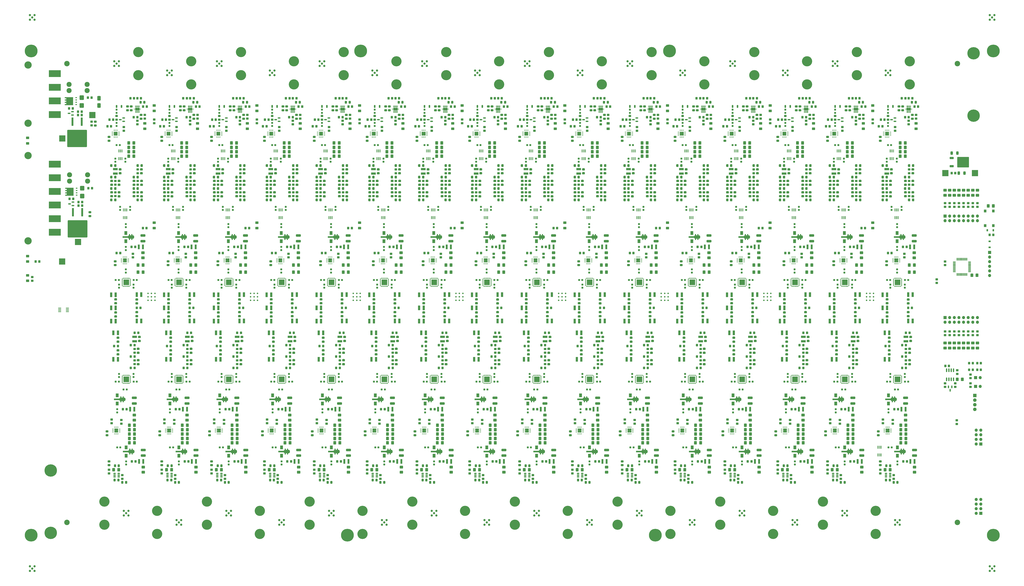
<source format=gts>
G04 #@! TF.GenerationSoftware,KiCad,Pcbnew,8.0.6-unknown-202411051418~a3eff548b7~ubuntu20.04.1*
G04 #@! TF.CreationDate,2024-11-07T21:25:44-05:00*
G04 #@! TF.ProjectId,ARX,4152582e-6b69-4636-9164-5f7063625858,Revision I*
G04 #@! TF.SameCoordinates,Original*
G04 #@! TF.FileFunction,Soldermask,Top*
G04 #@! TF.FilePolarity,Negative*
%FSLAX46Y46*%
G04 Gerber Fmt 4.6, Leading zero omitted, Abs format (unit mm)*
G04 Created by KiCad (PCBNEW 8.0.6-unknown-202411051418~a3eff548b7~ubuntu20.04.1) date 2024-11-07 21:25:44*
%MOMM*%
%LPD*%
G01*
G04 APERTURE LIST*
G04 Aperture macros list*
%AMRoundRect*
0 Rectangle with rounded corners*
0 $1 Rounding radius*
0 $2 $3 $4 $5 $6 $7 $8 $9 X,Y pos of 4 corners*
0 Add a 4 corners polygon primitive as box body*
4,1,4,$2,$3,$4,$5,$6,$7,$8,$9,$2,$3,0*
0 Add four circle primitives for the rounded corners*
1,1,$1+$1,$2,$3*
1,1,$1+$1,$4,$5*
1,1,$1+$1,$6,$7*
1,1,$1+$1,$8,$9*
0 Add four rect primitives between the rounded corners*
20,1,$1+$1,$2,$3,$4,$5,0*
20,1,$1+$1,$4,$5,$6,$7,0*
20,1,$1+$1,$6,$7,$8,$9,0*
20,1,$1+$1,$8,$9,$2,$3,0*%
%AMOutline5P*
0 Free polygon, 5 corners , with rotation*
0 The origin of the aperture is its center*
0 number of corners: always 5*
0 $1 to $10 corner X, Y*
0 $11 Rotation angle, in degrees counterclockwise*
0 create outline with 5 corners*
4,1,5,$1,$2,$3,$4,$5,$6,$7,$8,$9,$10,$1,$2,$11*%
%AMOutline6P*
0 Free polygon, 6 corners , with rotation*
0 The origin of the aperture is its center*
0 number of corners: always 6*
0 $1 to $12 corner X, Y*
0 $13 Rotation angle, in degrees counterclockwise*
0 create outline with 6 corners*
4,1,6,$1,$2,$3,$4,$5,$6,$7,$8,$9,$10,$11,$12,$1,$2,$13*%
%AMOutline7P*
0 Free polygon, 7 corners , with rotation*
0 The origin of the aperture is its center*
0 number of corners: always 7*
0 $1 to $14 corner X, Y*
0 $15 Rotation angle, in degrees counterclockwise*
0 create outline with 7 corners*
4,1,7,$1,$2,$3,$4,$5,$6,$7,$8,$9,$10,$11,$12,$13,$14,$1,$2,$15*%
%AMOutline8P*
0 Free polygon, 8 corners , with rotation*
0 The origin of the aperture is its center*
0 number of corners: always 8*
0 $1 to $16 corner X, Y*
0 $17 Rotation angle, in degrees counterclockwise*
0 create outline with 8 corners*
4,1,8,$1,$2,$3,$4,$5,$6,$7,$8,$9,$10,$11,$12,$13,$14,$15,$16,$1,$2,$17*%
%AMFreePoly0*
4,1,11,0.952500,4.102100,0.952500,1.676400,0.457200,1.181100,0.457200,-1.816100,-0.457200,-1.816100,-0.457200,1.181100,-0.952500,1.676400,-0.952500,4.102100,-0.457200,4.597400,0.457200,4.597400,0.952500,4.102100,0.952500,4.102100,$1*%
%AMFreePoly1*
4,1,17,2.675000,1.605000,1.875000,1.605000,1.875000,0.935000,2.675000,0.935000,2.675000,0.335000,1.875000,0.335000,1.875000,-0.335000,2.675000,-0.335000,2.675000,-0.935000,1.875000,-0.935000,1.875000,-1.605000,2.675000,-1.605000,2.675000,-2.205000,-1.875000,-2.205000,-1.875000,2.205000,2.675000,2.205000,2.675000,1.605000,2.675000,1.605000,$1*%
G04 Aperture macros list end*
%ADD10RoundRect,0.250000X-0.337500X-0.475000X0.337500X-0.475000X0.337500X0.475000X-0.337500X0.475000X0*%
%ADD11RoundRect,0.250000X-0.450000X0.325000X-0.450000X-0.325000X0.450000X-0.325000X0.450000X0.325000X0*%
%ADD12RoundRect,0.250000X-0.450000X0.350000X-0.450000X-0.350000X0.450000X-0.350000X0.450000X0.350000X0*%
%ADD13RoundRect,0.250000X0.350000X0.450000X-0.350000X0.450000X-0.350000X-0.450000X0.350000X-0.450000X0*%
%ADD14RoundRect,0.250000X-0.325000X-0.450000X0.325000X-0.450000X0.325000X0.450000X-0.325000X0.450000X0*%
%ADD15R,1.216000X2.540000*%
%ADD16RoundRect,0.237500X-0.300000X-0.237500X0.300000X-0.237500X0.300000X0.237500X-0.300000X0.237500X0*%
%ADD17RoundRect,0.100000X-0.100000X0.712500X-0.100000X-0.712500X0.100000X-0.712500X0.100000X0.712500X0*%
%ADD18RoundRect,0.280000X0.620000X-0.520000X0.620000X0.520000X-0.620000X0.520000X-0.620000X-0.520000X0*%
%ADD19C,7.000000*%
%ADD20RoundRect,0.237500X0.237500X-0.300000X0.237500X0.300000X-0.237500X0.300000X-0.237500X-0.300000X0*%
%ADD21RoundRect,0.250000X0.450000X-0.350000X0.450000X0.350000X-0.450000X0.350000X-0.450000X-0.350000X0*%
%ADD22RoundRect,0.250000X0.337500X0.475000X-0.337500X0.475000X-0.337500X-0.475000X0.337500X-0.475000X0*%
%ADD23RoundRect,0.280000X0.520000X0.620000X-0.520000X0.620000X-0.520000X-0.620000X0.520000X-0.620000X0*%
%ADD24RoundRect,0.270213X-0.454787X0.364787X-0.454787X-0.364787X0.454787X-0.364787X0.454787X0.364787X0*%
%ADD25RoundRect,0.237500X-0.237500X0.300000X-0.237500X-0.300000X0.237500X-0.300000X0.237500X0.300000X0*%
%ADD26RoundRect,0.270213X0.364787X0.454787X-0.364787X0.454787X-0.364787X-0.454787X0.364787X-0.454787X0*%
%ADD27RoundRect,0.270213X-0.364787X-0.454787X0.364787X-0.454787X0.364787X0.454787X-0.364787X0.454787X0*%
%ADD28R,1.016000X2.540000*%
%ADD29RoundRect,0.150000X0.587500X0.150000X-0.587500X0.150000X-0.587500X-0.150000X0.587500X-0.150000X0*%
%ADD30RoundRect,0.280000X-0.620000X0.520000X-0.620000X-0.520000X0.620000X-0.520000X0.620000X0.520000X0*%
%ADD31RoundRect,0.250000X0.900000X-1.000000X0.900000X1.000000X-0.900000X1.000000X-0.900000X-1.000000X0*%
%ADD32R,0.250000X0.810000*%
%ADD33R,0.810000X0.250000*%
%ADD34C,0.584200*%
%ADD35R,1.030000X1.030000*%
%ADD36RoundRect,0.250000X-1.075000X0.400000X-1.075000X-0.400000X1.075000X-0.400000X1.075000X0.400000X0*%
%ADD37R,1.600200X2.159000*%
%ADD38C,0.762000*%
%ADD39FreePoly0,270.000000*%
%ADD40RoundRect,0.250000X0.325000X0.450000X-0.325000X0.450000X-0.325000X-0.450000X0.325000X-0.450000X0*%
%ADD41RoundRect,0.250000X-0.650000X1.000000X-0.650000X-1.000000X0.650000X-1.000000X0.650000X1.000000X0*%
%ADD42RoundRect,0.237500X0.300000X0.237500X-0.300000X0.237500X-0.300000X-0.237500X0.300000X-0.237500X0*%
%ADD43RoundRect,0.250000X-0.475000X0.337500X-0.475000X-0.337500X0.475000X-0.337500X0.475000X0.337500X0*%
%ADD44RoundRect,0.200000X-0.200000X-0.562000X0.200000X-0.562000X0.200000X0.562000X-0.200000X0.562000X0*%
%ADD45RoundRect,0.250000X0.475000X-0.337500X0.475000X0.337500X-0.475000X0.337500X-0.475000X-0.337500X0*%
%ADD46Outline5P,-0.242500X0.170000X0.174500X0.170000X0.242500X0.102000X0.242500X-0.170000X-0.242500X-0.170000X0.000000*%
%ADD47R,0.485000X0.340000*%
%ADD48Outline5P,-0.242500X0.170000X0.242500X0.170000X0.242500X-0.102000X0.174500X-0.170000X-0.242500X-0.170000X0.000000*%
%ADD49Outline5P,-0.242500X0.170000X0.174500X0.170000X0.242500X0.102000X0.242500X-0.170000X-0.242500X-0.170000X90.000000*%
%ADD50R,0.340000X0.485000*%
%ADD51Outline5P,-0.242500X0.170000X0.242500X0.170000X0.242500X-0.102000X0.174500X-0.170000X-0.242500X-0.170000X90.000000*%
%ADD52Outline5P,-0.242500X0.170000X0.242500X0.170000X0.242500X-0.170000X-0.174500X-0.170000X-0.242500X-0.102000X0.000000*%
%ADD53Outline5P,-0.242500X0.102000X-0.174500X0.170000X0.242500X0.170000X0.242500X-0.170000X-0.242500X-0.170000X0.000000*%
%ADD54Outline5P,-0.242500X0.170000X0.242500X0.170000X0.242500X-0.170000X-0.174500X-0.170000X-0.242500X-0.102000X90.000000*%
%ADD55Outline5P,-0.242500X0.102000X-0.174500X0.170000X0.242500X0.170000X0.242500X-0.170000X-0.242500X-0.170000X90.000000*%
%ADD56R,3.080000X3.080000*%
%ADD57RoundRect,0.250000X-0.412500X-0.650000X0.412500X-0.650000X0.412500X0.650000X-0.412500X0.650000X0*%
%ADD58R,3.450001X3.450001*%
%ADD59RoundRect,0.280000X-0.520000X-0.620000X0.520000X-0.620000X0.520000X0.620000X-0.520000X0.620000X0*%
%ADD60RoundRect,0.250001X-0.624999X0.462499X-0.624999X-0.462499X0.624999X-0.462499X0.624999X0.462499X0*%
%ADD61RoundRect,0.250000X-0.850000X-0.350000X0.850000X-0.350000X0.850000X0.350000X-0.850000X0.350000X0*%
%ADD62RoundRect,0.249997X-2.950003X-2.650003X2.950003X-2.650003X2.950003X2.650003X-2.950003X2.650003X0*%
%ADD63RoundRect,0.250000X-0.350000X-0.450000X0.350000X-0.450000X0.350000X0.450000X-0.350000X0.450000X0*%
%ADD64C,1.240000*%
%ADD65C,5.588000*%
%ADD66RoundRect,0.250000X-0.300000X2.050000X-0.300000X-2.050000X0.300000X-2.050000X0.300000X2.050000X0*%
%ADD67RoundRect,0.250002X-5.149998X4.449998X-5.149998X-4.449998X5.149998X-4.449998X5.149998X4.449998X0*%
%ADD68R,2.540000X1.216000*%
%ADD69RoundRect,0.070000X0.140000X-0.140000X0.140000X0.140000X-0.140000X0.140000X-0.140000X-0.140000X0*%
%ADD70O,0.420000X0.990000*%
%ADD71C,0.600000*%
%ADD72R,1.050000X0.680000*%
%ADD73R,0.500000X0.260000*%
%ADD74R,0.700000X0.280000*%
%ADD75R,2.400000X1.650000*%
%ADD76Outline5P,-0.242500X0.170000X0.174500X0.170000X0.242500X0.102000X0.242500X-0.170000X-0.242500X-0.170000X180.000000*%
%ADD77Outline5P,-0.242500X0.170000X0.242500X0.170000X0.242500X-0.102000X0.174500X-0.170000X-0.242500X-0.170000X180.000000*%
%ADD78Outline5P,-0.242500X0.170000X0.174500X0.170000X0.242500X0.102000X0.242500X-0.170000X-0.242500X-0.170000X270.000000*%
%ADD79Outline5P,-0.242500X0.170000X0.242500X0.170000X0.242500X-0.102000X0.174500X-0.170000X-0.242500X-0.170000X270.000000*%
%ADD80Outline5P,-0.242500X0.170000X0.242500X0.170000X0.242500X-0.170000X-0.174500X-0.170000X-0.242500X-0.102000X180.000000*%
%ADD81Outline5P,-0.242500X0.102000X-0.174500X0.170000X0.242500X0.170000X0.242500X-0.170000X-0.242500X-0.170000X180.000000*%
%ADD82Outline5P,-0.242500X0.170000X0.242500X0.170000X0.242500X-0.170000X-0.174500X-0.170000X-0.242500X-0.102000X270.000000*%
%ADD83Outline5P,-0.242500X0.102000X-0.174500X0.170000X0.242500X0.170000X0.242500X-0.170000X-0.242500X-0.170000X270.000000*%
%ADD84C,4.000000*%
%ADD85R,0.600000X0.600000*%
%ADD86R,3.430000X3.780000*%
%ADD87RoundRect,0.100000X0.100000X-0.712500X0.100000X0.712500X-0.100000X0.712500X-0.100000X-0.712500X0*%
%ADD88RoundRect,0.150000X-0.150000X0.587500X-0.150000X-0.587500X0.150000X-0.587500X0.150000X0.587500X0*%
%ADD89R,1.700000X1.700000*%
%ADD90O,1.700000X1.700000*%
%ADD91C,3.000000*%
%ADD92RoundRect,0.150000X-0.512500X-0.150000X0.512500X-0.150000X0.512500X0.150000X-0.512500X0.150000X0*%
%ADD93RoundRect,0.225000X0.375000X-0.225000X0.375000X0.225000X-0.375000X0.225000X-0.375000X-0.225000X0*%
%ADD94R,1.905000X1.905000*%
%ADD95O,1.905000X1.905000*%
%ADD96RoundRect,0.075000X0.075000X-0.662500X0.075000X0.662500X-0.075000X0.662500X-0.075000X-0.662500X0*%
%ADD97RoundRect,0.075000X0.662500X-0.075000X0.662500X0.075000X-0.662500X0.075000X-0.662500X-0.075000X0*%
%ADD98RoundRect,0.225000X-0.225000X-0.375000X0.225000X-0.375000X0.225000X0.375000X-0.225000X0.375000X0*%
%ADD99C,2.780000*%
%ADD100FreePoly1,180.000000*%
%ADD101R,0.850000X0.500000*%
%ADD102RoundRect,0.100000X0.712500X0.100000X-0.712500X0.100000X-0.712500X-0.100000X0.712500X-0.100000X0*%
%ADD103C,6.807200*%
%ADD104R,1.400000X1.600000*%
%ADD105RoundRect,0.150000X-0.150000X0.825000X-0.150000X-0.825000X0.150000X-0.825000X0.150000X0.825000X0*%
%ADD106C,0.800000*%
G04 APERTURE END LIST*
D10*
X412644083Y-364326966D03*
X414719083Y-364326966D03*
D11*
X327446049Y-214002585D03*
X327446049Y-216052585D03*
D12*
X598055382Y-171447335D03*
X598055382Y-173447335D03*
D13*
X528241549Y-247341224D03*
X526241549Y-247341224D03*
X621348214Y-172717335D03*
X619348214Y-172717335D03*
D14*
X617773212Y-310563274D03*
X619823212Y-310563274D03*
X252233382Y-304276774D03*
X254283382Y-304276774D03*
D15*
X466911714Y-284797737D03*
X469397714Y-284797737D03*
D16*
X638489214Y-318046724D03*
X640214214Y-318046724D03*
D17*
X416544883Y-191202334D03*
X415894883Y-191202334D03*
X415244883Y-191202334D03*
X414594883Y-191202334D03*
X414594883Y-195427334D03*
X415244883Y-195427334D03*
X415894883Y-195427334D03*
X416544883Y-195427334D03*
D18*
X624408214Y-249970225D03*
X624408214Y-247170225D03*
D16*
X300306216Y-262206723D03*
X302031216Y-262206723D03*
D19*
X342162150Y-402443208D03*
D16*
X300792216Y-188027334D03*
X302517216Y-188027334D03*
D20*
X479161216Y-266431723D03*
X479161216Y-264706723D03*
D13*
X326244048Y-174054334D03*
X324244048Y-174054334D03*
D21*
X481263716Y-176622335D03*
X481263716Y-174622335D03*
D22*
X249627484Y-373404966D03*
X247552484Y-373404966D03*
D23*
X422994883Y-194102335D03*
X420194883Y-194102335D03*
D24*
X506824548Y-213995085D03*
X506824548Y-216165085D03*
D25*
X497240547Y-175814336D03*
X497240547Y-177539336D03*
D26*
X511019047Y-218170835D03*
X508849047Y-218170835D03*
D23*
X536090648Y-349297766D03*
X533290648Y-349297766D03*
D27*
X467010716Y-218170835D03*
X469180716Y-218170835D03*
D18*
X535944648Y-339210766D03*
X535944648Y-336410766D03*
D24*
X256920383Y-293544024D03*
X256920383Y-295714024D03*
D15*
X326374047Y-305771539D03*
X328860047Y-305771539D03*
D28*
X568044381Y-243995225D03*
X565758381Y-243995225D03*
D24*
X284277215Y-293544024D03*
X284277215Y-295714024D03*
D11*
X214718383Y-214002585D03*
X214718383Y-216052585D03*
D17*
X387537882Y-191202334D03*
X386887882Y-191202334D03*
X386237882Y-191202334D03*
X385587882Y-191202334D03*
X385587882Y-195427334D03*
X386237882Y-195427334D03*
X386887882Y-195427334D03*
X387537882Y-195427334D03*
D24*
X216757883Y-207716085D03*
X216757883Y-209886085D03*
X496754547Y-280086797D03*
X496754547Y-282256797D03*
D29*
X586469881Y-175004334D03*
X586469881Y-173104334D03*
X584594881Y-174054334D03*
D17*
X585636382Y-191202334D03*
X584986382Y-191202334D03*
X584336382Y-191202334D03*
X583686382Y-191202334D03*
X583686382Y-195427334D03*
X584336382Y-195427334D03*
X584986382Y-195427334D03*
X585636382Y-195427334D03*
D25*
X525544549Y-195427335D03*
X525544549Y-197152335D03*
D12*
X352965049Y-366516276D03*
X352965049Y-368516276D03*
D30*
X685524212Y-212786967D03*
X685524212Y-215586967D03*
D25*
X502282548Y-256379224D03*
X502282548Y-258104224D03*
D13*
X637070214Y-174054334D03*
X635070214Y-174054334D03*
D31*
X196498212Y-216026208D03*
X196498212Y-211726208D03*
D11*
X254283384Y-306395023D03*
X254283384Y-308445023D03*
X508856548Y-207708584D03*
X508856548Y-209758584D03*
X638272215Y-214002585D03*
X638272215Y-216052585D03*
D25*
X362355150Y-361900966D03*
X362355150Y-363625966D03*
D11*
X300792216Y-172004334D03*
X300792216Y-174054334D03*
D24*
X498577048Y-207716085D03*
X498577048Y-209886085D03*
D28*
X568201481Y-361900966D03*
X565915481Y-361900966D03*
D27*
X393958882Y-205597835D03*
X396128882Y-205597835D03*
D16*
X215720482Y-354234766D03*
X217445482Y-354234766D03*
D32*
X390054882Y-249544224D03*
X389554882Y-249544224D03*
X389054882Y-249544224D03*
X388554882Y-249544224D03*
X388054882Y-249544224D03*
D33*
X387209882Y-250389224D03*
X387209882Y-250889224D03*
X387209882Y-251389224D03*
X387209882Y-251889224D03*
X387209882Y-252389224D03*
D32*
X388054882Y-253234224D03*
X388554882Y-253234224D03*
X389054882Y-253234224D03*
X389554882Y-253234224D03*
X390054882Y-253234224D03*
D33*
X390899882Y-252389224D03*
X390899882Y-251889224D03*
X390899882Y-251389224D03*
X390899882Y-250889224D03*
X390899882Y-250389224D03*
D34*
X389639082Y-250805024D03*
X389054882Y-250805024D03*
X388470682Y-250805024D03*
D35*
X389569882Y-250874224D03*
X388539882Y-250874224D03*
D34*
X389639082Y-251389224D03*
X389054882Y-251389224D03*
X388470682Y-251389224D03*
D35*
X389569882Y-251904224D03*
X388539882Y-251904224D03*
D34*
X389639082Y-251973424D03*
X389054882Y-251973424D03*
X388470682Y-251973424D03*
D26*
X596389881Y-218170835D03*
X594219881Y-218170835D03*
D24*
X311862219Y-279875797D03*
X311862219Y-282045797D03*
D21*
X677032213Y-313829968D03*
X677032213Y-311829968D03*
D25*
X220463383Y-231459026D03*
X220463383Y-233184026D03*
D36*
X225118482Y-326960766D03*
X225118482Y-330060766D03*
D24*
X354413550Y-207716085D03*
X354413550Y-209886085D03*
D27*
X241555384Y-199311335D03*
X243725384Y-199311335D03*
D24*
X563180880Y-207716084D03*
X563180880Y-209886084D03*
X640311715Y-214002585D03*
X640311715Y-216172585D03*
D23*
X506715548Y-189276335D03*
X503915548Y-189276335D03*
D24*
X596259382Y-201369584D03*
X596259382Y-203539584D03*
D25*
X581908382Y-195427335D03*
X581908382Y-197152335D03*
D37*
X587653382Y-236329025D03*
D38*
X586345282Y-238589625D03*
D39*
X587653382Y-238589625D03*
D38*
X589710782Y-237319625D03*
X589710782Y-238589625D03*
X589710782Y-239859625D03*
X590980782Y-237319625D03*
X590980782Y-238589625D03*
X590980782Y-239859625D03*
D37*
X587653382Y-240850225D03*
D15*
X213646381Y-305771539D03*
X216132381Y-305771539D03*
D23*
X371676050Y-257882224D03*
X368876050Y-257882224D03*
D30*
X688064212Y-212786967D03*
X688064212Y-215586967D03*
D14*
X335954048Y-297990274D03*
X338004048Y-297990274D03*
D24*
X538739548Y-293544024D03*
X538739548Y-295714024D03*
D13*
X454272715Y-162303335D03*
X452272715Y-162303335D03*
D15*
X242653382Y-305771539D03*
X245139382Y-305771539D03*
D27*
X506686548Y-211884335D03*
X508856548Y-211884335D03*
D40*
X644499315Y-333235767D03*
X642449315Y-333235767D03*
D41*
X205748711Y-162294209D03*
X205748711Y-166294209D03*
D16*
X469397715Y-262206723D03*
X471122715Y-262206723D03*
D42*
X621038214Y-318046723D03*
X619313214Y-318046723D03*
D20*
X222891383Y-223678026D03*
X222891383Y-221953026D03*
D15*
X623524217Y-284734239D03*
X621038217Y-284734239D03*
D14*
X646780214Y-297990274D03*
X648830214Y-297990274D03*
D24*
X229076883Y-207716085D03*
X229076883Y-209886085D03*
D32*
X385311982Y-343102766D03*
X384811982Y-343102766D03*
X384311982Y-343102766D03*
X383811982Y-343102766D03*
X383311982Y-343102766D03*
D33*
X382466982Y-343947766D03*
X382466982Y-344447766D03*
X382466982Y-344947766D03*
X382466982Y-345447766D03*
X382466982Y-345947766D03*
D32*
X383311982Y-346792766D03*
X383811982Y-346792766D03*
X384311982Y-346792766D03*
X384811982Y-346792766D03*
X385311982Y-346792766D03*
D33*
X386156982Y-345947766D03*
X386156982Y-345447766D03*
X386156982Y-344947766D03*
X386156982Y-344447766D03*
X386156982Y-343947766D03*
D34*
X384896182Y-344363566D03*
X384311982Y-344363566D03*
X383727782Y-344363566D03*
D35*
X384826982Y-344432766D03*
X383796982Y-344432766D03*
D34*
X384896182Y-344947766D03*
X384311982Y-344947766D03*
X383727782Y-344947766D03*
D35*
X384826982Y-345462766D03*
X383796982Y-345462766D03*
D34*
X384896182Y-345531966D03*
X384311982Y-345531966D03*
X383727782Y-345531966D03*
D20*
X273091716Y-266431724D03*
X273091716Y-264706724D03*
D27*
X494367548Y-199311335D03*
X496537548Y-199311335D03*
D18*
X653415215Y-249970225D03*
X653415215Y-247170225D03*
D42*
X593681382Y-318046723D03*
X591956382Y-318046723D03*
D32*
X414318983Y-343102766D03*
X413818983Y-343102766D03*
X413318983Y-343102766D03*
X412818983Y-343102766D03*
X412318983Y-343102766D03*
D33*
X411473983Y-343947766D03*
X411473983Y-344447766D03*
X411473983Y-344947766D03*
X411473983Y-345447766D03*
X411473983Y-345947766D03*
D32*
X412318983Y-346792766D03*
X412818983Y-346792766D03*
X413318983Y-346792766D03*
X413818983Y-346792766D03*
X414318983Y-346792766D03*
D33*
X415163983Y-345947766D03*
X415163983Y-345447766D03*
X415163983Y-344947766D03*
X415163983Y-344447766D03*
X415163983Y-343947766D03*
D34*
X413903183Y-344363566D03*
X413318983Y-344363566D03*
X412734783Y-344363566D03*
D35*
X413833983Y-344432766D03*
X412803983Y-344432766D03*
D34*
X413903183Y-344947766D03*
X413318983Y-344947766D03*
X412734783Y-344947766D03*
D35*
X413833983Y-345462766D03*
X412803983Y-345462766D03*
D34*
X413903183Y-345531966D03*
X413318983Y-345531966D03*
X412734783Y-345531966D03*
D43*
X590646582Y-166797335D03*
X590646582Y-168872335D03*
D36*
X597208482Y-355625965D03*
X597208482Y-358725965D03*
D11*
X452492715Y-201429584D03*
X452492715Y-203479584D03*
X552901381Y-214002585D03*
X552901381Y-216052585D03*
D44*
X497240547Y-166797335D03*
X499958347Y-166797335D03*
D42*
X475425715Y-322424568D03*
X473700715Y-322424568D03*
D21*
X212672482Y-340899766D03*
X212672482Y-338899766D03*
D45*
X214659382Y-253981335D03*
X214659382Y-251906335D03*
D15*
X596167385Y-284734239D03*
X593681385Y-284734239D03*
D27*
X550731381Y-218170835D03*
X552901381Y-218170835D03*
D43*
X483295716Y-171447335D03*
X483295716Y-173522335D03*
D16*
X440390714Y-262206723D03*
X442115714Y-262206723D03*
D24*
X282855218Y-279875797D03*
X282855218Y-282045797D03*
D46*
X247512884Y-315046723D03*
D47*
X247512884Y-315546723D03*
X247512884Y-316046723D03*
X247512884Y-316546723D03*
X247512884Y-317046723D03*
X247512884Y-317546723D03*
X247512884Y-318046723D03*
D48*
X247512884Y-318546723D03*
D49*
X247970384Y-319004223D03*
D50*
X248470384Y-319004223D03*
X248970384Y-319004223D03*
X249470384Y-319004223D03*
X249970384Y-319004223D03*
X250470384Y-319004223D03*
X250970384Y-319004223D03*
D51*
X251470384Y-319004223D03*
D52*
X251927884Y-318546723D03*
D47*
X251927884Y-318046723D03*
X251927884Y-317546723D03*
X251927884Y-317046723D03*
X251927884Y-316546723D03*
X251927884Y-316046723D03*
X251927884Y-315546723D03*
D53*
X251927884Y-315046723D03*
D54*
X251470384Y-314589223D03*
D50*
X250970384Y-314589223D03*
X250470384Y-314589223D03*
X249970384Y-314589223D03*
X249470384Y-314589223D03*
X248970384Y-314589223D03*
X248470384Y-314589223D03*
D55*
X247970384Y-314589223D03*
D34*
X248704384Y-315780723D03*
X248704384Y-316796723D03*
X248704384Y-317812723D03*
X249720384Y-315780723D03*
X249720384Y-316796723D03*
D56*
X249720384Y-316796723D03*
D34*
X249720384Y-317812723D03*
X250736384Y-315780723D03*
X250736384Y-316796723D03*
X250736384Y-317812723D03*
D23*
X479726815Y-346884766D03*
X476926815Y-346884766D03*
D24*
X384026881Y-272834914D03*
X384026881Y-275004914D03*
D27*
X422965883Y-205597835D03*
X425135883Y-205597835D03*
D25*
X418322883Y-195427334D03*
X418322883Y-197152334D03*
D57*
X677875213Y-203388208D03*
X681000213Y-203388208D03*
D20*
X562881881Y-266431723D03*
X562881881Y-264706723D03*
D24*
X467148716Y-213995085D03*
X467148716Y-216165085D03*
D58*
X185508312Y-252038708D03*
D23*
X479358716Y-194102335D03*
X476558716Y-194102335D03*
D15*
X494268547Y-277545856D03*
X496754547Y-277545856D03*
D11*
X283401216Y-207708584D03*
X283401216Y-209758584D03*
D23*
X428039883Y-257882224D03*
X425239883Y-257882224D03*
X281260216Y-186863335D03*
X278460216Y-186863335D03*
D59*
X270178916Y-366485966D03*
X272978916Y-366485966D03*
D60*
X287229216Y-176060335D03*
X287229216Y-179035335D03*
D11*
X384512881Y-172004334D03*
X384512881Y-174054334D03*
D24*
X481740715Y-300048524D03*
X481740715Y-302218524D03*
D25*
X249627484Y-361900966D03*
X249627484Y-363625966D03*
D40*
X453996716Y-277482356D03*
X451946716Y-277482356D03*
D24*
X454532215Y-214002585D03*
X454532215Y-216172585D03*
D37*
X531289549Y-236329025D03*
D38*
X529981449Y-238589625D03*
D39*
X531289549Y-238589625D03*
D38*
X533346949Y-237319625D03*
X533346949Y-238589625D03*
X533346949Y-239859625D03*
X534616949Y-237319625D03*
X534616949Y-238589625D03*
X534616949Y-239859625D03*
D37*
X531289549Y-240850225D03*
D18*
X648672314Y-339210766D03*
X648672314Y-336410766D03*
D11*
X440166215Y-207716085D03*
X440166215Y-209766085D03*
D12*
X630629012Y-173986208D03*
X630629012Y-175986208D03*
D44*
X609968213Y-166797335D03*
X612686013Y-166797335D03*
D27*
X422965883Y-211884335D03*
X425135883Y-211884335D03*
D14*
X355817047Y-298519655D03*
X357867047Y-298519655D03*
D29*
X642833714Y-175004334D03*
X642833714Y-173104334D03*
X640958714Y-174054334D03*
D25*
X610267313Y-333235767D03*
X610267313Y-334960767D03*
D18*
X371596050Y-249970225D03*
X371596050Y-247170225D03*
D21*
X224400383Y-249754224D03*
X224400383Y-247754224D03*
D27*
X506686548Y-205597835D03*
X508856548Y-205597835D03*
D40*
X341269050Y-277482356D03*
X339219050Y-277482356D03*
D21*
X677904213Y-292473965D03*
X677904213Y-290473965D03*
D11*
X244428383Y-172004334D03*
X244428383Y-174054334D03*
D28*
X597208482Y-361900966D03*
X594922482Y-361900966D03*
D20*
X611932214Y-223678025D03*
X611932214Y-221953025D03*
X561074381Y-223678026D03*
X561074381Y-221953026D03*
D60*
X166571012Y-184076208D03*
X166571012Y-187051208D03*
D24*
X441587713Y-300913097D03*
X441587713Y-303083097D03*
D61*
X673938213Y-195095208D03*
D62*
X680238213Y-197375208D03*
D61*
X673938213Y-199655208D03*
D29*
X191193712Y-171535208D03*
X191193712Y-169635208D03*
X189318712Y-170585208D03*
D32*
X470682816Y-343102766D03*
X470182816Y-343102766D03*
X469682816Y-343102766D03*
X469182816Y-343102766D03*
X468682816Y-343102766D03*
D33*
X467837816Y-343947766D03*
X467837816Y-344447766D03*
X467837816Y-344947766D03*
X467837816Y-345447766D03*
X467837816Y-345947766D03*
D32*
X468682816Y-346792766D03*
X469182816Y-346792766D03*
X469682816Y-346792766D03*
X470182816Y-346792766D03*
X470682816Y-346792766D03*
D33*
X471527816Y-345947766D03*
X471527816Y-345447766D03*
X471527816Y-344947766D03*
X471527816Y-344447766D03*
X471527816Y-343947766D03*
D34*
X470267016Y-344363566D03*
X469682816Y-344363566D03*
X469098616Y-344363566D03*
D35*
X470197816Y-344432766D03*
X469167816Y-344432766D03*
D34*
X470267016Y-344947766D03*
X469682816Y-344947766D03*
X469098616Y-344947766D03*
D35*
X470197816Y-345462766D03*
X469167816Y-345462766D03*
D34*
X470267016Y-345531966D03*
X469682816Y-345531966D03*
X469098616Y-345531966D03*
D21*
X283165216Y-176622335D03*
X283165216Y-174622335D03*
D36*
X427959883Y-237720225D03*
X427959883Y-240820225D03*
D40*
X564028480Y-361900966D03*
X561978480Y-361900966D03*
D14*
X552265378Y-298519655D03*
X554315378Y-298519655D03*
D42*
X255498385Y-262206723D03*
X253773385Y-262206723D03*
D24*
X438141715Y-213995085D03*
X438141715Y-216165085D03*
X506817047Y-207716084D03*
X506817047Y-209886084D03*
D63*
X561190381Y-162303335D03*
X563190381Y-162303335D03*
D13*
X640969215Y-247341224D03*
X638969215Y-247341224D03*
D12*
X578420381Y-366516276D03*
X578420381Y-368516276D03*
D37*
X446075815Y-354234766D03*
D38*
X444767715Y-356495366D03*
D39*
X446075815Y-356495366D03*
D38*
X448133215Y-355225366D03*
X448133215Y-356495366D03*
X448133215Y-357765366D03*
X449403215Y-355225366D03*
X449403215Y-356495366D03*
X449403215Y-357765366D03*
D37*
X446075815Y-358755966D03*
D18*
X563301480Y-339210766D03*
X563301480Y-336410766D03*
D64*
X609968213Y-143236208D03*
X608698213Y-141966208D03*
X608698213Y-144506208D03*
X611238213Y-141966208D03*
X611238213Y-144506208D03*
D65*
X621906213Y-149586208D03*
X621906213Y-136886208D03*
D32*
X470383715Y-179922335D03*
X469883715Y-179922335D03*
X469383715Y-179922335D03*
X468883715Y-179922335D03*
X468383715Y-179922335D03*
D33*
X467538715Y-180767335D03*
X467538715Y-181267335D03*
X467538715Y-181767335D03*
X467538715Y-182267335D03*
X467538715Y-182767335D03*
D32*
X468383715Y-183612335D03*
X468883715Y-183612335D03*
X469383715Y-183612335D03*
X469883715Y-183612335D03*
X470383715Y-183612335D03*
D33*
X471228715Y-182767335D03*
X471228715Y-182267335D03*
X471228715Y-181767335D03*
X471228715Y-181267335D03*
X471228715Y-180767335D03*
D34*
X469967915Y-181183135D03*
X469383715Y-181183135D03*
X468799515Y-181183135D03*
D35*
X469898715Y-181252335D03*
X468868715Y-181252335D03*
D34*
X469967915Y-181767335D03*
X469383715Y-181767335D03*
X468799515Y-181767335D03*
D35*
X469898715Y-182282335D03*
X468868715Y-182282335D03*
D34*
X469967915Y-182351535D03*
X469383715Y-182351535D03*
X468799515Y-182351535D03*
D60*
X485327716Y-176060335D03*
X485327716Y-179035335D03*
D17*
X500265548Y-191202334D03*
X499615548Y-191202334D03*
X498965548Y-191202334D03*
X498315548Y-191202334D03*
X498315548Y-195427334D03*
X498965548Y-195427334D03*
X499615548Y-195427334D03*
X500265548Y-195427334D03*
D23*
X563079381Y-191689335D03*
X560279381Y-191689335D03*
D13*
X442870715Y-247341224D03*
X440870715Y-247341224D03*
D24*
X226491385Y-272918915D03*
X226491385Y-275088915D03*
D40*
X397632883Y-277482356D03*
X395582883Y-277482356D03*
D25*
X356453050Y-195427335D03*
X356453050Y-197152335D03*
X582910481Y-333235767D03*
X582910481Y-334960767D03*
D24*
X301503215Y-293956215D03*
X301503215Y-296126215D03*
X255498386Y-279875797D03*
X255498386Y-282045797D03*
D20*
X253705884Y-266431723D03*
X253705884Y-264706723D03*
D23*
X337992148Y-342026766D03*
X335192148Y-342026766D03*
D11*
X425128383Y-214002585D03*
X425128383Y-216052585D03*
D25*
X611274714Y-313821723D03*
X611274714Y-315546723D03*
D14*
X421324881Y-304276774D03*
X423374881Y-304276774D03*
D24*
X510888548Y-201369584D03*
X510888548Y-203539584D03*
D13*
X467978715Y-174054334D03*
X465978715Y-174054334D03*
D28*
X648672314Y-333235767D03*
X646386314Y-333235767D03*
D59*
X677032213Y-316764468D03*
X679832213Y-316764468D03*
D66*
X196273712Y-175186209D03*
D67*
X193733712Y-184336209D03*
D66*
X191193712Y-175186209D03*
D13*
X457431715Y-166875335D03*
X455431715Y-166875335D03*
D24*
X272496214Y-293956215D03*
X272496214Y-296126215D03*
D12*
X230865383Y-171447335D03*
X230865383Y-173447335D03*
D27*
X579738382Y-218170835D03*
X581908382Y-218170835D03*
D24*
X648559215Y-213995085D03*
X648559215Y-216165085D03*
D26*
X623746713Y-218170835D03*
X621576713Y-218170835D03*
D40*
X621873212Y-291267773D03*
X619823212Y-291267773D03*
D37*
X384811981Y-325569567D03*
D38*
X383503881Y-327830167D03*
D39*
X384811981Y-327830167D03*
D38*
X386869381Y-326560167D03*
X386869381Y-327830167D03*
X386869381Y-329100167D03*
X388139381Y-326560167D03*
X388139381Y-327830167D03*
X388139381Y-329100167D03*
D37*
X384811981Y-330090767D03*
D27*
X337595049Y-205597835D03*
X339765049Y-205597835D03*
D26*
X398291381Y-218170835D03*
X396121381Y-218170835D03*
D13*
X650355215Y-172717335D03*
X648355215Y-172717335D03*
D12*
X372600050Y-171447335D03*
X372600050Y-173447335D03*
D20*
X477353716Y-223678026D03*
X477353716Y-221953026D03*
D25*
X531289549Y-256379224D03*
X531289549Y-258104224D03*
D43*
X200773012Y-224936208D03*
X200773012Y-227011208D03*
D68*
X271082216Y-201211584D03*
X271082216Y-203697584D03*
D16*
X413519882Y-188027334D03*
X415244882Y-188027334D03*
D32*
X639774315Y-343102766D03*
X639274315Y-343102766D03*
X638774315Y-343102766D03*
X638274315Y-343102766D03*
X637774315Y-343102766D03*
D33*
X636929315Y-343947766D03*
X636929315Y-344447766D03*
X636929315Y-344947766D03*
X636929315Y-345447766D03*
X636929315Y-345947766D03*
D32*
X637774315Y-346792766D03*
X638274315Y-346792766D03*
X638774315Y-346792766D03*
X639274315Y-346792766D03*
X639774315Y-346792766D03*
D33*
X640619315Y-345947766D03*
X640619315Y-345447766D03*
X640619315Y-344947766D03*
X640619315Y-344447766D03*
X640619315Y-343947766D03*
D34*
X639358515Y-344363566D03*
X638774315Y-344363566D03*
X638190115Y-344363566D03*
D35*
X639289315Y-344432766D03*
X638259315Y-344432766D03*
D34*
X639358515Y-344947766D03*
X638774315Y-344947766D03*
X638190115Y-344947766D03*
D35*
X639289315Y-345462766D03*
X638259315Y-345462766D03*
D34*
X639358515Y-345531966D03*
X638774315Y-345531966D03*
X638190115Y-345531966D03*
D43*
X306795417Y-166797335D03*
X306795417Y-168872335D03*
D13*
X257824384Y-162303335D03*
X255824384Y-162303335D03*
D14*
X683500213Y-311575966D03*
X685550213Y-311575966D03*
D27*
X648421215Y-205597835D03*
X650591215Y-205597835D03*
D12*
X512684548Y-171447335D03*
X512684548Y-173447335D03*
D25*
X531446649Y-361900966D03*
X531446649Y-363625966D03*
D22*
X446075815Y-373404966D03*
X444000815Y-373404966D03*
D29*
X332007548Y-175004334D03*
X332007548Y-173104334D03*
X330132548Y-174054334D03*
D11*
X281640215Y-300108524D03*
X281640215Y-302158524D03*
D10*
X299916417Y-364326966D03*
X301991417Y-364326966D03*
D15*
X212449381Y-284797737D03*
X214935381Y-284797737D03*
D63*
X533833549Y-162303335D03*
X535833549Y-162303335D03*
D22*
X502439648Y-373404966D03*
X500364648Y-373404966D03*
D64*
X244428383Y-148316208D03*
X243158383Y-147046208D03*
X243158383Y-149586208D03*
X245698383Y-147046208D03*
X245698383Y-149586208D03*
D65*
X256366383Y-154666208D03*
X256366383Y-141966208D03*
D45*
X271023215Y-253981335D03*
X271023215Y-251906335D03*
D13*
X273779216Y-247341224D03*
X271779216Y-247341224D03*
D21*
X226801383Y-176622335D03*
X226801383Y-174622335D03*
D24*
X414230881Y-300913097D03*
X414230881Y-303083097D03*
X452733714Y-306335024D03*
X452733714Y-308505024D03*
D16*
X301091316Y-354234766D03*
X302816316Y-354234766D03*
D24*
X241685884Y-207716085D03*
X241685884Y-209886085D03*
D13*
X411614882Y-174054334D03*
X409614882Y-174054334D03*
D11*
X312400717Y-214002585D03*
X312400717Y-216052585D03*
D24*
X414230881Y-293956215D03*
X414230881Y-296126215D03*
D64*
X526247548Y-148316208D03*
X524977548Y-147046208D03*
X524977548Y-149586208D03*
X527517548Y-147046208D03*
X527517548Y-149586208D03*
D65*
X538185548Y-154666208D03*
X538185548Y-141966208D03*
D11*
X396128882Y-207708584D03*
X396128882Y-209758584D03*
D25*
X609968213Y-168575335D03*
X609968213Y-170300335D03*
D23*
X281628315Y-342026766D03*
X278828315Y-342026766D03*
D24*
X442213215Y-207716085D03*
X442213215Y-209886085D03*
D40*
X370276051Y-277482356D03*
X368226051Y-277482356D03*
D60*
X625412214Y-176060335D03*
X625412214Y-179035335D03*
D46*
X585695882Y-315046723D03*
D47*
X585695882Y-315546723D03*
X585695882Y-316046723D03*
X585695882Y-316546723D03*
X585695882Y-317046723D03*
X585695882Y-317546723D03*
X585695882Y-318046723D03*
D48*
X585695882Y-318546723D03*
D49*
X586153382Y-319004223D03*
D50*
X586653382Y-319004223D03*
X587153382Y-319004223D03*
X587653382Y-319004223D03*
X588153382Y-319004223D03*
X588653382Y-319004223D03*
X589153382Y-319004223D03*
D51*
X589653382Y-319004223D03*
D52*
X590110882Y-318546723D03*
D47*
X590110882Y-318046723D03*
X590110882Y-317546723D03*
X590110882Y-317046723D03*
X590110882Y-316546723D03*
X590110882Y-316046723D03*
X590110882Y-315546723D03*
D53*
X590110882Y-315046723D03*
D54*
X589653382Y-314589223D03*
D50*
X589153382Y-314589223D03*
X588653382Y-314589223D03*
X588153382Y-314589223D03*
X587653382Y-314589223D03*
X587153382Y-314589223D03*
X586653382Y-314589223D03*
D55*
X586153382Y-314589223D03*
D34*
X586887382Y-315780723D03*
X586887382Y-316796723D03*
X586887382Y-317812723D03*
X587903382Y-315780723D03*
X587903382Y-316796723D03*
D56*
X587903382Y-316796723D03*
D34*
X587903382Y-317812723D03*
X588919382Y-315780723D03*
X588919382Y-316796723D03*
X588919382Y-317812723D03*
D15*
X213646381Y-291267774D03*
X216132381Y-291267774D03*
D11*
X310647217Y-306395023D03*
X310647217Y-308445023D03*
D12*
X670284213Y-219933966D03*
X670284213Y-221933966D03*
D15*
X550632379Y-284797737D03*
X553118379Y-284797737D03*
D43*
X522056548Y-361901276D03*
X522056548Y-363976276D03*
D13*
X260983384Y-166875335D03*
X258983384Y-166875335D03*
D11*
X481499716Y-201429584D03*
X481499716Y-203479584D03*
D27*
X467010716Y-205597835D03*
X469180716Y-205597835D03*
D11*
X565220381Y-201429584D03*
X565220381Y-203479584D03*
D32*
X357955150Y-343102766D03*
X357455150Y-343102766D03*
X356955150Y-343102766D03*
X356455150Y-343102766D03*
X355955150Y-343102766D03*
D33*
X355110150Y-343947766D03*
X355110150Y-344447766D03*
X355110150Y-344947766D03*
X355110150Y-345447766D03*
X355110150Y-345947766D03*
D32*
X355955150Y-346792766D03*
X356455150Y-346792766D03*
X356955150Y-346792766D03*
X357455150Y-346792766D03*
X357955150Y-346792766D03*
D33*
X358800150Y-345947766D03*
X358800150Y-345447766D03*
X358800150Y-344947766D03*
X358800150Y-344447766D03*
X358800150Y-343947766D03*
D34*
X357539350Y-344363566D03*
X356955150Y-344363566D03*
X356370950Y-344363566D03*
D35*
X357470150Y-344432766D03*
X356440150Y-344432766D03*
D34*
X357539350Y-344947766D03*
X356955150Y-344947766D03*
X356370950Y-344947766D03*
D35*
X357470150Y-345462766D03*
X356440150Y-345462766D03*
D34*
X357539350Y-345531966D03*
X356955150Y-345531966D03*
X356370950Y-345531966D03*
D69*
X367544050Y-170032335D03*
D70*
X367544050Y-169747335D03*
D69*
X368044050Y-170032335D03*
D70*
X368044050Y-169747335D03*
D69*
X368544050Y-170032335D03*
D70*
X368544050Y-169747335D03*
D69*
X369044050Y-170032335D03*
D70*
X369044050Y-169747335D03*
D69*
X369544050Y-170032335D03*
D70*
X369544050Y-169747335D03*
X369544050Y-166797335D03*
D69*
X369544050Y-166512335D03*
D70*
X369044050Y-166797335D03*
D69*
X369044050Y-166512335D03*
D70*
X368544050Y-166797335D03*
D69*
X368544050Y-166512335D03*
D70*
X368044050Y-166797335D03*
D69*
X368044050Y-166512335D03*
D70*
X367544050Y-166797335D03*
D69*
X367544050Y-166512335D03*
D71*
X367794050Y-168772335D03*
X369294050Y-168772335D03*
D72*
X367909050Y-168722335D03*
X369179050Y-168722335D03*
D73*
X366914050Y-168522335D03*
D74*
X366994050Y-168522335D03*
X370094050Y-168522335D03*
D73*
X370174050Y-168522335D03*
D71*
X368544050Y-168272335D03*
D75*
X368544050Y-168272335D03*
D73*
X366914050Y-168022335D03*
D74*
X366994050Y-168022335D03*
X370094050Y-168022335D03*
D73*
X370174050Y-168022335D03*
D72*
X367909050Y-167822335D03*
X369179050Y-167822335D03*
D71*
X367794050Y-167772335D03*
X369294050Y-167772335D03*
D10*
X383431582Y-372195966D03*
X385506582Y-372195966D03*
D27*
X648421215Y-211884335D03*
X650591215Y-211884335D03*
D24*
X527584049Y-207716085D03*
X527584049Y-209886085D03*
D16*
X469883715Y-188027334D03*
X471608715Y-188027334D03*
D76*
X477383216Y-265206723D03*
D47*
X477383216Y-264706723D03*
X477383216Y-264206723D03*
X477383216Y-263706723D03*
X477383216Y-263206723D03*
X477383216Y-262706723D03*
X477383216Y-262206723D03*
D77*
X477383216Y-261706723D03*
D78*
X476925716Y-261249223D03*
D50*
X476425716Y-261249223D03*
X475925716Y-261249223D03*
X475425716Y-261249223D03*
X474925716Y-261249223D03*
X474425716Y-261249223D03*
X473925716Y-261249223D03*
D79*
X473425716Y-261249223D03*
D80*
X472968216Y-261706723D03*
D47*
X472968216Y-262206723D03*
X472968216Y-262706723D03*
X472968216Y-263206723D03*
X472968216Y-263706723D03*
X472968216Y-264206723D03*
X472968216Y-264706723D03*
D81*
X472968216Y-265206723D03*
D82*
X473425716Y-265664223D03*
D50*
X473925716Y-265664223D03*
X474425716Y-265664223D03*
X474925716Y-265664223D03*
X475425716Y-265664223D03*
X475925716Y-265664223D03*
X476425716Y-265664223D03*
D83*
X476925716Y-265664223D03*
D34*
X476191716Y-264472723D03*
X476191716Y-263456723D03*
X476191716Y-262440723D03*
X475175716Y-264472723D03*
X475175716Y-263456723D03*
D56*
X475175716Y-263456723D03*
D34*
X475175716Y-262440723D03*
X474159716Y-264472723D03*
X474159716Y-263456723D03*
X474159716Y-262440723D03*
D45*
X609206213Y-253981335D03*
X609206213Y-251906335D03*
D18*
X511680548Y-249970225D03*
X511680548Y-247170225D03*
D27*
X563050381Y-211884335D03*
X565220381Y-211884335D03*
D43*
X477918916Y-166797335D03*
X477918916Y-168872335D03*
D13*
X288340216Y-166875335D03*
X286340216Y-166875335D03*
D42*
X650045216Y-262206723D03*
X648320216Y-262206723D03*
D24*
X300306216Y-280086797D03*
X300306216Y-282256797D03*
D29*
X388371381Y-175004334D03*
X388371381Y-173104334D03*
X386496381Y-174054334D03*
D24*
X636240215Y-213995085D03*
X636240215Y-216165085D03*
D37*
X272084315Y-325569567D03*
D38*
X270776215Y-327830167D03*
D39*
X272084315Y-327830167D03*
D38*
X274141715Y-326560167D03*
X274141715Y-327830167D03*
X274141715Y-329100167D03*
X275411715Y-326560167D03*
X275411715Y-327830167D03*
X275411715Y-329100167D03*
D37*
X272084315Y-330090767D03*
D25*
X587810482Y-361900966D03*
X587810482Y-363625966D03*
D84*
X166783213Y-193748208D03*
X166783213Y-240698208D03*
D85*
X184358213Y-197058208D03*
X182930713Y-197058208D03*
X181503213Y-197058208D03*
X180075713Y-197058208D03*
X178648213Y-197058208D03*
D86*
X183093213Y-198498208D03*
D85*
X181503213Y-198498208D03*
D86*
X179913213Y-198498208D03*
D85*
X184358213Y-199938208D03*
X182930713Y-199938208D03*
X181503213Y-199938208D03*
X180075713Y-199938208D03*
X178648213Y-199938208D03*
D71*
X184358213Y-204548208D03*
X182930713Y-204548208D03*
X181503213Y-204548208D03*
X180075713Y-204548208D03*
X178648213Y-204548208D03*
D86*
X183093213Y-205988208D03*
D71*
X181503213Y-205988208D03*
D86*
X179913213Y-205988208D03*
D71*
X184358213Y-207428208D03*
X182930713Y-207428208D03*
X181503213Y-207428208D03*
X180075713Y-207428208D03*
X178648213Y-207428208D03*
X184358213Y-212038208D03*
X182930713Y-212038208D03*
X181503213Y-212038208D03*
X180075713Y-212038208D03*
X178648213Y-212038208D03*
D86*
X183093213Y-213478208D03*
D71*
X181503213Y-213478208D03*
D86*
X179913213Y-213478208D03*
D71*
X184358213Y-214918208D03*
X182930713Y-214918208D03*
X181503213Y-214918208D03*
X180075713Y-214918208D03*
X178648213Y-214918208D03*
X184358213Y-219528208D03*
X182930713Y-219528208D03*
X181503213Y-219528208D03*
X180075713Y-219528208D03*
X178648213Y-219528208D03*
D86*
X183093213Y-220968208D03*
D71*
X181503213Y-220968208D03*
D86*
X179913213Y-220968208D03*
D71*
X184358213Y-222408208D03*
X182930713Y-222408208D03*
X181503213Y-222408208D03*
X180075713Y-222408208D03*
X178648213Y-222408208D03*
X184358213Y-227018208D03*
X182930713Y-227018208D03*
X181503213Y-227018208D03*
X180075713Y-227018208D03*
X178648213Y-227018208D03*
D86*
X183093213Y-228458208D03*
D71*
X181503213Y-228458208D03*
D86*
X179913213Y-228458208D03*
D71*
X184358213Y-229898208D03*
X182930713Y-229898208D03*
X181503213Y-229898208D03*
X180075713Y-229898208D03*
X178648213Y-229898208D03*
X184358213Y-234508208D03*
X182930713Y-234508208D03*
X181503213Y-234508208D03*
X180075713Y-234508208D03*
X178648213Y-234508208D03*
D86*
X183093213Y-235948208D03*
D71*
X181503213Y-235948208D03*
D86*
X179913213Y-235948208D03*
D71*
X184358213Y-237388208D03*
X182930713Y-237388208D03*
X181503213Y-237388208D03*
X180075713Y-237388208D03*
X178648213Y-237388208D03*
D16*
X384811981Y-354234766D03*
X386536981Y-354234766D03*
D10*
X483041715Y-164462335D03*
X485116715Y-164462335D03*
D24*
X583947882Y-207716085D03*
X583947882Y-209886085D03*
X258083884Y-207716085D03*
X258083884Y-209886085D03*
D26*
X258206883Y-218170835D03*
X256036883Y-218170835D03*
D12*
X675364213Y-219933966D03*
X675364213Y-221933966D03*
D43*
X493049547Y-361901276D03*
X493049547Y-363976276D03*
D24*
X245764884Y-207716085D03*
X245764884Y-209886085D03*
D11*
X227037383Y-201429584D03*
X227037383Y-203479584D03*
D63*
X364742050Y-162303335D03*
X366742050Y-162303335D03*
D68*
X367011049Y-293386023D03*
X367011049Y-295872023D03*
D42*
X249970383Y-322424568D03*
X248245383Y-322424568D03*
D24*
X621825213Y-306335024D03*
X621825213Y-308505024D03*
D28*
X230018483Y-361900966D03*
X227732483Y-361900966D03*
D27*
X636102215Y-218170835D03*
X638272215Y-218170835D03*
D64*
X328149048Y-143236208D03*
X326879048Y-141966208D03*
X326879048Y-144506208D03*
X329419048Y-141966208D03*
X329419048Y-144506208D03*
D65*
X340087048Y-149586208D03*
X340087048Y-136886208D03*
D27*
X325276049Y-218170835D03*
X327446049Y-218170835D03*
D63*
X194500212Y-219385208D03*
X196500212Y-219385208D03*
D40*
X282052216Y-243995225D03*
X280002216Y-243995225D03*
D17*
X218446383Y-191202334D03*
X217796383Y-191202334D03*
X217146383Y-191202334D03*
X216496383Y-191202334D03*
X216496383Y-195427334D03*
X217146383Y-195427334D03*
X217796383Y-195427334D03*
X218446383Y-195427334D03*
D15*
X524472547Y-305771539D03*
X526958547Y-305771539D03*
D87*
X304534217Y-227903026D03*
X305184217Y-227903026D03*
X305834217Y-227903026D03*
X306484217Y-227903026D03*
X306484217Y-223678026D03*
X305834217Y-223678026D03*
X305184217Y-223678026D03*
X304534217Y-223678026D03*
D25*
X562881881Y-313821722D03*
X562881881Y-315546722D03*
D24*
X611304714Y-207716085D03*
X611304714Y-209886085D03*
D11*
X256044384Y-201429584D03*
X256044384Y-203479584D03*
D45*
X243666383Y-253981335D03*
X243666383Y-251906335D03*
D24*
X227278382Y-300048524D03*
X227278382Y-302218524D03*
D25*
X644017215Y-243995225D03*
X644017215Y-245720225D03*
X305991317Y-361900966D03*
X305991317Y-363625966D03*
X276827216Y-243995225D03*
X276827216Y-245720225D03*
D18*
X281482315Y-339210766D03*
X281482315Y-336410766D03*
D60*
X259872384Y-176060335D03*
X259872384Y-179035335D03*
D15*
X427075886Y-284734239D03*
X424589886Y-284734239D03*
D11*
X271082216Y-214002585D03*
X271082216Y-216052585D03*
D45*
X409328882Y-185612335D03*
X409328882Y-183537335D03*
D37*
X502282548Y-236329025D03*
D38*
X500974448Y-238589625D03*
D39*
X502282548Y-238589625D03*
D38*
X504339948Y-237319625D03*
X504339948Y-238589625D03*
X504339948Y-239859625D03*
X505609948Y-237319625D03*
X505609948Y-238589625D03*
X505609948Y-239859625D03*
D37*
X502282548Y-240850225D03*
D23*
X310623815Y-351710766D03*
X307823815Y-351710766D03*
D18*
X680444213Y-299620966D03*
X680444213Y-296820966D03*
D63*
X223007383Y-162303335D03*
X225007383Y-162303335D03*
D13*
X382607881Y-174054334D03*
X380607881Y-174054334D03*
D24*
X640311715Y-207716085D03*
X640311715Y-209886085D03*
D42*
X282855216Y-318046723D03*
X281130216Y-318046723D03*
D27*
X268912216Y-199311335D03*
X271082216Y-199311335D03*
D42*
X615510213Y-322424568D03*
X613785213Y-322424568D03*
D24*
X471782344Y-201369584D03*
X471782344Y-203539584D03*
X243942383Y-280086797D03*
X243942383Y-282256797D03*
X384026881Y-280086797D03*
X384026881Y-282256797D03*
D23*
X619811313Y-344447766D03*
X617011313Y-344447766D03*
D24*
X639686213Y-300913097D03*
X639686213Y-303083097D03*
D76*
X279284716Y-265206723D03*
D47*
X279284716Y-264706723D03*
X279284716Y-264206723D03*
X279284716Y-263706723D03*
X279284716Y-263206723D03*
X279284716Y-262706723D03*
X279284716Y-262206723D03*
D77*
X279284716Y-261706723D03*
D78*
X278827216Y-261249223D03*
D50*
X278327216Y-261249223D03*
X277827216Y-261249223D03*
X277327216Y-261249223D03*
X276827216Y-261249223D03*
X276327216Y-261249223D03*
X275827216Y-261249223D03*
D79*
X275327216Y-261249223D03*
D80*
X274869716Y-261706723D03*
D47*
X274869716Y-262206723D03*
X274869716Y-262706723D03*
X274869716Y-263206723D03*
X274869716Y-263706723D03*
X274869716Y-264206723D03*
X274869716Y-264706723D03*
D81*
X274869716Y-265206723D03*
D82*
X275327216Y-265664223D03*
D50*
X275827216Y-265664223D03*
X276327216Y-265664223D03*
X276827216Y-265664223D03*
X277327216Y-265664223D03*
X277827216Y-265664223D03*
X278327216Y-265664223D03*
D83*
X278827216Y-265664223D03*
D34*
X278093216Y-264472723D03*
X278093216Y-263456723D03*
X278093216Y-262440723D03*
X277077216Y-264472723D03*
X277077216Y-263456723D03*
D56*
X277077216Y-263456723D03*
D34*
X277077216Y-262440723D03*
X276061216Y-264472723D03*
X276061216Y-263456723D03*
X276061216Y-262440723D03*
D68*
X496537548Y-201211584D03*
X496537548Y-203697584D03*
D16*
X441175814Y-354234766D03*
X442900814Y-354234766D03*
D24*
X652630715Y-207716085D03*
X652630715Y-209886085D03*
D69*
X451264715Y-170032335D03*
D70*
X451264715Y-169747335D03*
D69*
X451764715Y-170032335D03*
D70*
X451764715Y-169747335D03*
D69*
X452264715Y-170032335D03*
D70*
X452264715Y-169747335D03*
D69*
X452764715Y-170032335D03*
D70*
X452764715Y-169747335D03*
D69*
X453264715Y-170032335D03*
D70*
X453264715Y-169747335D03*
X453264715Y-166797335D03*
D69*
X453264715Y-166512335D03*
D70*
X452764715Y-166797335D03*
D69*
X452764715Y-166512335D03*
D70*
X452264715Y-166797335D03*
D69*
X452264715Y-166512335D03*
D70*
X451764715Y-166797335D03*
D69*
X451764715Y-166512335D03*
D70*
X451264715Y-166797335D03*
D69*
X451264715Y-166512335D03*
D71*
X451514715Y-168772335D03*
X453014715Y-168772335D03*
D72*
X451629715Y-168722335D03*
X452899715Y-168722335D03*
D73*
X450634715Y-168522335D03*
D74*
X450714715Y-168522335D03*
X453814715Y-168522335D03*
D73*
X453894715Y-168522335D03*
D71*
X452264715Y-168272335D03*
D75*
X452264715Y-168272335D03*
D73*
X450634715Y-168022335D03*
D74*
X450714715Y-168022335D03*
X453814715Y-168022335D03*
D73*
X453894715Y-168022335D03*
D72*
X451629715Y-167822335D03*
X452899715Y-167822335D03*
D71*
X451514715Y-167772335D03*
X453014715Y-167772335D03*
D27*
X438003715Y-199311335D03*
X440173715Y-199311335D03*
D20*
X279255216Y-223678026D03*
X279255216Y-221953026D03*
D16*
X470182815Y-354234766D03*
X471907815Y-354234766D03*
D11*
X638975214Y-172004334D03*
X638975214Y-174054334D03*
D32*
X554403481Y-343102766D03*
X553903481Y-343102766D03*
X553403481Y-343102766D03*
X552903481Y-343102766D03*
X552403481Y-343102766D03*
D33*
X551558481Y-343947766D03*
X551558481Y-344447766D03*
X551558481Y-344947766D03*
X551558481Y-345447766D03*
X551558481Y-345947766D03*
D32*
X552403481Y-346792766D03*
X552903481Y-346792766D03*
X553403481Y-346792766D03*
X553903481Y-346792766D03*
X554403481Y-346792766D03*
D33*
X555248481Y-345947766D03*
X555248481Y-345447766D03*
X555248481Y-344947766D03*
X555248481Y-344447766D03*
X555248481Y-343947766D03*
D34*
X553987681Y-344363566D03*
X553403481Y-344363566D03*
X552819281Y-344363566D03*
D35*
X553918481Y-344432766D03*
X552888481Y-344432766D03*
D34*
X553987681Y-344947766D03*
X553403481Y-344947766D03*
X552819281Y-344947766D03*
D35*
X553918481Y-345462766D03*
X552888481Y-345462766D03*
D34*
X553987681Y-345531966D03*
X553403481Y-345531966D03*
X552819281Y-345531966D03*
D42*
X537317550Y-262206723D03*
X535592550Y-262206723D03*
D24*
X212686383Y-213995085D03*
X212686383Y-216165085D03*
D10*
X468802416Y-372195966D03*
X470877416Y-372195966D03*
D23*
X450719814Y-349297766D03*
X447919814Y-349297766D03*
D13*
X652371215Y-162303335D03*
X650371215Y-162303335D03*
D14*
X561409379Y-310563274D03*
X563459379Y-310563274D03*
D15*
X454432716Y-270230474D03*
X451946716Y-270230474D03*
D24*
X639686213Y-293956215D03*
X639686213Y-296126215D03*
D25*
X305834217Y-256379224D03*
X305834217Y-258104224D03*
D60*
X292439216Y-230681225D03*
X292439216Y-233656225D03*
D24*
X311862219Y-272918915D03*
X311862219Y-275088915D03*
D26*
X314578217Y-199311335D03*
X312408217Y-199311335D03*
D15*
X437904714Y-270293973D03*
X440390714Y-270293973D03*
D24*
X623616214Y-201369584D03*
X623616214Y-203539584D03*
D42*
X508310549Y-262206723D03*
X506585549Y-262206723D03*
D14*
X412180880Y-298519655D03*
X414230880Y-298519655D03*
D27*
X607095214Y-199311335D03*
X609265214Y-199311335D03*
D20*
X648252715Y-266431723D03*
X648252715Y-264706723D03*
D42*
X277327215Y-322424568D03*
X275602215Y-322424568D03*
D14*
X561409380Y-297990274D03*
X563459380Y-297990274D03*
D24*
X453368714Y-293544024D03*
X453368714Y-295714024D03*
X281369216Y-213995085D03*
X281369216Y-216165085D03*
D14*
X646780213Y-310563274D03*
X648830213Y-310563274D03*
D24*
X216132381Y-293956215D03*
X216132381Y-296126215D03*
X650832214Y-300048524D03*
X650832214Y-302218524D03*
X479467716Y-213995085D03*
X479467716Y-216165085D03*
D11*
X537856049Y-214002585D03*
X537856049Y-216052585D03*
D24*
X596266882Y-207716085D03*
X596266882Y-209886085D03*
D28*
X484323716Y-243995225D03*
X482037716Y-243995225D03*
D14*
X279590215Y-297990274D03*
X281640215Y-297990274D03*
D13*
X368536050Y-172717335D03*
X366536050Y-172717335D03*
D88*
X674045213Y-320955466D03*
X672145213Y-320955466D03*
X673095213Y-322830466D03*
D21*
X593991382Y-176622335D03*
X593991382Y-174622335D03*
D24*
X593681384Y-272918915D03*
X593681384Y-275088915D03*
D13*
X513680548Y-233656225D03*
X511680548Y-233656225D03*
D15*
X636003214Y-277545856D03*
X638489214Y-277545856D03*
D25*
X384512881Y-175814336D03*
X384512881Y-177539336D03*
D60*
X541691549Y-176060335D03*
X541691549Y-179035335D03*
D14*
X279590214Y-304276774D03*
X281640214Y-304276774D03*
D36*
X568201481Y-355625965D03*
X568201481Y-358725965D03*
D24*
X523505049Y-207716085D03*
X523505049Y-209886085D03*
D15*
X270010214Y-291267774D03*
X272496214Y-291267774D03*
D23*
X648450215Y-191689335D03*
X645650215Y-191689335D03*
D12*
X287229216Y-171447335D03*
X287229216Y-173447335D03*
D25*
X442183215Y-313821723D03*
X442183215Y-315546723D03*
D23*
X281628315Y-349297766D03*
X278828315Y-349297766D03*
D15*
X268813214Y-284797737D03*
X271299214Y-284797737D03*
D17*
X472908716Y-191202334D03*
X472258716Y-191202334D03*
X471608716Y-191202334D03*
X470958716Y-191202334D03*
X470958716Y-195427334D03*
X471608716Y-195427334D03*
X472258716Y-195427334D03*
X472908716Y-195427334D03*
D25*
X357156049Y-175814336D03*
X357156049Y-177539336D03*
X384811981Y-333235767D03*
X384811981Y-334960767D03*
D12*
X211230382Y-366516276D03*
X211230382Y-368516276D03*
D14*
X270446213Y-298519655D03*
X272496213Y-298519655D03*
D27*
X535693549Y-211884335D03*
X537863549Y-211884335D03*
D12*
X456320715Y-171447335D03*
X456320715Y-173447335D03*
D37*
X215720482Y-325569567D03*
D38*
X214412382Y-327830167D03*
D39*
X215720482Y-327830167D03*
D38*
X217777882Y-326560167D03*
X217777882Y-327830167D03*
X217777882Y-329100167D03*
X219047882Y-326560167D03*
X219047882Y-327830167D03*
X219047882Y-329100167D03*
D37*
X215720482Y-330090767D03*
D29*
X530106048Y-175004334D03*
X530106048Y-173104334D03*
X528231048Y-174054334D03*
D11*
X440173715Y-214002585D03*
X440173715Y-216052585D03*
D27*
X636102215Y-199311335D03*
X638272215Y-199311335D03*
D43*
X279820416Y-166797335D03*
X279820416Y-168872335D03*
D32*
X441675815Y-343102766D03*
X441175815Y-343102766D03*
X440675815Y-343102766D03*
X440175815Y-343102766D03*
X439675815Y-343102766D03*
D33*
X438830815Y-343947766D03*
X438830815Y-344447766D03*
X438830815Y-344947766D03*
X438830815Y-345447766D03*
X438830815Y-345947766D03*
D32*
X439675815Y-346792766D03*
X440175815Y-346792766D03*
X440675815Y-346792766D03*
X441175815Y-346792766D03*
X441675815Y-346792766D03*
D33*
X442520815Y-345947766D03*
X442520815Y-345447766D03*
X442520815Y-344947766D03*
X442520815Y-344447766D03*
X442520815Y-343947766D03*
D34*
X441260015Y-344363566D03*
X440675815Y-344363566D03*
X440091615Y-344363566D03*
D35*
X441190815Y-344432766D03*
X440160815Y-344432766D03*
D34*
X441260015Y-344947766D03*
X440675815Y-344947766D03*
X440091615Y-344947766D03*
D35*
X441190815Y-345462766D03*
X440160815Y-345462766D03*
D34*
X441260015Y-345531966D03*
X440675815Y-345531966D03*
X440091615Y-345531966D03*
D87*
X529989549Y-227903026D03*
X530639549Y-227903026D03*
X531289549Y-227903026D03*
X531939549Y-227903026D03*
X531939549Y-223678026D03*
X531289549Y-223678026D03*
X530639549Y-223678026D03*
X529989549Y-223678026D03*
D23*
X422994883Y-191689335D03*
X420194883Y-191689335D03*
D11*
X450731714Y-300108524D03*
X450731714Y-302158524D03*
D23*
X225252981Y-351710766D03*
X222452981Y-351710766D03*
X507072146Y-351710766D03*
X504272146Y-351710766D03*
D64*
X475082816Y-395458208D03*
X476352816Y-396728208D03*
X476352816Y-394188208D03*
X473812816Y-396728208D03*
X473812816Y-394188208D03*
D65*
X463144816Y-389108208D03*
X463144816Y-401808208D03*
D24*
X564674383Y-272918915D03*
X564674383Y-275088915D03*
D63*
X448462715Y-162303335D03*
X450462715Y-162303335D03*
D15*
X268813215Y-277545856D03*
X271299215Y-277545856D03*
D26*
X483669716Y-199311335D03*
X481499716Y-199311335D03*
D27*
X636102215Y-205597835D03*
X638272215Y-205597835D03*
D22*
X475082816Y-373404966D03*
X473007816Y-373404966D03*
D23*
X479726815Y-342026766D03*
X476926815Y-342026766D03*
D44*
X271785215Y-166797335D03*
X274503015Y-166797335D03*
D14*
X505045546Y-304276774D03*
X507095546Y-304276774D03*
D43*
X503243748Y-166797335D03*
X503243748Y-168872335D03*
D11*
X469173216Y-207716085D03*
X469173216Y-209766085D03*
D37*
X362355150Y-354234766D03*
D38*
X361047050Y-356495366D03*
D39*
X362355150Y-356495366D03*
D38*
X364412550Y-355225366D03*
X364412550Y-356495366D03*
X364412550Y-357765366D03*
X365682550Y-355225366D03*
X365682550Y-356495366D03*
X365682550Y-357765366D03*
D37*
X362355150Y-358755966D03*
D42*
X531789548Y-322424568D03*
X530064548Y-322424568D03*
D26*
X314570716Y-218170835D03*
X312400716Y-218170835D03*
D21*
X361093049Y-180132335D03*
X361093049Y-178132335D03*
D24*
X398168382Y-214002585D03*
X398168382Y-216172585D03*
D14*
X448681714Y-297990274D03*
X450731714Y-297990274D03*
D13*
X426915883Y-162303335D03*
X424915883Y-162303335D03*
D31*
X196239711Y-166276210D03*
X196239711Y-161976210D03*
D59*
X213815083Y-366485966D03*
X216615083Y-366485966D03*
D24*
X325406549Y-207716085D03*
X325406549Y-209886085D03*
D15*
X241456383Y-277545856D03*
X243942383Y-277545856D03*
D21*
X675884213Y-320955468D03*
X675884213Y-318955468D03*
D11*
X450731715Y-306395023D03*
X450731715Y-308445023D03*
D23*
X619811313Y-342026766D03*
X617011313Y-342026766D03*
D13*
X438971714Y-174054334D03*
X436971714Y-174054334D03*
D43*
X308827417Y-166797335D03*
X308827417Y-168872335D03*
D37*
X615167314Y-354234766D03*
D38*
X613859214Y-356495366D03*
D39*
X615167314Y-356495366D03*
D38*
X617224714Y-355225366D03*
X617224714Y-356495366D03*
X617224714Y-357765366D03*
X618494714Y-355225366D03*
X618494714Y-356495366D03*
X618494714Y-357765366D03*
D37*
X615167314Y-358755966D03*
D29*
X444735214Y-175004334D03*
X444735214Y-173104334D03*
X442860214Y-174054334D03*
D36*
X286382316Y-355625965D03*
X286382316Y-358725965D03*
D69*
X394900882Y-170032335D03*
D70*
X394900882Y-169747335D03*
D69*
X395400882Y-170032335D03*
D70*
X395400882Y-169747335D03*
D69*
X395900882Y-170032335D03*
D70*
X395900882Y-169747335D03*
D69*
X396400882Y-170032335D03*
D70*
X396400882Y-169747335D03*
D69*
X396900882Y-170032335D03*
D70*
X396900882Y-169747335D03*
X396900882Y-166797335D03*
D69*
X396900882Y-166512335D03*
D70*
X396400882Y-166797335D03*
D69*
X396400882Y-166512335D03*
D70*
X395900882Y-166797335D03*
D69*
X395900882Y-166512335D03*
D70*
X395400882Y-166797335D03*
D69*
X395400882Y-166512335D03*
D70*
X394900882Y-166797335D03*
D69*
X394900882Y-166512335D03*
D71*
X395150882Y-168772335D03*
X396650882Y-168772335D03*
D72*
X395265882Y-168722335D03*
X396535882Y-168722335D03*
D73*
X394270882Y-168522335D03*
D74*
X394350882Y-168522335D03*
X397450882Y-168522335D03*
D73*
X397530882Y-168522335D03*
D71*
X395900882Y-168272335D03*
D75*
X395900882Y-168272335D03*
D73*
X394270882Y-168022335D03*
D74*
X394350882Y-168022335D03*
X397450882Y-168022335D03*
D73*
X397530882Y-168022335D03*
D72*
X395265882Y-167822335D03*
X396535882Y-167822335D03*
D71*
X395150882Y-167772335D03*
X396650882Y-167772335D03*
D27*
X479329716Y-205597835D03*
X481499716Y-205597835D03*
D32*
X526747548Y-179922335D03*
X526247548Y-179922335D03*
X525747548Y-179922335D03*
X525247548Y-179922335D03*
X524747548Y-179922335D03*
D33*
X523902548Y-180767335D03*
X523902548Y-181267335D03*
X523902548Y-181767335D03*
X523902548Y-182267335D03*
X523902548Y-182767335D03*
D32*
X524747548Y-183612335D03*
X525247548Y-183612335D03*
X525747548Y-183612335D03*
X526247548Y-183612335D03*
X526747548Y-183612335D03*
D33*
X527592548Y-182767335D03*
X527592548Y-182267335D03*
X527592548Y-181767335D03*
X527592548Y-181267335D03*
X527592548Y-180767335D03*
D34*
X526331748Y-181183135D03*
X525747548Y-181183135D03*
X525163348Y-181183135D03*
D35*
X526262548Y-181252335D03*
X525232548Y-181252335D03*
D34*
X526331748Y-181767335D03*
X525747548Y-181767335D03*
X525163348Y-181767335D03*
D35*
X526262548Y-182282335D03*
X525232548Y-182282335D03*
D34*
X526331748Y-182351535D03*
X525747548Y-182351535D03*
X525163348Y-182351535D03*
D30*
X670284212Y-212786966D03*
X670284212Y-215586966D03*
D16*
X609482213Y-318046724D03*
X611207213Y-318046724D03*
D43*
X277788416Y-166797335D03*
X277788416Y-168872335D03*
D13*
X424899883Y-172717335D03*
X422899883Y-172717335D03*
D16*
X244428383Y-188027334D03*
X246153383Y-188027334D03*
D11*
X338004048Y-300108524D03*
X338004048Y-302158524D03*
D89*
X670284213Y-282853966D03*
D90*
X672824213Y-282853966D03*
X675364213Y-282853966D03*
X677904213Y-282853966D03*
X680444213Y-282853966D03*
X682984213Y-282853966D03*
X685524213Y-282853966D03*
X688064213Y-282853966D03*
X670284213Y-285393966D03*
X672824213Y-285393966D03*
X675364213Y-285393966D03*
X677904213Y-285393966D03*
X680444213Y-285393966D03*
X682984213Y-285393966D03*
X685524213Y-285393966D03*
X688064213Y-285393966D03*
D21*
X557541380Y-180132335D03*
X557541380Y-178132335D03*
D45*
X351867149Y-347522766D03*
X351867149Y-345447766D03*
D43*
X252463584Y-166797335D03*
X252463584Y-168872335D03*
D21*
X682984213Y-292473965D03*
X682984213Y-290473965D03*
D42*
X226491383Y-318046723D03*
X224766383Y-318046723D03*
D63*
X189320712Y-167852209D03*
X191320712Y-167852209D03*
D23*
X310635316Y-346884766D03*
X307835316Y-346884766D03*
D28*
X624408214Y-243995225D03*
X622122214Y-243995225D03*
D40*
X282209315Y-361900966D03*
X280159315Y-361900966D03*
D37*
X558646381Y-236329025D03*
D38*
X557338281Y-238589625D03*
D39*
X558646381Y-238589625D03*
D38*
X560703781Y-237319625D03*
X560703781Y-238589625D03*
X560703781Y-239859625D03*
X561973781Y-237319625D03*
X561973781Y-238589625D03*
X561973781Y-239859625D03*
D37*
X558646381Y-240850225D03*
D60*
X461530715Y-230681225D03*
X461530715Y-233656225D03*
D24*
X539903049Y-214002585D03*
X539903049Y-216172585D03*
D10*
X284943215Y-164462335D03*
X287018215Y-164462335D03*
D11*
X525544549Y-214002585D03*
X525544549Y-216052585D03*
D14*
X477688714Y-304276774D03*
X479738714Y-304276774D03*
D13*
X471877716Y-247341224D03*
X469877716Y-247341224D03*
D12*
X473007816Y-369467966D03*
X473007816Y-371467966D03*
D22*
X644174315Y-373404966D03*
X642099315Y-373404966D03*
D20*
X385819382Y-266431724D03*
X385819382Y-264706724D03*
D60*
X512684548Y-176060335D03*
X512684548Y-179035335D03*
D11*
X254283383Y-300108524D03*
X254283383Y-302158524D03*
D25*
X220620483Y-361900966D03*
X220620483Y-363625966D03*
D40*
X507507548Y-243995225D03*
X505457548Y-243995225D03*
D24*
X496754547Y-272834914D03*
X496754547Y-275004914D03*
D42*
X424589884Y-262206723D03*
X422864884Y-262206723D03*
D25*
X271082216Y-195427335D03*
X271082216Y-197152335D03*
D12*
X549413380Y-366516276D03*
X549413380Y-368516276D03*
D42*
X306334216Y-322424568D03*
X304609216Y-322424568D03*
D23*
X310635316Y-349297766D03*
X307835316Y-349297766D03*
D25*
X389554882Y-256379224D03*
X389554882Y-258104224D03*
D24*
X454532215Y-207716085D03*
X454532215Y-209886085D03*
D43*
X448911915Y-166797335D03*
X448911915Y-168872335D03*
D24*
X410784883Y-213995085D03*
X410784883Y-216165085D03*
D23*
X648818314Y-346884766D03*
X646018314Y-346884766D03*
D68*
X581908382Y-201211584D03*
X581908382Y-203697584D03*
D10*
X270703916Y-372195966D03*
X272778916Y-372195966D03*
D15*
X398068885Y-284734239D03*
X395582885Y-284734239D03*
D11*
X609257714Y-207716085D03*
X609257714Y-209766085D03*
D26*
X398298882Y-199311335D03*
X396128882Y-199311335D03*
D12*
X409328882Y-366516276D03*
X409328882Y-368516276D03*
D15*
X297820216Y-277545856D03*
X300306216Y-277545856D03*
D44*
X384512881Y-166797335D03*
X387230681Y-166797335D03*
D42*
X564674381Y-318046723D03*
X562949381Y-318046723D03*
D21*
X535226549Y-249754224D03*
X535226549Y-247754224D03*
D30*
X680444212Y-212786967D03*
X680444212Y-215586967D03*
D11*
X594219882Y-214002585D03*
X594219882Y-216052585D03*
D25*
X385819382Y-313821723D03*
X385819382Y-315546723D03*
D12*
X274909316Y-369467966D03*
X274909316Y-371467966D03*
D21*
X528848648Y-341153766D03*
X528848648Y-339153766D03*
D24*
X423103883Y-213995085D03*
X423103883Y-216165085D03*
D89*
X689969213Y-390416850D03*
D90*
X687429213Y-390416850D03*
X689969213Y-387876850D03*
X687429213Y-387876850D03*
X689969213Y-385336850D03*
X687429213Y-385336850D03*
X689969213Y-382796850D03*
X687429213Y-382796850D03*
D13*
X288225216Y-233656225D03*
X286225216Y-233656225D03*
D45*
X577322481Y-347522766D03*
X577322481Y-345447766D03*
D25*
X441175814Y-333235767D03*
X441175814Y-334960767D03*
D24*
X621038216Y-272918915D03*
X621038216Y-275088915D03*
D11*
X256036884Y-214002585D03*
X256036884Y-216052585D03*
D25*
X366433550Y-313821722D03*
X366433550Y-315546722D03*
D29*
X248286883Y-175004334D03*
X248286883Y-173104334D03*
X246411883Y-174054334D03*
D11*
X469180716Y-214002585D03*
X469180716Y-216052585D03*
D24*
X385223880Y-293956215D03*
X385223880Y-296126215D03*
D21*
X607219313Y-340899766D03*
X607219313Y-338899766D03*
D40*
X394779882Y-243995225D03*
X392729882Y-243995225D03*
D15*
X268813215Y-270293973D03*
X271299215Y-270293973D03*
D32*
X610767314Y-343102766D03*
X610267314Y-343102766D03*
X609767314Y-343102766D03*
X609267314Y-343102766D03*
X608767314Y-343102766D03*
D33*
X607922314Y-343947766D03*
X607922314Y-344447766D03*
X607922314Y-344947766D03*
X607922314Y-345447766D03*
X607922314Y-345947766D03*
D32*
X608767314Y-346792766D03*
X609267314Y-346792766D03*
X609767314Y-346792766D03*
X610267314Y-346792766D03*
X610767314Y-346792766D03*
D33*
X611612314Y-345947766D03*
X611612314Y-345447766D03*
X611612314Y-344947766D03*
X611612314Y-344447766D03*
X611612314Y-343947766D03*
D34*
X610351514Y-344363566D03*
X609767314Y-344363566D03*
X609183114Y-344363566D03*
D35*
X610282314Y-344432766D03*
X609252314Y-344432766D03*
D34*
X610351514Y-344947766D03*
X609767314Y-344947766D03*
X609183114Y-344947766D03*
D35*
X610282314Y-345462766D03*
X609252314Y-345462766D03*
D34*
X610351514Y-345531966D03*
X609767314Y-345531966D03*
X609183114Y-345531966D03*
D21*
X366135050Y-249754224D03*
X366135050Y-247754224D03*
D23*
X281628315Y-346884766D03*
X278828315Y-346884766D03*
D20*
X335619049Y-223678026D03*
X335619049Y-221953026D03*
D36*
X455473815Y-355625965D03*
X455473815Y-358725965D03*
D23*
X648818314Y-349297766D03*
X646018314Y-349297766D03*
D15*
X596167383Y-270230474D03*
X593681383Y-270230474D03*
D24*
X483531716Y-201369584D03*
X483531716Y-203539584D03*
D63*
X252014384Y-162303335D03*
X254014384Y-162303335D03*
D15*
X410547882Y-277545856D03*
X413033882Y-277545856D03*
D23*
X619799812Y-351710766D03*
X616999812Y-351710766D03*
D12*
X625412214Y-171447335D03*
X625412214Y-173447335D03*
D25*
X413519882Y-175814336D03*
X413519882Y-177539336D03*
D69*
X563992381Y-170032335D03*
D70*
X563992381Y-169747335D03*
D69*
X564492381Y-170032335D03*
D70*
X564492381Y-169747335D03*
D69*
X564992381Y-170032335D03*
D70*
X564992381Y-169747335D03*
D69*
X565492381Y-170032335D03*
D70*
X565492381Y-169747335D03*
D69*
X565992381Y-170032335D03*
D70*
X565992381Y-169747335D03*
X565992381Y-166797335D03*
D69*
X565992381Y-166512335D03*
D70*
X565492381Y-166797335D03*
D69*
X565492381Y-166512335D03*
D70*
X564992381Y-166797335D03*
D69*
X564992381Y-166512335D03*
D70*
X564492381Y-166797335D03*
D69*
X564492381Y-166512335D03*
D70*
X563992381Y-166797335D03*
D69*
X563992381Y-166512335D03*
D71*
X564242381Y-168772335D03*
X565742381Y-168772335D03*
D72*
X564357381Y-168722335D03*
X565627381Y-168722335D03*
D73*
X563362381Y-168522335D03*
D74*
X563442381Y-168522335D03*
X566542381Y-168522335D03*
D73*
X566622381Y-168522335D03*
D71*
X564992381Y-168272335D03*
D75*
X564992381Y-168272335D03*
D73*
X563362381Y-168022335D03*
D74*
X563442381Y-168022335D03*
X566542381Y-168022335D03*
D73*
X566622381Y-168022335D03*
D72*
X564357381Y-167822335D03*
X565627381Y-167822335D03*
D71*
X564242381Y-167772335D03*
X565742381Y-167772335D03*
D27*
X325276049Y-199311335D03*
X327446049Y-199311335D03*
D11*
X368772050Y-201429584D03*
X368772050Y-203479584D03*
D40*
X481788714Y-291267773D03*
X479738714Y-291267773D03*
D60*
X517894548Y-230681225D03*
X517894548Y-233656225D03*
D23*
X422994883Y-189276335D03*
X420194883Y-189276335D03*
D15*
X466911715Y-270293973D03*
X469397715Y-270293973D03*
D27*
X366602050Y-205597835D03*
X368772050Y-205597835D03*
D45*
X633686314Y-347522766D03*
X633686314Y-345447766D03*
D24*
X340006048Y-300048524D03*
X340006048Y-302218524D03*
D69*
X620356214Y-170032335D03*
D70*
X620356214Y-169747335D03*
D69*
X620856214Y-170032335D03*
D70*
X620856214Y-169747335D03*
D69*
X621356214Y-170032335D03*
D70*
X621356214Y-169747335D03*
D69*
X621856214Y-170032335D03*
D70*
X621856214Y-169747335D03*
D69*
X622356214Y-170032335D03*
D70*
X622356214Y-169747335D03*
X622356214Y-166797335D03*
D69*
X622356214Y-166512335D03*
D70*
X621856214Y-166797335D03*
D69*
X621856214Y-166512335D03*
D70*
X621356214Y-166797335D03*
D69*
X621356214Y-166512335D03*
D70*
X620856214Y-166797335D03*
D69*
X620856214Y-166512335D03*
D70*
X620356214Y-166797335D03*
D69*
X620356214Y-166512335D03*
D71*
X620606214Y-168772335D03*
X622106214Y-168772335D03*
D72*
X620721214Y-168722335D03*
X621991214Y-168722335D03*
D73*
X619726214Y-168522335D03*
D74*
X619806214Y-168522335D03*
X622906214Y-168522335D03*
D73*
X622986214Y-168522335D03*
D71*
X621356214Y-168272335D03*
D75*
X621356214Y-168272335D03*
D73*
X619726214Y-168022335D03*
D74*
X619806214Y-168022335D03*
X622906214Y-168022335D03*
D73*
X622986214Y-168022335D03*
D72*
X620721214Y-167822335D03*
X621991214Y-167822335D03*
D71*
X620606214Y-167772335D03*
X622106214Y-167772335D03*
D76*
X590110882Y-265206723D03*
D47*
X590110882Y-264706723D03*
X590110882Y-264206723D03*
X590110882Y-263706723D03*
X590110882Y-263206723D03*
X590110882Y-262706723D03*
X590110882Y-262206723D03*
D77*
X590110882Y-261706723D03*
D78*
X589653382Y-261249223D03*
D50*
X589153382Y-261249223D03*
X588653382Y-261249223D03*
X588153382Y-261249223D03*
X587653382Y-261249223D03*
X587153382Y-261249223D03*
X586653382Y-261249223D03*
D79*
X586153382Y-261249223D03*
D80*
X585695882Y-261706723D03*
D47*
X585695882Y-262206723D03*
X585695882Y-262706723D03*
X585695882Y-263206723D03*
X585695882Y-263706723D03*
X585695882Y-264206723D03*
X585695882Y-264706723D03*
D81*
X585695882Y-265206723D03*
D82*
X586153382Y-265664223D03*
D50*
X586653382Y-265664223D03*
X587153382Y-265664223D03*
X587653382Y-265664223D03*
X588153382Y-265664223D03*
X588653382Y-265664223D03*
X589153382Y-265664223D03*
D83*
X589653382Y-265664223D03*
D34*
X588919382Y-264472723D03*
X588919382Y-263456723D03*
X588919382Y-262440723D03*
X587903382Y-264472723D03*
X587903382Y-263456723D03*
D56*
X587903382Y-263456723D03*
D34*
X587903382Y-262440723D03*
X586887382Y-264472723D03*
X586887382Y-263456723D03*
X586887382Y-262440723D03*
D23*
X568124382Y-253945224D03*
X565324382Y-253945224D03*
D69*
X480271716Y-170032335D03*
D70*
X480271716Y-169747335D03*
D69*
X480771716Y-170032335D03*
D70*
X480771716Y-169747335D03*
D69*
X481271716Y-170032335D03*
D70*
X481271716Y-169747335D03*
D69*
X481771716Y-170032335D03*
D70*
X481771716Y-169747335D03*
D69*
X482271716Y-170032335D03*
D70*
X482271716Y-169747335D03*
X482271716Y-166797335D03*
D69*
X482271716Y-166512335D03*
D70*
X481771716Y-166797335D03*
D69*
X481771716Y-166512335D03*
D70*
X481271716Y-166797335D03*
D69*
X481271716Y-166512335D03*
D70*
X480771716Y-166797335D03*
D69*
X480771716Y-166512335D03*
D70*
X480271716Y-166797335D03*
D69*
X480271716Y-166512335D03*
D71*
X480521716Y-168772335D03*
X482021716Y-168772335D03*
D72*
X480636716Y-168722335D03*
X481906716Y-168722335D03*
D73*
X479641716Y-168522335D03*
D74*
X479721716Y-168522335D03*
X482821716Y-168522335D03*
D73*
X482901716Y-168522335D03*
D71*
X481271716Y-168272335D03*
D75*
X481271716Y-168272335D03*
D73*
X479641716Y-168022335D03*
D74*
X479721716Y-168022335D03*
X482821716Y-168022335D03*
D73*
X482901716Y-168022335D03*
D72*
X480636716Y-167822335D03*
X481906716Y-167822335D03*
D71*
X480521716Y-167772335D03*
X482021716Y-167772335D03*
D17*
X556629381Y-191202334D03*
X555979381Y-191202334D03*
X555329381Y-191202334D03*
X554679381Y-191202334D03*
X554679381Y-195427334D03*
X555329381Y-195427334D03*
X555979381Y-195427334D03*
X556629381Y-195427334D03*
D15*
X257984385Y-270230474D03*
X255498385Y-270230474D03*
D21*
X494491647Y-340899766D03*
X494491647Y-338899766D03*
D12*
X461537513Y-173986208D03*
X461537513Y-175986208D03*
D24*
X652623215Y-201369584D03*
X652623215Y-203539584D03*
D36*
X315232217Y-237720225D03*
X315232217Y-240820225D03*
D24*
X537317551Y-279875797D03*
X537317551Y-282045797D03*
D68*
X300089217Y-201211584D03*
X300089217Y-203697584D03*
D40*
X312697215Y-291267773D03*
X310647215Y-291267773D03*
D24*
X298049717Y-207716085D03*
X298049717Y-209886085D03*
D40*
X446400815Y-333235767D03*
X444350815Y-333235767D03*
D28*
X540844649Y-361900966D03*
X538558649Y-361900966D03*
D32*
X446418715Y-249544224D03*
X445918715Y-249544224D03*
X445418715Y-249544224D03*
X444918715Y-249544224D03*
X444418715Y-249544224D03*
D33*
X443573715Y-250389224D03*
X443573715Y-250889224D03*
X443573715Y-251389224D03*
X443573715Y-251889224D03*
X443573715Y-252389224D03*
D32*
X444418715Y-253234224D03*
X444918715Y-253234224D03*
X445418715Y-253234224D03*
X445918715Y-253234224D03*
X446418715Y-253234224D03*
D33*
X447263715Y-252389224D03*
X447263715Y-251889224D03*
X447263715Y-251389224D03*
X447263715Y-250889224D03*
X447263715Y-250389224D03*
D34*
X446002915Y-250805024D03*
X445418715Y-250805024D03*
X444834515Y-250805024D03*
D35*
X445933715Y-250874224D03*
X444903715Y-250874224D03*
D34*
X446002915Y-251389224D03*
X445418715Y-251389224D03*
X444834515Y-251389224D03*
D35*
X445933715Y-251904224D03*
X444903715Y-251904224D03*
D34*
X446002915Y-251973424D03*
X445418715Y-251973424D03*
X444834515Y-251973424D03*
D43*
X634784214Y-361901276D03*
X634784214Y-363976276D03*
D12*
X436685714Y-366516276D03*
X436685714Y-368516276D03*
D24*
X554315379Y-293956215D03*
X554315379Y-296126215D03*
D12*
X296601216Y-366516276D03*
X296601216Y-368516276D03*
D24*
X480953718Y-279875797D03*
X480953718Y-282045797D03*
D14*
X590416380Y-304276774D03*
X592466380Y-304276774D03*
D10*
X439795415Y-372195966D03*
X441870415Y-372195966D03*
D25*
X337426549Y-313821722D03*
X337426549Y-315546722D03*
D40*
X220945483Y-333235767D03*
X218895483Y-333235767D03*
D27*
X281231216Y-211884335D03*
X283401216Y-211884335D03*
D24*
X535824048Y-207716084D03*
X535824048Y-209886084D03*
X313284216Y-293544024D03*
X313284216Y-295714024D03*
D37*
X474925716Y-236329025D03*
D38*
X473617616Y-238589625D03*
D39*
X474925716Y-238589625D03*
D38*
X476983116Y-237319625D03*
X476983116Y-238589625D03*
X476983116Y-239859625D03*
X478253116Y-237319625D03*
X478253116Y-238589625D03*
X478253116Y-239859625D03*
D37*
X474925716Y-240850225D03*
D15*
X341705052Y-284734239D03*
X339219052Y-284734239D03*
D87*
X613710214Y-227903026D03*
X614360214Y-227903026D03*
X615010214Y-227903026D03*
X615660214Y-227903026D03*
X615660214Y-223678026D03*
X615010214Y-223678026D03*
X614360214Y-223678026D03*
X613710214Y-223678026D03*
D24*
X258083884Y-214002585D03*
X258083884Y-216172585D03*
D27*
X523374549Y-205597835D03*
X525544549Y-205597835D03*
D25*
X305834217Y-243995225D03*
X305834217Y-245720225D03*
D11*
X481492216Y-214002585D03*
X481492216Y-216052585D03*
D13*
X217415383Y-247341224D03*
X215415383Y-247341224D03*
D24*
X451946717Y-272918915D03*
X451946717Y-275088915D03*
X224997882Y-207716084D03*
X224997882Y-209886084D03*
D23*
X653495215Y-257882224D03*
X650695215Y-257882224D03*
D27*
X381639882Y-205597835D03*
X383809882Y-205597835D03*
D12*
X485327716Y-171447335D03*
X485327716Y-173447335D03*
D14*
X617773213Y-297990274D03*
X619823213Y-297990274D03*
D87*
X360898050Y-227903026D03*
X361548050Y-227903026D03*
X362198050Y-227903026D03*
X362848050Y-227903026D03*
X362848050Y-223678026D03*
X362198050Y-223678026D03*
X361548050Y-223678026D03*
X360898050Y-223678026D03*
D10*
X638099415Y-364326966D03*
X640174415Y-364326966D03*
D59*
X581005082Y-366485966D03*
X583805082Y-366485966D03*
D20*
X583917882Y-266431724D03*
X583917882Y-264706724D03*
D24*
X302690845Y-201369584D03*
X302690845Y-203539584D03*
D37*
X553903480Y-325569567D03*
D38*
X552595380Y-327830167D03*
D39*
X553903480Y-327830167D03*
D38*
X555960880Y-326560167D03*
X555960880Y-327830167D03*
X555960880Y-329100167D03*
X557230880Y-326560167D03*
X557230880Y-327830167D03*
X557230880Y-329100167D03*
D37*
X553903480Y-330090767D03*
D25*
X276588216Y-195427334D03*
X276588216Y-197152334D03*
D45*
X435587814Y-347522766D03*
X435587814Y-345447766D03*
D37*
X470182815Y-325569567D03*
D38*
X468874715Y-327830167D03*
D39*
X470182815Y-327830167D03*
D38*
X472240215Y-326560167D03*
X472240215Y-327830167D03*
X472240215Y-329100167D03*
X473510215Y-326560167D03*
X473510215Y-327830167D03*
X473510215Y-329100167D03*
D37*
X470182815Y-330090767D03*
D24*
X471220216Y-214002585D03*
X471220216Y-216172585D03*
D27*
X381639882Y-199311335D03*
X383809882Y-199311335D03*
X607095215Y-211884335D03*
X609265215Y-211884335D03*
D25*
X553903480Y-333235767D03*
X553903480Y-334960767D03*
D10*
X299710917Y-372195966D03*
X301785917Y-372195966D03*
D25*
X527554049Y-313821723D03*
X527554049Y-315546723D03*
D15*
X510796549Y-270230474D03*
X508310549Y-270230474D03*
D13*
X297744216Y-177719335D03*
X295744216Y-177719335D03*
D11*
X594227382Y-207708584D03*
X594227382Y-209758584D03*
D45*
X581849381Y-253981335D03*
X581849381Y-251906335D03*
D46*
X360240550Y-315046723D03*
D47*
X360240550Y-315546723D03*
X360240550Y-316046723D03*
X360240550Y-316546723D03*
X360240550Y-317046723D03*
X360240550Y-317546723D03*
X360240550Y-318046723D03*
D48*
X360240550Y-318546723D03*
D49*
X360698050Y-319004223D03*
D50*
X361198050Y-319004223D03*
X361698050Y-319004223D03*
X362198050Y-319004223D03*
X362698050Y-319004223D03*
X363198050Y-319004223D03*
X363698050Y-319004223D03*
D51*
X364198050Y-319004223D03*
D52*
X364655550Y-318546723D03*
D47*
X364655550Y-318046723D03*
X364655550Y-317546723D03*
X364655550Y-317046723D03*
X364655550Y-316546723D03*
X364655550Y-316046723D03*
X364655550Y-315546723D03*
D53*
X364655550Y-315046723D03*
D54*
X364198050Y-314589223D03*
D50*
X363698050Y-314589223D03*
X363198050Y-314589223D03*
X362698050Y-314589223D03*
X362198050Y-314589223D03*
X361698050Y-314589223D03*
X361198050Y-314589223D03*
D55*
X360698050Y-314589223D03*
D34*
X361432050Y-315780723D03*
X361432050Y-316796723D03*
X361432050Y-317812723D03*
X362448050Y-315780723D03*
X362448050Y-316796723D03*
D56*
X362448050Y-316796723D03*
D34*
X362448050Y-317812723D03*
X363464050Y-315780723D03*
X363464050Y-316796723D03*
X363464050Y-317812723D03*
D27*
X579738383Y-211884335D03*
X581908383Y-211884335D03*
D28*
X428116983Y-361900966D03*
X425830983Y-361900966D03*
D25*
X583917882Y-313821723D03*
X583917882Y-315546723D03*
D10*
X539405548Y-164462335D03*
X541480548Y-164462335D03*
D14*
X561409379Y-304276774D03*
X563459379Y-304276774D03*
D17*
X331174049Y-191202334D03*
X330524049Y-191202334D03*
X329874049Y-191202334D03*
X329224049Y-191202334D03*
X329224049Y-195427334D03*
X329874049Y-195427334D03*
X330524049Y-195427334D03*
X331174049Y-195427334D03*
D91*
X677111012Y-395458208D03*
D40*
X340054047Y-291267773D03*
X338004047Y-291267773D03*
D42*
X502782547Y-322424568D03*
X501057547Y-322424568D03*
D13*
X212373382Y-177719335D03*
X210373382Y-177719335D03*
D11*
X412816883Y-214002585D03*
X412816883Y-216052585D03*
D25*
X446075815Y-361900966D03*
X446075815Y-363625966D03*
D21*
X339529049Y-176622335D03*
X339529049Y-174622335D03*
D36*
X371596050Y-237720225D03*
X371596050Y-240820225D03*
D16*
X497539647Y-354234766D03*
X499264647Y-354234766D03*
D25*
X301091316Y-333235767D03*
X301091316Y-334960767D03*
D40*
X507664647Y-361900966D03*
X505614647Y-361900966D03*
D92*
X552523081Y-368517966D03*
X552523081Y-369467966D03*
X552523081Y-370417966D03*
X554798081Y-370417966D03*
X554798081Y-369467966D03*
X554798081Y-368517966D03*
D23*
X450708313Y-351710766D03*
X447908313Y-351710766D03*
D24*
X271299215Y-272834914D03*
X271299215Y-275004914D03*
D14*
X477688715Y-297990274D03*
X479738715Y-297990274D03*
D25*
X362198050Y-231459026D03*
X362198050Y-233184026D03*
D23*
X337624049Y-189276335D03*
X334824049Y-189276335D03*
D24*
X354421050Y-213995085D03*
X354421050Y-216165085D03*
D23*
X281260216Y-189276335D03*
X278460216Y-189276335D03*
D45*
X436685714Y-185612335D03*
X436685714Y-183537335D03*
D13*
X228817383Y-162303335D03*
X226817383Y-162303335D03*
D11*
X256044384Y-207708584D03*
X256044384Y-209758584D03*
X648830214Y-300108524D03*
X648830214Y-302158524D03*
D68*
X648830214Y-293386023D03*
X648830214Y-295872023D03*
D11*
X507095548Y-306395023D03*
X507095548Y-308445023D03*
D24*
X470594714Y-293956215D03*
X470594714Y-296126215D03*
D43*
X370568050Y-171447335D03*
X370568050Y-173522335D03*
D25*
X615010214Y-243995225D03*
X615010214Y-245720225D03*
D27*
X281231216Y-205597835D03*
X283401216Y-205597835D03*
D18*
X506937647Y-339210766D03*
X506937647Y-336410766D03*
D24*
X413033882Y-272834914D03*
X413033882Y-275004914D03*
D63*
X687970213Y-311575966D03*
X689970213Y-311575966D03*
D21*
X219358382Y-180132335D03*
X219358382Y-178132335D03*
X688064213Y-292473965D03*
X688064213Y-290473965D03*
D46*
X387597382Y-315046723D03*
D47*
X387597382Y-315546723D03*
X387597382Y-316046723D03*
X387597382Y-316546723D03*
X387597382Y-317046723D03*
X387597382Y-317546723D03*
X387597382Y-318046723D03*
D48*
X387597382Y-318546723D03*
D49*
X388054882Y-319004223D03*
D50*
X388554882Y-319004223D03*
X389054882Y-319004223D03*
X389554882Y-319004223D03*
X390054882Y-319004223D03*
X390554882Y-319004223D03*
X391054882Y-319004223D03*
D51*
X391554882Y-319004223D03*
D52*
X392012382Y-318546723D03*
D47*
X392012382Y-318046723D03*
X392012382Y-317546723D03*
X392012382Y-317046723D03*
X392012382Y-316546723D03*
X392012382Y-316046723D03*
X392012382Y-315546723D03*
D53*
X392012382Y-315046723D03*
D54*
X391554882Y-314589223D03*
D50*
X391054882Y-314589223D03*
X390554882Y-314589223D03*
X390054882Y-314589223D03*
X389554882Y-314589223D03*
X389054882Y-314589223D03*
X388554882Y-314589223D03*
D55*
X388054882Y-314589223D03*
D34*
X388788882Y-315780723D03*
X388788882Y-316796723D03*
X388788882Y-317812723D03*
X389804882Y-315780723D03*
X389804882Y-316796723D03*
D56*
X389804882Y-316796723D03*
D34*
X389804882Y-317812723D03*
X390820882Y-315780723D03*
X390820882Y-316796723D03*
X390820882Y-317812723D03*
D23*
X423362982Y-346884766D03*
X420562982Y-346884766D03*
D15*
X580836380Y-305771539D03*
X583322380Y-305771539D03*
D13*
X452256715Y-172717335D03*
X450256715Y-172717335D03*
D37*
X220620483Y-354234766D03*
D38*
X219312383Y-356495366D03*
D39*
X220620483Y-356495366D03*
D38*
X222677883Y-355225366D03*
X222677883Y-356495366D03*
X222677883Y-357765366D03*
X223947883Y-355225366D03*
X223947883Y-356495366D03*
X223947883Y-357765366D03*
D37*
X220620483Y-358755966D03*
D20*
X391982882Y-223678026D03*
X391982882Y-221953026D03*
D43*
X250431584Y-166797335D03*
X250431584Y-168872335D03*
D12*
X267594215Y-366516276D03*
X267594215Y-368516276D03*
X677904213Y-219933966D03*
X677904213Y-221933966D03*
D23*
X310267217Y-191689335D03*
X307467217Y-191689335D03*
D11*
X367011050Y-306395023D03*
X367011050Y-308445023D03*
D46*
X500325048Y-315046723D03*
D47*
X500325048Y-315546723D03*
X500325048Y-316046723D03*
X500325048Y-316546723D03*
X500325048Y-317046723D03*
X500325048Y-317546723D03*
X500325048Y-318046723D03*
D48*
X500325048Y-318546723D03*
D49*
X500782548Y-319004223D03*
D50*
X501282548Y-319004223D03*
X501782548Y-319004223D03*
X502282548Y-319004223D03*
X502782548Y-319004223D03*
X503282548Y-319004223D03*
X503782548Y-319004223D03*
D51*
X504282548Y-319004223D03*
D52*
X504740048Y-318546723D03*
D47*
X504740048Y-318046723D03*
X504740048Y-317546723D03*
X504740048Y-317046723D03*
X504740048Y-316546723D03*
X504740048Y-316046723D03*
X504740048Y-315546723D03*
D53*
X504740048Y-315046723D03*
D54*
X504282548Y-314589223D03*
D50*
X503782548Y-314589223D03*
X503282548Y-314589223D03*
X502782548Y-314589223D03*
X502282548Y-314589223D03*
X501782548Y-314589223D03*
X501282548Y-314589223D03*
D55*
X500782548Y-314589223D03*
D34*
X501516548Y-315780723D03*
X501516548Y-316796723D03*
X501516548Y-317812723D03*
X502532548Y-315780723D03*
X502532548Y-316796723D03*
D56*
X502532548Y-316796723D03*
D34*
X502532548Y-317812723D03*
X503548548Y-315780723D03*
X503548548Y-316796723D03*
X503548548Y-317812723D03*
D27*
X450322715Y-205597835D03*
X452492715Y-205597835D03*
D24*
X623623714Y-207716085D03*
X623623714Y-209886085D03*
D43*
X534282749Y-166797335D03*
X534282749Y-168872335D03*
D36*
X540844649Y-355625965D03*
X540844649Y-358725965D03*
D10*
X327067749Y-372195966D03*
X329142749Y-372195966D03*
D27*
X592057382Y-211884335D03*
X594227382Y-211884335D03*
D40*
X620392313Y-361900966D03*
X618342313Y-361900966D03*
D24*
X567252381Y-201369584D03*
X567252381Y-203539584D03*
D64*
X469883715Y-148316208D03*
X468613715Y-147046208D03*
X468613715Y-149586208D03*
X471153715Y-147046208D03*
X471153715Y-149586208D03*
D65*
X481821715Y-154666208D03*
X481821715Y-141966208D03*
D21*
X332086048Y-180132335D03*
X332086048Y-178132335D03*
D11*
X619823213Y-300108524D03*
X619823213Y-302158524D03*
D10*
X608886914Y-372195966D03*
X610961914Y-372195966D03*
D15*
X212449382Y-277545856D03*
X214935382Y-277545856D03*
D21*
X201702712Y-177186209D03*
X201702712Y-175186209D03*
D23*
X393987882Y-186863335D03*
X391187882Y-186863335D03*
D25*
X418561883Y-243995225D03*
X418561883Y-245720225D03*
D24*
X539903049Y-207716085D03*
X539903049Y-209886085D03*
D23*
X506715548Y-186863335D03*
X503915548Y-186863335D03*
D10*
X581530082Y-372195966D03*
X583605082Y-372195966D03*
D18*
X597208482Y-367875966D03*
X597208482Y-365075966D03*
D23*
X225264482Y-344447766D03*
X222464482Y-344447766D03*
D27*
X310238217Y-205597835D03*
X312408217Y-205597835D03*
X636102216Y-211884335D03*
X638272216Y-211884335D03*
D63*
X504826548Y-162303335D03*
X506826548Y-162303335D03*
D43*
X436685714Y-361901276D03*
X436685714Y-363976276D03*
D24*
X554940881Y-214002585D03*
X554940881Y-216172585D03*
D11*
X300081717Y-207716085D03*
X300081717Y-209766085D03*
D64*
X220620483Y-390378208D03*
X221890483Y-391648208D03*
X221890483Y-389108208D03*
X219350483Y-391648208D03*
X219350483Y-389108208D03*
D65*
X208682483Y-384028208D03*
X208682483Y-396728208D03*
D92*
X496159248Y-368517966D03*
X496159248Y-369467966D03*
X496159248Y-370417966D03*
X498434248Y-370417966D03*
X498434248Y-369467966D03*
X498434248Y-368517966D03*
D11*
X312408217Y-201429584D03*
X312408217Y-203479584D03*
D21*
X275722215Y-180132335D03*
X275722215Y-178132335D03*
D20*
X337426549Y-266431723D03*
X337426549Y-264706723D03*
D27*
X212548383Y-199311335D03*
X214718383Y-199311335D03*
D24*
X413033882Y-280086797D03*
X413033882Y-282256797D03*
D32*
X497740547Y-179922335D03*
X497240547Y-179922335D03*
X496740547Y-179922335D03*
X496240547Y-179922335D03*
X495740547Y-179922335D03*
D33*
X494895547Y-180767335D03*
X494895547Y-181267335D03*
X494895547Y-181767335D03*
X494895547Y-182267335D03*
X494895547Y-182767335D03*
D32*
X495740547Y-183612335D03*
X496240547Y-183612335D03*
X496740547Y-183612335D03*
X497240547Y-183612335D03*
X497740547Y-183612335D03*
D33*
X498585547Y-182767335D03*
X498585547Y-182267335D03*
X498585547Y-181767335D03*
X498585547Y-181267335D03*
X498585547Y-180767335D03*
D34*
X497324747Y-181183135D03*
X496740547Y-181183135D03*
X496156347Y-181183135D03*
D35*
X497255547Y-181252335D03*
X496225547Y-181252335D03*
D34*
X497324747Y-181767335D03*
X496740547Y-181767335D03*
X496156347Y-181767335D03*
D35*
X497255547Y-182282335D03*
X496225547Y-182282335D03*
D34*
X497324747Y-182351535D03*
X496740547Y-182351535D03*
X496156347Y-182351535D03*
D20*
X302098717Y-266431724D03*
X302098717Y-264706724D03*
D14*
X646780213Y-304276774D03*
X648830213Y-304276774D03*
D32*
X357656049Y-179922335D03*
X357156049Y-179922335D03*
X356656049Y-179922335D03*
X356156049Y-179922335D03*
X355656049Y-179922335D03*
D33*
X354811049Y-180767335D03*
X354811049Y-181267335D03*
X354811049Y-181767335D03*
X354811049Y-182267335D03*
X354811049Y-182767335D03*
D32*
X355656049Y-183612335D03*
X356156049Y-183612335D03*
X356656049Y-183612335D03*
X357156049Y-183612335D03*
X357656049Y-183612335D03*
D33*
X358501049Y-182767335D03*
X358501049Y-182267335D03*
X358501049Y-181767335D03*
X358501049Y-181267335D03*
X358501049Y-180767335D03*
D34*
X357240249Y-181183135D03*
X356656049Y-181183135D03*
X356071849Y-181183135D03*
D35*
X357171049Y-181252335D03*
X356141049Y-181252335D03*
D34*
X357240249Y-181767335D03*
X356656049Y-181767335D03*
X356071849Y-181767335D03*
D35*
X357171049Y-182282335D03*
X356141049Y-182282335D03*
D34*
X357240249Y-182351535D03*
X356656049Y-182351535D03*
X356071849Y-182351535D03*
D25*
X609968213Y-175814336D03*
X609968213Y-177539336D03*
D42*
X564674382Y-262206723D03*
X562949382Y-262206723D03*
D24*
X527584049Y-214002585D03*
X527584049Y-216172585D03*
D60*
X316236217Y-176060335D03*
X316236217Y-179035335D03*
D13*
X231861383Y-233656225D03*
X229861383Y-233656225D03*
D25*
X535525049Y-313821722D03*
X535525049Y-315546722D03*
D87*
X219163383Y-227903026D03*
X219813383Y-227903026D03*
X220463383Y-227903026D03*
X221113383Y-227903026D03*
X221113383Y-223678026D03*
X220463383Y-223678026D03*
X219813383Y-223678026D03*
X219163383Y-223678026D03*
D19*
X518996012Y-136251208D03*
D24*
X619552214Y-213995085D03*
X619552214Y-216165085D03*
D20*
X251898384Y-223678026D03*
X251898384Y-221953026D03*
D24*
X314440217Y-201369584D03*
X314440217Y-203539584D03*
D68*
X225276382Y-293386023D03*
X225276382Y-295872023D03*
D24*
X469397715Y-272834914D03*
X469397715Y-275004914D03*
D25*
X450154215Y-313821722D03*
X450154215Y-315546722D03*
D42*
X368226051Y-262206723D03*
X366501051Y-262206723D03*
D24*
X243942383Y-272834914D03*
X243942383Y-275004914D03*
D23*
X281628315Y-344447766D03*
X278828315Y-344447766D03*
D27*
X494367549Y-211884335D03*
X496537549Y-211884335D03*
D24*
X525761548Y-280086797D03*
X525761548Y-282256797D03*
D13*
X213516382Y-174054334D03*
X211516382Y-174054334D03*
D18*
X225118482Y-339210766D03*
X225118482Y-336410766D03*
D11*
X650583715Y-214002585D03*
X650583715Y-216052585D03*
D20*
X448346715Y-223678026D03*
X448346715Y-221953026D03*
D23*
X225264482Y-349297766D03*
X222464482Y-349297766D03*
D29*
X275643715Y-175004334D03*
X275643715Y-173104334D03*
X273768715Y-174054334D03*
D15*
X637200213Y-291267774D03*
X639686213Y-291267774D03*
D68*
X383809882Y-201211584D03*
X383809882Y-203697584D03*
D15*
X354184049Y-270293973D03*
X356670049Y-270293973D03*
D21*
X636226314Y-340899766D03*
X636226314Y-338899766D03*
D43*
X578420381Y-361901276D03*
X578420381Y-363976276D03*
D25*
X502282548Y-231459026D03*
X502282548Y-233184026D03*
D11*
X328149048Y-172004334D03*
X328149048Y-174054334D03*
D27*
X438003716Y-211884335D03*
X440173716Y-211884335D03*
D36*
X342589049Y-237720225D03*
X342589049Y-240820225D03*
D11*
X339765049Y-207708584D03*
X339765049Y-209758584D03*
D13*
X494192547Y-177719335D03*
X492192547Y-177719335D03*
D16*
X384026881Y-262206723D03*
X385751881Y-262206723D03*
X384512881Y-188027334D03*
X386237881Y-188027334D03*
D26*
X370942050Y-199311335D03*
X368772050Y-199311335D03*
D23*
X511760548Y-257882224D03*
X508960548Y-257882224D03*
X653495216Y-253945224D03*
X650695216Y-253945224D03*
D24*
X442213215Y-214002585D03*
X442213215Y-216172585D03*
D23*
X479715314Y-351710766D03*
X476915314Y-351710766D03*
X254271483Y-344447766D03*
X251471483Y-344447766D03*
D89*
X689969213Y-352374335D03*
D90*
X687429213Y-352374335D03*
X689969213Y-349834335D03*
X687429213Y-349834335D03*
X689969213Y-347294335D03*
X687429213Y-347294335D03*
X689969213Y-344754335D03*
X687429213Y-344754335D03*
D24*
X470594714Y-300913097D03*
X470594714Y-303083097D03*
D11*
X536102549Y-306395023D03*
X536102549Y-308445023D03*
D28*
X619665313Y-333235767D03*
X617379313Y-333235767D03*
D15*
X579639380Y-284797737D03*
X582125380Y-284797737D03*
D25*
X243725384Y-195427335D03*
X243725384Y-197152335D03*
D23*
X337980647Y-351710766D03*
X335180647Y-351710766D03*
D27*
X619414214Y-205597835D03*
X621584214Y-205597835D03*
D40*
X254852483Y-361900966D03*
X252802483Y-361900966D03*
D17*
X274810216Y-191202334D03*
X274160216Y-191202334D03*
X273510216Y-191202334D03*
X272860216Y-191202334D03*
X272860216Y-195427334D03*
X273510216Y-195427334D03*
X274160216Y-195427334D03*
X274810216Y-195427334D03*
D43*
X365191250Y-166797335D03*
X365191250Y-168872335D03*
D24*
X357867048Y-300913097D03*
X357867048Y-303083097D03*
D76*
X533747049Y-265206723D03*
D47*
X533747049Y-264706723D03*
X533747049Y-264206723D03*
X533747049Y-263706723D03*
X533747049Y-263206723D03*
X533747049Y-262706723D03*
X533747049Y-262206723D03*
D77*
X533747049Y-261706723D03*
D78*
X533289549Y-261249223D03*
D50*
X532789549Y-261249223D03*
X532289549Y-261249223D03*
X531789549Y-261249223D03*
X531289549Y-261249223D03*
X530789549Y-261249223D03*
X530289549Y-261249223D03*
D79*
X529789549Y-261249223D03*
D80*
X529332049Y-261706723D03*
D47*
X529332049Y-262206723D03*
X529332049Y-262706723D03*
X529332049Y-263206723D03*
X529332049Y-263706723D03*
X529332049Y-264206723D03*
X529332049Y-264706723D03*
D81*
X529332049Y-265206723D03*
D82*
X529789549Y-265664223D03*
D50*
X530289549Y-265664223D03*
X530789549Y-265664223D03*
X531289549Y-265664223D03*
X531789549Y-265664223D03*
X532289549Y-265664223D03*
X532789549Y-265664223D03*
D83*
X533289549Y-265664223D03*
D34*
X532555549Y-264472723D03*
X532555549Y-263456723D03*
X532555549Y-262440723D03*
X531539549Y-264472723D03*
X531539549Y-263456723D03*
D56*
X531539549Y-263456723D03*
D34*
X531539549Y-262440723D03*
X530523549Y-264472723D03*
X530523549Y-263456723D03*
X530523549Y-262440723D03*
D69*
X536635549Y-170032335D03*
D70*
X536635549Y-169747335D03*
D69*
X537135549Y-170032335D03*
D70*
X537135549Y-169747335D03*
D69*
X537635549Y-170032335D03*
D70*
X537635549Y-169747335D03*
D69*
X538135549Y-170032335D03*
D70*
X538135549Y-169747335D03*
D69*
X538635549Y-170032335D03*
D70*
X538635549Y-169747335D03*
X538635549Y-166797335D03*
D69*
X538635549Y-166512335D03*
D70*
X538135549Y-166797335D03*
D69*
X538135549Y-166512335D03*
D70*
X537635549Y-166797335D03*
D69*
X537635549Y-166512335D03*
D70*
X537135549Y-166797335D03*
D69*
X537135549Y-166512335D03*
D70*
X536635549Y-166797335D03*
D69*
X536635549Y-166512335D03*
D71*
X536885549Y-168772335D03*
X538385549Y-168772335D03*
D72*
X537000549Y-168722335D03*
X538270549Y-168722335D03*
D73*
X536005549Y-168522335D03*
D74*
X536085549Y-168522335D03*
X539185549Y-168522335D03*
D73*
X539265549Y-168522335D03*
D71*
X537635549Y-168272335D03*
D75*
X537635549Y-168272335D03*
D73*
X536005549Y-168022335D03*
D74*
X536085549Y-168022335D03*
X539185549Y-168022335D03*
D73*
X539265549Y-168022335D03*
D72*
X537000549Y-167822335D03*
X538270549Y-167822335D03*
D71*
X536885549Y-167772335D03*
X538385549Y-167772335D03*
D24*
X312649216Y-300048524D03*
X312649216Y-302218524D03*
X454524715Y-201369584D03*
X454524715Y-203539584D03*
D16*
X497240547Y-188027334D03*
X498965547Y-188027334D03*
D24*
X442775343Y-201369584D03*
X442775343Y-203539584D03*
D60*
X654419215Y-176060335D03*
X654419215Y-179035335D03*
D25*
X422797383Y-313821722D03*
X422797383Y-315546722D03*
D45*
X266496315Y-347522766D03*
X266496315Y-345447766D03*
D13*
X513795548Y-166875335D03*
X511795548Y-166875335D03*
D23*
X253903384Y-186863335D03*
X251103384Y-186863335D03*
D37*
X526546648Y-325569567D03*
D38*
X525238548Y-327830167D03*
D39*
X526546648Y-327830167D03*
D38*
X528604048Y-326560167D03*
X528604048Y-327830167D03*
X528604048Y-329100167D03*
X529874048Y-326560167D03*
X529874048Y-327830167D03*
X529874048Y-329100167D03*
D37*
X526546648Y-330090767D03*
D11*
X412809383Y-207716085D03*
X412809383Y-209766085D03*
D16*
X272084315Y-354234766D03*
X273809315Y-354234766D03*
X526546648Y-354234766D03*
X528271648Y-354234766D03*
D27*
X354283050Y-218170835D03*
X356453050Y-218170835D03*
D13*
X523199548Y-177719335D03*
X521199548Y-177719335D03*
D23*
X619443214Y-189276335D03*
X616643214Y-189276335D03*
D15*
X241456382Y-284797737D03*
X243942382Y-284797737D03*
D36*
X653415215Y-237720225D03*
X653415215Y-240820225D03*
D59*
X468277416Y-366485966D03*
X471077416Y-366485966D03*
D11*
X638264715Y-207716085D03*
X638264715Y-209766085D03*
D37*
X497539647Y-325569567D03*
D38*
X496231547Y-327830167D03*
D39*
X497539647Y-327830167D03*
D38*
X499597047Y-326560167D03*
X499597047Y-327830167D03*
X499597047Y-329100167D03*
X500867047Y-326560167D03*
X500867047Y-327830167D03*
X500867047Y-329100167D03*
D37*
X497539647Y-330090767D03*
D11*
X225276382Y-300108524D03*
X225276382Y-302158524D03*
D23*
X506715548Y-191689335D03*
X503915548Y-191689335D03*
D24*
X330047677Y-201369584D03*
X330047677Y-203539584D03*
D16*
X356670049Y-262206723D03*
X358395049Y-262206723D03*
D28*
X423216982Y-333235767D03*
X420930982Y-333235767D03*
D15*
X299017215Y-291267774D03*
X301503215Y-291267774D03*
D18*
X479580815Y-339210766D03*
X479580815Y-336410766D03*
D13*
X386506882Y-247341224D03*
X384506882Y-247341224D03*
D12*
X247552484Y-369467966D03*
X247552484Y-371467966D03*
D28*
X315232217Y-243995225D03*
X312946217Y-243995225D03*
D19*
X349451012Y-136251208D03*
D60*
X399956882Y-176060335D03*
X399956882Y-179035335D03*
D21*
X537627549Y-176622335D03*
X537627549Y-174622335D03*
D24*
X341797049Y-201369584D03*
X341797049Y-203539584D03*
D76*
X421019383Y-265206723D03*
D47*
X421019383Y-264706723D03*
X421019383Y-264206723D03*
X421019383Y-263706723D03*
X421019383Y-263206723D03*
X421019383Y-262706723D03*
X421019383Y-262206723D03*
D77*
X421019383Y-261706723D03*
D78*
X420561883Y-261249223D03*
D50*
X420061883Y-261249223D03*
X419561883Y-261249223D03*
X419061883Y-261249223D03*
X418561883Y-261249223D03*
X418061883Y-261249223D03*
X417561883Y-261249223D03*
D79*
X417061883Y-261249223D03*
D80*
X416604383Y-261706723D03*
D47*
X416604383Y-262206723D03*
X416604383Y-262706723D03*
X416604383Y-263206723D03*
X416604383Y-263706723D03*
X416604383Y-264206723D03*
X416604383Y-264706723D03*
D81*
X416604383Y-265206723D03*
D82*
X417061883Y-265664223D03*
D50*
X417561883Y-265664223D03*
X418061883Y-265664223D03*
X418561883Y-265664223D03*
X419061883Y-265664223D03*
X419561883Y-265664223D03*
X420061883Y-265664223D03*
D83*
X420561883Y-265664223D03*
D34*
X419827883Y-264472723D03*
X419827883Y-263456723D03*
X419827883Y-262440723D03*
X418811883Y-264472723D03*
X418811883Y-263456723D03*
D56*
X418811883Y-263456723D03*
D34*
X418811883Y-262440723D03*
X417795883Y-264472723D03*
X417795883Y-263456723D03*
X417795883Y-262440723D03*
D32*
X441376714Y-179922335D03*
X440876714Y-179922335D03*
X440376714Y-179922335D03*
X439876714Y-179922335D03*
X439376714Y-179922335D03*
D33*
X438531714Y-180767335D03*
X438531714Y-181267335D03*
X438531714Y-181767335D03*
X438531714Y-182267335D03*
X438531714Y-182767335D03*
D32*
X439376714Y-183612335D03*
X439876714Y-183612335D03*
X440376714Y-183612335D03*
X440876714Y-183612335D03*
X441376714Y-183612335D03*
D33*
X442221714Y-182767335D03*
X442221714Y-182267335D03*
X442221714Y-181767335D03*
X442221714Y-181267335D03*
X442221714Y-180767335D03*
D34*
X440960914Y-181183135D03*
X440376714Y-181183135D03*
X439792514Y-181183135D03*
D35*
X440891714Y-181252335D03*
X439861714Y-181252335D03*
D34*
X440960914Y-181767335D03*
X440376714Y-181767335D03*
X439792514Y-181767335D03*
D35*
X440891714Y-182282335D03*
X439861714Y-182282335D03*
D34*
X440960914Y-182351535D03*
X440376714Y-182351535D03*
X439792514Y-182351535D03*
D24*
X638489214Y-280086797D03*
X638489214Y-282256797D03*
D40*
X475407816Y-333235767D03*
X473357816Y-333235767D03*
X652095216Y-277482356D03*
X650045216Y-277482356D03*
D15*
X411744881Y-291267774D03*
X414230881Y-291267774D03*
D93*
X694823713Y-244263966D03*
X694823713Y-240963966D03*
D12*
X348809847Y-173986208D03*
X348809847Y-175986208D03*
D36*
X535944648Y-326960766D03*
X535944648Y-330060766D03*
D11*
X283401216Y-201429584D03*
X283401216Y-203479584D03*
D24*
X359054678Y-201369584D03*
X359054678Y-203539584D03*
D25*
X333191049Y-256379224D03*
X333191049Y-258104224D03*
D18*
X398952882Y-249970225D03*
X398952882Y-247170225D03*
D68*
X450731714Y-293386023D03*
X450731714Y-295872023D03*
D25*
X531050549Y-195427334D03*
X531050549Y-197152334D03*
D10*
X243347084Y-372195966D03*
X245422084Y-372195966D03*
D23*
X506715548Y-194102335D03*
X503915548Y-194102335D03*
D43*
X605777213Y-361901276D03*
X605777213Y-363976276D03*
D63*
X194500213Y-221285208D03*
X196500213Y-221285208D03*
D13*
X410471882Y-177719335D03*
X408471882Y-177719335D03*
D15*
X495465546Y-305771539D03*
X497951546Y-305771539D03*
D23*
X281616814Y-351710766D03*
X278816814Y-351710766D03*
D60*
X372600050Y-176060335D03*
X372600050Y-179035335D03*
D15*
X257984387Y-284734239D03*
X255498387Y-284734239D03*
D12*
X236082181Y-173986208D03*
X236082181Y-175986208D03*
D24*
X607225714Y-207716085D03*
X607225714Y-209886085D03*
D12*
X493049547Y-366516276D03*
X493049547Y-368516276D03*
X259872384Y-171447335D03*
X259872384Y-173447335D03*
D24*
X609482213Y-280086797D03*
X609482213Y-282256797D03*
D10*
X356074750Y-372195966D03*
X358149750Y-372195966D03*
D27*
X410646884Y-211884335D03*
X412816884Y-211884335D03*
D43*
X285197216Y-171447335D03*
X285197216Y-173522335D03*
D16*
X469397715Y-318046724D03*
X471122715Y-318046724D03*
D40*
X313912218Y-277482356D03*
X311862218Y-277482356D03*
D19*
X168476012Y-136251208D03*
D11*
X357156049Y-172004334D03*
X357156049Y-174054334D03*
D60*
X598055382Y-176060335D03*
X598055382Y-179035335D03*
D63*
X194241712Y-171535209D03*
X196241712Y-171535209D03*
D17*
X443901715Y-191202334D03*
X443251715Y-191202334D03*
X442601715Y-191202334D03*
X441951715Y-191202334D03*
X441951715Y-195427334D03*
X442601715Y-195427334D03*
X443251715Y-195427334D03*
X443901715Y-195427334D03*
D43*
X561639581Y-166797335D03*
X561639581Y-168872335D03*
D24*
X450460715Y-213995085D03*
X450460715Y-216165085D03*
D14*
X505045547Y-297990274D03*
X507095547Y-297990274D03*
X392317880Y-304276774D03*
X394367880Y-304276774D03*
D27*
X268912216Y-205597835D03*
X271082216Y-205597835D03*
D32*
X277327216Y-249544224D03*
X276827216Y-249544224D03*
X276327216Y-249544224D03*
X275827216Y-249544224D03*
X275327216Y-249544224D03*
D33*
X274482216Y-250389224D03*
X274482216Y-250889224D03*
X274482216Y-251389224D03*
X274482216Y-251889224D03*
X274482216Y-252389224D03*
D32*
X275327216Y-253234224D03*
X275827216Y-253234224D03*
X276327216Y-253234224D03*
X276827216Y-253234224D03*
X277327216Y-253234224D03*
D33*
X278172216Y-252389224D03*
X278172216Y-251889224D03*
X278172216Y-251389224D03*
X278172216Y-250889224D03*
X278172216Y-250389224D03*
D34*
X276911416Y-250805024D03*
X276327216Y-250805024D03*
X275743016Y-250805024D03*
D35*
X276842216Y-250874224D03*
X275812216Y-250874224D03*
D34*
X276911416Y-251389224D03*
X276327216Y-251389224D03*
X275743016Y-251389224D03*
D35*
X276842216Y-251904224D03*
X275812216Y-251904224D03*
D34*
X276911416Y-251973424D03*
X276327216Y-251973424D03*
X275743016Y-251973424D03*
D18*
X484480816Y-367875966D03*
X484480816Y-365075966D03*
D11*
X497240547Y-172004334D03*
X497240547Y-174054334D03*
D12*
X517901346Y-173986208D03*
X517901346Y-175986208D03*
D24*
X341804549Y-214002585D03*
X341804549Y-216172585D03*
D40*
X256333382Y-291267773D03*
X254283382Y-291267773D03*
D42*
X593681383Y-262206723D03*
X591956383Y-262206723D03*
D13*
X486438716Y-166875335D03*
X484438716Y-166875335D03*
D15*
X382737880Y-291267774D03*
X385223880Y-291267774D03*
D92*
X412438583Y-368517966D03*
X412438583Y-369467966D03*
X412438583Y-370417966D03*
X414713583Y-370417966D03*
X414713583Y-369467966D03*
X414713583Y-368517966D03*
D27*
X297919217Y-199311335D03*
X300089217Y-199311335D03*
D23*
X337624049Y-186863335D03*
X334824049Y-186863335D03*
D42*
X451946715Y-318046723D03*
X450221715Y-318046723D03*
D20*
X246392384Y-223678025D03*
X246392384Y-221953025D03*
D21*
X422498883Y-249754224D03*
X422498883Y-247754224D03*
D45*
X383750881Y-253981335D03*
X383750881Y-251906335D03*
D24*
X565461380Y-306335024D03*
X565461380Y-308505024D03*
D32*
X559146381Y-249544224D03*
X558646381Y-249544224D03*
X558146381Y-249544224D03*
X557646381Y-249544224D03*
X557146381Y-249544224D03*
D33*
X556301381Y-250389224D03*
X556301381Y-250889224D03*
X556301381Y-251389224D03*
X556301381Y-251889224D03*
X556301381Y-252389224D03*
D32*
X557146381Y-253234224D03*
X557646381Y-253234224D03*
X558146381Y-253234224D03*
X558646381Y-253234224D03*
X559146381Y-253234224D03*
D33*
X559991381Y-252389224D03*
X559991381Y-251889224D03*
X559991381Y-251389224D03*
X559991381Y-250889224D03*
X559991381Y-250389224D03*
D34*
X558730581Y-250805024D03*
X558146381Y-250805024D03*
X557562181Y-250805024D03*
D35*
X558661381Y-250874224D03*
X557631381Y-250874224D03*
D34*
X558730581Y-251389224D03*
X558146381Y-251389224D03*
X557562181Y-251389224D03*
D35*
X558661381Y-251904224D03*
X557631381Y-251904224D03*
D34*
X558730581Y-251973424D03*
X558146381Y-251973424D03*
X557562181Y-251973424D03*
D27*
X523374549Y-199311335D03*
X525544549Y-199311335D03*
D28*
X315389317Y-361900966D03*
X313103317Y-361900966D03*
D42*
X339219050Y-262206723D03*
X337494050Y-262206723D03*
D24*
X271299215Y-280086797D03*
X271299215Y-282256797D03*
D25*
X357455149Y-333235767D03*
X357455149Y-334960767D03*
X245734884Y-313821723D03*
X245734884Y-315546723D03*
D36*
X315389317Y-355625965D03*
X315389317Y-358725965D03*
D12*
X541691549Y-171447335D03*
X541691549Y-173447335D03*
D24*
X425376882Y-300048524D03*
X425376882Y-302218524D03*
D16*
X413033882Y-318046724D03*
X414758882Y-318046724D03*
D64*
X587810482Y-395458208D03*
X589080482Y-396728208D03*
X589080482Y-394188208D03*
X586540482Y-396728208D03*
X586540482Y-394188208D03*
D65*
X575872482Y-389108208D03*
X575872482Y-401808208D03*
D16*
X271785215Y-188027334D03*
X273510215Y-188027334D03*
D23*
X450351715Y-191689335D03*
X447551715Y-191689335D03*
D13*
X608063213Y-174054334D03*
X606063213Y-174054334D03*
D28*
X342589049Y-243995225D03*
X340303049Y-243995225D03*
D17*
X529272549Y-191202334D03*
X528622549Y-191202334D03*
X527972549Y-191202334D03*
X527322549Y-191202334D03*
X527322549Y-195427334D03*
X527972549Y-195427334D03*
X528622549Y-195427334D03*
X529272549Y-195427334D03*
D21*
X387113981Y-341153766D03*
X387113981Y-339153766D03*
D24*
X255498386Y-272918915D03*
X255498386Y-275088915D03*
D64*
X497240547Y-143236208D03*
X495970547Y-141966208D03*
X495970547Y-144506208D03*
X498510547Y-141966208D03*
X498510547Y-144506208D03*
D65*
X509178547Y-149586208D03*
X509178547Y-136886208D03*
D94*
X686667213Y-325682966D03*
D95*
X686667213Y-328222966D03*
X686667213Y-330762966D03*
X686667213Y-333302966D03*
D26*
X258214384Y-199311335D03*
X256044384Y-199311335D03*
D23*
X648818314Y-344447766D03*
X646018314Y-344447766D03*
D76*
X335648549Y-265206723D03*
D47*
X335648549Y-264706723D03*
X335648549Y-264206723D03*
X335648549Y-263706723D03*
X335648549Y-263206723D03*
X335648549Y-262706723D03*
X335648549Y-262206723D03*
D77*
X335648549Y-261706723D03*
D78*
X335191049Y-261249223D03*
D50*
X334691049Y-261249223D03*
X334191049Y-261249223D03*
X333691049Y-261249223D03*
X333191049Y-261249223D03*
X332691049Y-261249223D03*
X332191049Y-261249223D03*
D79*
X331691049Y-261249223D03*
D80*
X331233549Y-261706723D03*
D47*
X331233549Y-262206723D03*
X331233549Y-262706723D03*
X331233549Y-263206723D03*
X331233549Y-263706723D03*
X331233549Y-264206723D03*
X331233549Y-264706723D03*
D81*
X331233549Y-265206723D03*
D82*
X331691049Y-265664223D03*
D50*
X332191049Y-265664223D03*
X332691049Y-265664223D03*
X333191049Y-265664223D03*
X333691049Y-265664223D03*
X334191049Y-265664223D03*
X334691049Y-265664223D03*
D83*
X335191049Y-265664223D03*
D34*
X334457049Y-264472723D03*
X334457049Y-263456723D03*
X334457049Y-262440723D03*
X333441049Y-264472723D03*
X333441049Y-263456723D03*
D56*
X333441049Y-263456723D03*
D34*
X333441049Y-262440723D03*
X332425049Y-264472723D03*
X332425049Y-263456723D03*
X332425049Y-262440723D03*
D15*
X567160382Y-270230474D03*
X564674382Y-270230474D03*
D11*
X621584214Y-201429584D03*
X621584214Y-203479584D03*
D68*
X619823213Y-293386023D03*
X619823213Y-295872023D03*
D63*
X694823713Y-237343966D03*
X696823713Y-237343966D03*
D25*
X215720482Y-333235767D03*
X215720482Y-334960767D03*
D23*
X696823713Y-221468966D03*
X694023713Y-221468966D03*
D12*
X399956882Y-171447335D03*
X399956882Y-173447335D03*
D30*
X672824212Y-212786967D03*
X672824212Y-215586967D03*
D24*
X509097547Y-306335024D03*
X509097547Y-308505024D03*
D10*
X623126213Y-164462335D03*
X625201213Y-164462335D03*
D11*
X300089217Y-214002585D03*
X300089217Y-216052585D03*
D10*
X243552584Y-364326966D03*
X245627584Y-364326966D03*
D16*
X496754547Y-262206723D03*
X498479547Y-262206723D03*
D24*
X481740715Y-306335024D03*
X481740715Y-308505024D03*
D25*
X531289549Y-243995225D03*
X531289549Y-245720225D03*
D21*
X325400148Y-340899766D03*
X325400148Y-338899766D03*
D24*
X494498048Y-207716085D03*
X494498048Y-209886085D03*
D18*
X682984213Y-299620966D03*
X682984213Y-296820966D03*
D43*
X549413380Y-361901276D03*
X549413380Y-363976276D03*
D12*
X654419215Y-171447335D03*
X654419215Y-173447335D03*
D15*
X523275547Y-284797737D03*
X525761547Y-284797737D03*
X427075884Y-270230474D03*
X424589884Y-270230474D03*
D24*
X509732547Y-293544024D03*
X509732547Y-295714024D03*
D14*
X326810046Y-298519655D03*
X328860046Y-298519655D03*
D28*
X597051382Y-243995225D03*
X594765382Y-243995225D03*
D25*
X389554882Y-243995225D03*
X389554882Y-245720225D03*
D24*
X440390714Y-272834914D03*
X440390714Y-275004914D03*
D13*
X359150050Y-247341224D03*
X357150050Y-247341224D03*
D64*
X271785215Y-143236208D03*
X270515215Y-141966208D03*
X270515215Y-144506208D03*
X273055215Y-141966208D03*
X273055215Y-144506208D03*
D65*
X283723215Y-149586208D03*
X283723215Y-136886208D03*
D24*
X650045217Y-272918915D03*
X650045217Y-275088915D03*
D76*
X364655550Y-265206723D03*
D47*
X364655550Y-264706723D03*
X364655550Y-264206723D03*
X364655550Y-263706723D03*
X364655550Y-263206723D03*
X364655550Y-262706723D03*
X364655550Y-262206723D03*
D77*
X364655550Y-261706723D03*
D78*
X364198050Y-261249223D03*
D50*
X363698050Y-261249223D03*
X363198050Y-261249223D03*
X362698050Y-261249223D03*
X362198050Y-261249223D03*
X361698050Y-261249223D03*
X361198050Y-261249223D03*
D79*
X360698050Y-261249223D03*
D80*
X360240550Y-261706723D03*
D47*
X360240550Y-262206723D03*
X360240550Y-262706723D03*
X360240550Y-263206723D03*
X360240550Y-263706723D03*
X360240550Y-264206723D03*
X360240550Y-264706723D03*
D81*
X360240550Y-265206723D03*
D82*
X360698050Y-265664223D03*
D50*
X361198050Y-265664223D03*
X361698050Y-265664223D03*
X362198050Y-265664223D03*
X362698050Y-265664223D03*
X363198050Y-265664223D03*
X363698050Y-265664223D03*
D83*
X364198050Y-265664223D03*
D34*
X363464050Y-264472723D03*
X363464050Y-263456723D03*
X363464050Y-262440723D03*
X362448050Y-264472723D03*
X362448050Y-263456723D03*
D56*
X362448050Y-263456723D03*
D34*
X362448050Y-262440723D03*
X361432050Y-264472723D03*
X361432050Y-263456723D03*
X361432050Y-262440723D03*
D43*
X647010415Y-166797335D03*
X647010415Y-168872335D03*
D13*
X397908882Y-162303335D03*
X395908882Y-162303335D03*
D21*
X312172217Y-176622335D03*
X312172217Y-174622335D03*
D24*
X479460215Y-207716084D03*
X479460215Y-209886084D03*
D13*
X437828714Y-177719335D03*
X435828714Y-177719335D03*
D11*
X592466381Y-300108524D03*
X592466381Y-302158524D03*
D20*
X619245714Y-266431723D03*
X619245714Y-264706723D03*
D27*
X467010716Y-199311335D03*
X469180716Y-199311335D03*
D24*
X245139382Y-293956215D03*
X245139382Y-296126215D03*
D68*
X440173715Y-201211584D03*
X440173715Y-203697584D03*
D23*
X624488214Y-257882224D03*
X621688214Y-257882224D03*
D24*
X327663048Y-280086797D03*
X327663048Y-282256797D03*
D15*
X314348218Y-270230474D03*
X311862218Y-270230474D03*
D25*
X413519882Y-168575335D03*
X413519882Y-170300335D03*
D42*
X650045215Y-318046723D03*
X648320215Y-318046723D03*
D23*
X281260216Y-194102335D03*
X278460216Y-194102335D03*
D13*
X672460213Y-309416966D03*
X670460213Y-309416966D03*
D42*
X559146380Y-322424568D03*
X557421380Y-322424568D03*
D45*
X638213214Y-253981335D03*
X638213214Y-251906335D03*
D23*
X619443214Y-194102335D03*
X616643214Y-194102335D03*
D27*
X224867383Y-205597835D03*
X227037383Y-205597835D03*
D68*
X243725384Y-201211584D03*
X243725384Y-203697584D03*
X254283383Y-293386023D03*
X254283383Y-295872023D03*
D36*
X511680548Y-237720225D03*
X511680548Y-240820225D03*
D24*
X651467214Y-293544024D03*
X651467214Y-295714024D03*
D25*
X474686716Y-195427334D03*
X474686716Y-197152334D03*
D63*
X392098882Y-162303335D03*
X394098882Y-162303335D03*
D23*
X310267217Y-194102335D03*
X307467217Y-194102335D03*
D68*
X310647216Y-293386023D03*
X310647216Y-295872023D03*
D29*
X557462880Y-175004334D03*
X557462880Y-173104334D03*
X555587880Y-174054334D03*
D46*
X556688881Y-315046723D03*
D47*
X556688881Y-315546723D03*
X556688881Y-316046723D03*
X556688881Y-316546723D03*
X556688881Y-317046723D03*
X556688881Y-317546723D03*
X556688881Y-318046723D03*
D48*
X556688881Y-318546723D03*
D49*
X557146381Y-319004223D03*
D50*
X557646381Y-319004223D03*
X558146381Y-319004223D03*
X558646381Y-319004223D03*
X559146381Y-319004223D03*
X559646381Y-319004223D03*
X560146381Y-319004223D03*
D51*
X560646381Y-319004223D03*
D52*
X561103881Y-318546723D03*
D47*
X561103881Y-318046723D03*
X561103881Y-317546723D03*
X561103881Y-317046723D03*
X561103881Y-316546723D03*
X561103881Y-316046723D03*
X561103881Y-315546723D03*
D53*
X561103881Y-315046723D03*
D54*
X560646381Y-314589223D03*
D50*
X560146381Y-314589223D03*
X559646381Y-314589223D03*
X559146381Y-314589223D03*
X558646381Y-314589223D03*
X558146381Y-314589223D03*
X557646381Y-314589223D03*
D55*
X557146381Y-314589223D03*
D34*
X557880381Y-315780723D03*
X557880381Y-316796723D03*
X557880381Y-317812723D03*
X558896381Y-315780723D03*
X558896381Y-316796723D03*
D56*
X558896381Y-316796723D03*
D34*
X558896381Y-317812723D03*
X559912381Y-315780723D03*
X559912381Y-316796723D03*
X559912381Y-317812723D03*
D63*
X335735049Y-162303335D03*
X337735049Y-162303335D03*
D32*
X301292216Y-179922335D03*
X300792216Y-179922335D03*
X300292216Y-179922335D03*
X299792216Y-179922335D03*
X299292216Y-179922335D03*
D33*
X298447216Y-180767335D03*
X298447216Y-181267335D03*
X298447216Y-181767335D03*
X298447216Y-182267335D03*
X298447216Y-182767335D03*
D32*
X299292216Y-183612335D03*
X299792216Y-183612335D03*
X300292216Y-183612335D03*
X300792216Y-183612335D03*
X301292216Y-183612335D03*
D33*
X302137216Y-182767335D03*
X302137216Y-182267335D03*
X302137216Y-181767335D03*
X302137216Y-181267335D03*
X302137216Y-180767335D03*
D34*
X300876416Y-181183135D03*
X300292216Y-181183135D03*
X299708016Y-181183135D03*
D35*
X300807216Y-181252335D03*
X299777216Y-181252335D03*
D34*
X300876416Y-181767335D03*
X300292216Y-181767335D03*
X299708016Y-181767335D03*
D35*
X300807216Y-182282335D03*
X299777216Y-182282335D03*
D34*
X300876416Y-182351535D03*
X300292216Y-182351535D03*
X299708016Y-182351535D03*
D24*
X398160882Y-201369584D03*
X398160882Y-203539584D03*
D11*
X339757549Y-214002585D03*
X339757549Y-216052585D03*
D13*
X255808384Y-172717335D03*
X253808384Y-172717335D03*
D24*
X469397715Y-280086797D03*
X469397715Y-282256797D03*
D25*
X418561883Y-256379224D03*
X418561883Y-258104224D03*
D23*
X393987882Y-194102335D03*
X391187882Y-194102335D03*
X366631050Y-194102335D03*
X363831050Y-194102335D03*
D18*
X670284213Y-299620964D03*
X670284213Y-296820964D03*
D25*
X384512881Y-168575335D03*
X384512881Y-170300335D03*
D23*
X592454481Y-349297766D03*
X589654481Y-349297766D03*
D40*
X451143715Y-243995225D03*
X449093715Y-243995225D03*
D68*
X563459380Y-293386023D03*
X563459380Y-295872023D03*
D18*
X568201481Y-367875966D03*
X568201481Y-365075966D03*
D10*
X313950216Y-164462335D03*
X316025216Y-164462335D03*
D64*
X582611381Y-148316208D03*
X581341381Y-147046208D03*
X581341381Y-149586208D03*
X583881381Y-147046208D03*
X583881381Y-149586208D03*
D65*
X594549381Y-154666208D03*
X594549381Y-141966208D03*
D42*
X395582882Y-318046723D03*
X393857882Y-318046723D03*
D24*
X358492550Y-214002585D03*
X358492550Y-216172585D03*
D15*
X326374047Y-291267774D03*
X328860047Y-291267774D03*
D37*
X531446649Y-354234766D03*
D38*
X530138549Y-356495366D03*
D39*
X531446649Y-356495366D03*
D38*
X533504049Y-355225366D03*
X533504049Y-356495366D03*
X533504049Y-357765366D03*
X534774049Y-355225366D03*
X534774049Y-356495366D03*
X534774049Y-357765366D03*
D37*
X531446649Y-358755966D03*
D25*
X470182815Y-333235767D03*
X470182815Y-334960767D03*
D32*
X333691049Y-249544224D03*
X333191049Y-249544224D03*
X332691049Y-249544224D03*
X332191049Y-249544224D03*
X331691049Y-249544224D03*
D33*
X330846049Y-250389224D03*
X330846049Y-250889224D03*
X330846049Y-251389224D03*
X330846049Y-251889224D03*
X330846049Y-252389224D03*
D32*
X331691049Y-253234224D03*
X332191049Y-253234224D03*
X332691049Y-253234224D03*
X333191049Y-253234224D03*
X333691049Y-253234224D03*
D33*
X334536049Y-252389224D03*
X334536049Y-251889224D03*
X334536049Y-251389224D03*
X334536049Y-250889224D03*
X334536049Y-250389224D03*
D34*
X333275249Y-250805024D03*
X332691049Y-250805024D03*
X332106849Y-250805024D03*
D35*
X333206049Y-250874224D03*
X332176049Y-250874224D03*
D34*
X333275249Y-251389224D03*
X332691049Y-251389224D03*
X332106849Y-251389224D03*
D35*
X333206049Y-251904224D03*
X332176049Y-251904224D03*
D34*
X333275249Y-251973424D03*
X332691049Y-251973424D03*
X332106849Y-251973424D03*
D37*
X362198050Y-236329025D03*
D38*
X360889950Y-238589625D03*
D39*
X362198050Y-238589625D03*
D38*
X364255450Y-237319625D03*
X364255450Y-238589625D03*
X364255450Y-239859625D03*
X365525450Y-237319625D03*
X365525450Y-238589625D03*
X365525450Y-239859625D03*
D37*
X362198050Y-240850225D03*
D22*
X531446649Y-373404966D03*
X529371649Y-373404966D03*
D27*
X479329716Y-211884335D03*
X481499716Y-211884335D03*
D21*
X672824213Y-292473965D03*
X672824213Y-290473965D03*
D23*
X394355981Y-346884766D03*
X391555981Y-346884766D03*
D25*
X615167314Y-361900966D03*
X615167314Y-363625966D03*
D40*
X565509379Y-291267773D03*
X563459379Y-291267773D03*
D42*
X220963382Y-322424568D03*
X219238382Y-322424568D03*
D24*
X609482213Y-272834914D03*
X609482213Y-275004914D03*
X539895549Y-201369584D03*
X539895549Y-203539584D03*
D25*
X249470384Y-231459026D03*
X249470384Y-233184026D03*
D43*
X623380214Y-171447335D03*
X623380214Y-173522335D03*
D25*
X220224383Y-195427334D03*
X220224383Y-197152334D03*
D43*
X267594215Y-361901276D03*
X267594215Y-363976276D03*
D37*
X333348149Y-354234766D03*
D38*
X332040049Y-356495366D03*
D39*
X333348149Y-356495366D03*
D38*
X335405549Y-355225366D03*
X335405549Y-356495366D03*
X335405549Y-357765366D03*
X336675549Y-355225366D03*
X336675549Y-356495366D03*
X336675549Y-357765366D03*
D37*
X333348149Y-358755966D03*
D21*
X280764216Y-249754224D03*
X280764216Y-247754224D03*
D13*
X381464881Y-177719335D03*
X379464881Y-177719335D03*
D60*
X517901346Y-166223208D03*
X517901346Y-169198208D03*
D27*
X354283050Y-205597835D03*
X356453050Y-205597835D03*
D24*
X381770382Y-207716085D03*
X381770382Y-209886085D03*
D10*
X440000915Y-364326966D03*
X442075915Y-364326966D03*
D13*
X401067882Y-166875335D03*
X399067882Y-166875335D03*
D24*
X395582884Y-279875797D03*
X395582884Y-282045797D03*
D96*
X676833712Y-259096466D03*
X677333712Y-259096466D03*
X677833712Y-259096466D03*
X678333712Y-259096466D03*
X678833712Y-259096466D03*
X679333712Y-259096466D03*
X679833712Y-259096466D03*
X680333712Y-259096466D03*
X680833712Y-259096466D03*
X681333712Y-259096466D03*
X681833712Y-259096466D03*
X682333712Y-259096466D03*
D97*
X683746212Y-257683966D03*
X683746212Y-257183966D03*
X683746212Y-256683966D03*
X683746212Y-256183966D03*
X683746212Y-255683966D03*
X683746212Y-255183966D03*
X683746212Y-254683966D03*
X683746212Y-254183966D03*
X683746212Y-253683966D03*
X683746212Y-253183966D03*
X683746212Y-252683966D03*
X683746212Y-252183966D03*
D96*
X682333712Y-250771466D03*
X681833712Y-250771466D03*
X681333712Y-250771466D03*
X680833712Y-250771466D03*
X680333712Y-250771466D03*
X679833712Y-250771466D03*
X679333712Y-250771466D03*
X678833712Y-250771466D03*
X678333712Y-250771466D03*
X677833712Y-250771466D03*
X677333712Y-250771466D03*
X676833712Y-250771466D03*
D97*
X675421212Y-252183966D03*
X675421212Y-252683966D03*
X675421212Y-253183966D03*
X675421212Y-253683966D03*
X675421212Y-254183966D03*
X675421212Y-254683966D03*
X675421212Y-255183966D03*
X675421212Y-255683966D03*
X675421212Y-256183966D03*
X675421212Y-256683966D03*
X675421212Y-257183966D03*
X675421212Y-257683966D03*
D15*
X494268547Y-270293973D03*
X496754547Y-270293973D03*
D25*
X305834217Y-231459026D03*
X305834217Y-233184026D03*
D57*
X673938213Y-192423208D03*
X677063213Y-192423208D03*
D25*
X474925716Y-231459026D03*
X474925716Y-233184026D03*
D27*
X410646883Y-205597835D03*
X412816883Y-205597835D03*
D63*
X646561215Y-162303335D03*
X648561215Y-162303335D03*
D16*
X413033882Y-262206723D03*
X414758882Y-262206723D03*
D43*
X454288715Y-171447335D03*
X454288715Y-173522335D03*
D36*
X568044381Y-237720225D03*
X568044381Y-240820225D03*
D25*
X526247548Y-175814336D03*
X526247548Y-177539336D03*
D23*
X224896383Y-189276335D03*
X222096383Y-189276335D03*
D32*
X527046649Y-343102766D03*
X526546649Y-343102766D03*
X526046649Y-343102766D03*
X525546649Y-343102766D03*
X525046649Y-343102766D03*
D33*
X524201649Y-343947766D03*
X524201649Y-344447766D03*
X524201649Y-344947766D03*
X524201649Y-345447766D03*
X524201649Y-345947766D03*
D32*
X525046649Y-346792766D03*
X525546649Y-346792766D03*
X526046649Y-346792766D03*
X526546649Y-346792766D03*
X527046649Y-346792766D03*
D33*
X527891649Y-345947766D03*
X527891649Y-345447766D03*
X527891649Y-344947766D03*
X527891649Y-344447766D03*
X527891649Y-343947766D03*
D34*
X526630849Y-344363566D03*
X526046649Y-344363566D03*
X525462449Y-344363566D03*
D35*
X526561649Y-344432766D03*
X525531649Y-344432766D03*
D34*
X526630849Y-344947766D03*
X526046649Y-344947766D03*
X525462449Y-344947766D03*
D35*
X526561649Y-345462766D03*
X525531649Y-345462766D03*
D34*
X526630849Y-345531966D03*
X526046649Y-345531966D03*
X525462449Y-345531966D03*
D40*
X419043983Y-333235767D03*
X416993983Y-333235767D03*
D24*
X310368716Y-207716084D03*
X310368716Y-209886084D03*
D20*
X216727883Y-266431724D03*
X216727883Y-264706724D03*
D27*
X550731382Y-211884335D03*
X552901382Y-211884335D03*
D25*
X445679715Y-195427334D03*
X445679715Y-197152334D03*
D11*
X481499716Y-207708584D03*
X481499716Y-209758584D03*
D25*
X582611381Y-175814336D03*
X582611381Y-177539336D03*
D64*
X558803481Y-390378208D03*
X560073481Y-391648208D03*
X560073481Y-389108208D03*
X557533481Y-391648208D03*
X557533481Y-389108208D03*
D65*
X546865481Y-384028208D03*
X546865481Y-396728208D03*
D43*
X390516082Y-166797335D03*
X390516082Y-168872335D03*
D15*
X551829379Y-291267774D03*
X554315379Y-291267774D03*
X241456383Y-270293973D03*
X243942383Y-270293973D03*
D23*
X366999149Y-349297766D03*
X364199149Y-349297766D03*
D15*
X228977386Y-284734239D03*
X226491386Y-284734239D03*
D43*
X296601216Y-361901276D03*
X296601216Y-363976276D03*
D59*
X242822084Y-366485966D03*
X245622084Y-366485966D03*
D10*
X426677882Y-164462335D03*
X428752882Y-164462335D03*
D40*
X311216316Y-361900966D03*
X309166316Y-361900966D03*
D14*
X223226381Y-310563274D03*
X225276381Y-310563274D03*
D24*
X621038216Y-279875797D03*
X621038216Y-282045797D03*
D36*
X506937647Y-326960766D03*
X506937647Y-330060766D03*
D32*
X272285215Y-179922335D03*
X271785215Y-179922335D03*
X271285215Y-179922335D03*
X270785215Y-179922335D03*
X270285215Y-179922335D03*
D33*
X269440215Y-180767335D03*
X269440215Y-181267335D03*
X269440215Y-181767335D03*
X269440215Y-182267335D03*
X269440215Y-182767335D03*
D32*
X270285215Y-183612335D03*
X270785215Y-183612335D03*
X271285215Y-183612335D03*
X271785215Y-183612335D03*
X272285215Y-183612335D03*
D33*
X273130215Y-182767335D03*
X273130215Y-182267335D03*
X273130215Y-181767335D03*
X273130215Y-181267335D03*
X273130215Y-180767335D03*
D34*
X271869415Y-181183135D03*
X271285215Y-181183135D03*
X270701015Y-181183135D03*
D35*
X271800215Y-181252335D03*
X270770215Y-181252335D03*
D34*
X271869415Y-181767335D03*
X271285215Y-181767335D03*
X270701015Y-181767335D03*
D35*
X271800215Y-182282335D03*
X270770215Y-182282335D03*
D34*
X271869415Y-182351535D03*
X271285215Y-182351535D03*
X270701015Y-182351535D03*
D30*
X675364212Y-212786967D03*
X675364212Y-215586967D03*
D37*
X220463383Y-236329025D03*
D38*
X219155283Y-238589625D03*
D39*
X220463383Y-238589625D03*
D38*
X222520783Y-237319625D03*
X222520783Y-238589625D03*
X222520783Y-239859625D03*
X223790783Y-237319625D03*
X223790783Y-238589625D03*
X223790783Y-239859625D03*
D37*
X220463383Y-240850225D03*
D42*
X311862217Y-318046723D03*
X310137217Y-318046723D03*
D37*
X587810482Y-354234766D03*
D38*
X586502382Y-356495366D03*
D39*
X587810482Y-356495366D03*
D38*
X589867882Y-355225366D03*
X589867882Y-356495366D03*
X589867882Y-357765366D03*
X591137882Y-355225366D03*
X591137882Y-356495366D03*
X591137882Y-357765366D03*
D37*
X587810482Y-358755966D03*
D12*
X569048381Y-171447335D03*
X569048381Y-173447335D03*
D40*
X311059217Y-243995225D03*
X309009217Y-243995225D03*
D19*
X696796012Y-136251208D03*
D25*
X648252715Y-313821722D03*
X648252715Y-315546722D03*
D10*
X552523081Y-372195966D03*
X554598081Y-372195966D03*
D13*
X344589049Y-233656225D03*
X342589049Y-233656225D03*
D11*
X582611381Y-172004334D03*
X582611381Y-174054334D03*
D15*
X580836380Y-291267774D03*
X583322380Y-291267774D03*
X495465546Y-291267774D03*
X497951546Y-291267774D03*
D24*
X394096882Y-213995085D03*
X394096882Y-216165085D03*
D15*
X524472547Y-291267774D03*
X526958547Y-291267774D03*
D45*
X465692715Y-185612335D03*
X465692715Y-183537335D03*
D11*
X525537049Y-207716085D03*
X525537049Y-209766085D03*
D63*
X189579212Y-217602208D03*
X191579212Y-217602208D03*
D11*
X227037383Y-207708584D03*
X227037383Y-209758584D03*
D24*
X216757883Y-214002585D03*
X216757883Y-216172585D03*
D45*
X300030216Y-253981335D03*
X300030216Y-251906335D03*
D10*
X257586383Y-164462335D03*
X259661383Y-164462335D03*
D11*
X537863549Y-201429584D03*
X537863549Y-203479584D03*
D40*
X510360549Y-277482356D03*
X508310549Y-277482356D03*
D32*
X328948149Y-343102766D03*
X328448149Y-343102766D03*
X327948149Y-343102766D03*
X327448149Y-343102766D03*
X326948149Y-343102766D03*
D33*
X326103149Y-343947766D03*
X326103149Y-344447766D03*
X326103149Y-344947766D03*
X326103149Y-345447766D03*
X326103149Y-345947766D03*
D32*
X326948149Y-346792766D03*
X327448149Y-346792766D03*
X327948149Y-346792766D03*
X328448149Y-346792766D03*
X328948149Y-346792766D03*
D33*
X329793149Y-345947766D03*
X329793149Y-345447766D03*
X329793149Y-344947766D03*
X329793149Y-344447766D03*
X329793149Y-343947766D03*
D34*
X328532349Y-344363566D03*
X327948149Y-344363566D03*
X327363949Y-344363566D03*
D35*
X328463149Y-344432766D03*
X327433149Y-344432766D03*
D34*
X328532349Y-344947766D03*
X327948149Y-344947766D03*
X327363949Y-344947766D03*
D35*
X328463149Y-345462766D03*
X327433149Y-345462766D03*
D34*
X328532349Y-345531966D03*
X327948149Y-345531966D03*
X327363949Y-345531966D03*
D16*
X582125381Y-262206723D03*
X583850381Y-262206723D03*
D23*
X366999149Y-344447766D03*
X364199149Y-344447766D03*
D21*
X472484815Y-341153766D03*
X472484815Y-339153766D03*
D60*
X574258381Y-230681225D03*
X574258381Y-233656225D03*
D45*
X408230982Y-347522766D03*
X408230982Y-345447766D03*
D27*
X354283051Y-211884335D03*
X356453051Y-211884335D03*
D89*
X670284213Y-227013966D03*
D90*
X672824213Y-227013966D03*
X675364213Y-227013966D03*
X677904213Y-227013966D03*
X680444213Y-227013966D03*
X682984213Y-227013966D03*
X685524213Y-227013966D03*
X688064213Y-227013966D03*
X670284213Y-229553966D03*
X672824213Y-229553966D03*
X675364213Y-229553966D03*
X677904213Y-229553966D03*
X680444213Y-229553966D03*
X682984213Y-229553966D03*
X685524213Y-229553966D03*
X688064213Y-229553966D03*
D87*
X388254882Y-227903026D03*
X388904882Y-227903026D03*
X389554882Y-227903026D03*
X390204882Y-227903026D03*
X390204882Y-223678026D03*
X389554882Y-223678026D03*
X388904882Y-223678026D03*
X388254882Y-223678026D03*
D24*
X510896048Y-214002585D03*
X510896048Y-216172585D03*
D11*
X312408217Y-207708584D03*
X312408217Y-209758584D03*
D42*
X339219049Y-318046723D03*
X337494049Y-318046723D03*
D23*
X563447480Y-346884766D03*
X560647480Y-346884766D03*
D18*
X450573814Y-339210766D03*
X450573814Y-336410766D03*
D20*
X217385383Y-223678025D03*
X217385383Y-221953025D03*
D24*
X214935382Y-280086797D03*
X214935382Y-282256797D03*
D63*
X673938213Y-203388208D03*
X675938213Y-203388208D03*
D24*
X438134215Y-207716085D03*
X438134215Y-209886085D03*
D21*
X381763981Y-340899766D03*
X381763981Y-338899766D03*
D14*
X364961049Y-297990274D03*
X367011049Y-297990274D03*
D25*
X244428383Y-168575335D03*
X244428383Y-170300335D03*
D18*
X286382316Y-367875966D03*
X286382316Y-365075966D03*
D43*
X314204217Y-171447335D03*
X314204217Y-173522335D03*
D26*
X229199882Y-218170835D03*
X227029882Y-218170835D03*
D25*
X224698883Y-313821722D03*
X224698883Y-315546722D03*
X327446049Y-195427335D03*
X327446049Y-197152335D03*
D24*
X636232715Y-207716085D03*
X636232715Y-209886085D03*
D21*
X410770982Y-340899766D03*
X410770982Y-338899766D03*
D25*
X469180716Y-195427335D03*
X469180716Y-197152335D03*
D11*
X339765049Y-201429584D03*
X339765049Y-203479584D03*
D18*
X258868384Y-249970225D03*
X258868384Y-247170225D03*
D64*
X357156049Y-148316208D03*
X355886049Y-147046208D03*
X355886049Y-149586208D03*
X358426049Y-147046208D03*
X358426049Y-149586208D03*
D65*
X369094049Y-154666208D03*
X369094049Y-141966208D03*
D28*
X506937647Y-333235767D03*
X504651647Y-333235767D03*
D92*
X468802416Y-368517966D03*
X468802416Y-369467966D03*
X468802416Y-370417966D03*
X471077416Y-370417966D03*
X471077416Y-369467966D03*
X471077416Y-368517966D03*
D25*
X640281715Y-313821723D03*
X640281715Y-315546723D03*
D43*
X203734712Y-175186209D03*
X203734712Y-177261209D03*
D32*
X583410482Y-343102766D03*
X582910482Y-343102766D03*
X582410482Y-343102766D03*
X581910482Y-343102766D03*
X581410482Y-343102766D03*
D33*
X580565482Y-343947766D03*
X580565482Y-344447766D03*
X580565482Y-344947766D03*
X580565482Y-345447766D03*
X580565482Y-345947766D03*
D32*
X581410482Y-346792766D03*
X581910482Y-346792766D03*
X582410482Y-346792766D03*
X582910482Y-346792766D03*
X583410482Y-346792766D03*
D33*
X584255482Y-345947766D03*
X584255482Y-345447766D03*
X584255482Y-344947766D03*
X584255482Y-344447766D03*
X584255482Y-343947766D03*
D34*
X582994682Y-344363566D03*
X582410482Y-344363566D03*
X581826282Y-344363566D03*
D35*
X582925482Y-344432766D03*
X581895482Y-344432766D03*
D34*
X582994682Y-344947766D03*
X582410482Y-344947766D03*
X581826282Y-344947766D03*
D35*
X582925482Y-345462766D03*
X581895482Y-345462766D03*
D34*
X582994682Y-345531966D03*
X582410482Y-345531966D03*
X581826282Y-345531966D03*
D10*
X228579382Y-164462335D03*
X230654382Y-164462335D03*
D21*
X253407384Y-249754224D03*
X253407384Y-247754224D03*
D25*
X526247548Y-168575335D03*
X526247548Y-170300335D03*
D66*
X196532213Y-224936208D03*
D67*
X193992213Y-234086208D03*
D66*
X191452213Y-224936208D03*
D25*
X281062716Y-313821722D03*
X281062716Y-315546722D03*
D23*
X592454481Y-346884766D03*
X589654481Y-346884766D03*
D14*
X683500213Y-307892966D03*
X685550213Y-307892966D03*
D18*
X286225216Y-249970225D03*
X286225216Y-247170225D03*
D25*
X498547048Y-313821723D03*
X498547048Y-315546723D03*
D36*
X450573814Y-326960766D03*
X450573814Y-330060766D03*
D40*
X451300814Y-361900966D03*
X449250814Y-361900966D03*
D25*
X333191049Y-231459026D03*
X333191049Y-233184026D03*
D63*
X687986212Y-307892966D03*
X689986212Y-307892966D03*
D24*
X285440716Y-214002585D03*
X285440716Y-216172585D03*
X273683844Y-201369584D03*
X273683844Y-203539584D03*
D37*
X301091316Y-325569567D03*
D38*
X299783216Y-327830167D03*
D39*
X301091316Y-327830167D03*
D38*
X303148716Y-326560167D03*
X303148716Y-327830167D03*
X303148716Y-329100167D03*
X304418716Y-326560167D03*
X304418716Y-327830167D03*
X304418716Y-329100167D03*
D37*
X301091316Y-330090767D03*
D24*
X593681384Y-279875797D03*
X593681384Y-282045797D03*
D76*
X222920883Y-265206723D03*
D47*
X222920883Y-264706723D03*
X222920883Y-264206723D03*
X222920883Y-263706723D03*
X222920883Y-263206723D03*
X222920883Y-262706723D03*
X222920883Y-262206723D03*
D77*
X222920883Y-261706723D03*
D78*
X222463383Y-261249223D03*
D50*
X221963383Y-261249223D03*
X221463383Y-261249223D03*
X220963383Y-261249223D03*
X220463383Y-261249223D03*
X219963383Y-261249223D03*
X219463383Y-261249223D03*
D79*
X218963383Y-261249223D03*
D80*
X218505883Y-261706723D03*
D47*
X218505883Y-262206723D03*
X218505883Y-262706723D03*
X218505883Y-263206723D03*
X218505883Y-263706723D03*
X218505883Y-264206723D03*
X218505883Y-264706723D03*
D81*
X218505883Y-265206723D03*
D82*
X218963383Y-265664223D03*
D50*
X219463383Y-265664223D03*
X219963383Y-265664223D03*
X220463383Y-265664223D03*
X220963383Y-265664223D03*
X221463383Y-265664223D03*
X221963383Y-265664223D03*
D83*
X222463383Y-265664223D03*
D34*
X221729383Y-264472723D03*
X221729383Y-263456723D03*
X221729383Y-262440723D03*
X220713383Y-264472723D03*
X220713383Y-263456723D03*
D56*
X220713383Y-263456723D03*
D34*
X220713383Y-262440723D03*
X219697383Y-264472723D03*
X219697383Y-263456723D03*
X219697383Y-262440723D03*
D26*
X285571216Y-199311335D03*
X283401216Y-199311335D03*
D46*
X613052714Y-315046723D03*
D47*
X613052714Y-315546723D03*
X613052714Y-316046723D03*
X613052714Y-316546723D03*
X613052714Y-317046723D03*
X613052714Y-317546723D03*
X613052714Y-318046723D03*
D48*
X613052714Y-318546723D03*
D49*
X613510214Y-319004223D03*
D50*
X614010214Y-319004223D03*
X614510214Y-319004223D03*
X615010214Y-319004223D03*
X615510214Y-319004223D03*
X616010214Y-319004223D03*
X616510214Y-319004223D03*
D51*
X617010214Y-319004223D03*
D52*
X617467714Y-318546723D03*
D47*
X617467714Y-318046723D03*
X617467714Y-317546723D03*
X617467714Y-317046723D03*
X617467714Y-316546723D03*
X617467714Y-316046723D03*
X617467714Y-315546723D03*
D53*
X617467714Y-315046723D03*
D54*
X617010214Y-314589223D03*
D50*
X616510214Y-314589223D03*
X616010214Y-314589223D03*
X615510214Y-314589223D03*
X615010214Y-314589223D03*
X614510214Y-314589223D03*
X614010214Y-314589223D03*
D55*
X613510214Y-314589223D03*
D34*
X614244214Y-315780723D03*
X614244214Y-316796723D03*
X614244214Y-317812723D03*
X615260214Y-315780723D03*
X615260214Y-316796723D03*
D56*
X615260214Y-316796723D03*
D34*
X615260214Y-317812723D03*
X616276214Y-315780723D03*
X616276214Y-316796723D03*
X616276214Y-317812723D03*
D98*
X693523713Y-234803966D03*
X696823713Y-234803966D03*
D25*
X249231384Y-195427334D03*
X249231384Y-197152334D03*
D11*
X271074716Y-207716085D03*
X271074716Y-209766085D03*
D17*
X635299213Y-354102708D03*
X634649213Y-354102708D03*
X633999213Y-354102708D03*
X633349213Y-354102708D03*
X633349213Y-358327708D03*
X633999213Y-358327708D03*
X634649213Y-358327708D03*
X635299213Y-358327708D03*
D20*
X329455549Y-266431724D03*
X329455549Y-264706724D03*
D36*
X371753150Y-355625965D03*
X371753150Y-358725965D03*
D21*
X556205480Y-341153766D03*
X556205480Y-339153766D03*
D92*
X214340083Y-368517966D03*
X214340083Y-369467966D03*
X214340083Y-370417966D03*
X216615083Y-370417966D03*
X216615083Y-369467966D03*
X216615083Y-368517966D03*
D32*
X220963383Y-249544224D03*
X220463383Y-249544224D03*
X219963383Y-249544224D03*
X219463383Y-249544224D03*
X218963383Y-249544224D03*
D33*
X218118383Y-250389224D03*
X218118383Y-250889224D03*
X218118383Y-251389224D03*
X218118383Y-251889224D03*
X218118383Y-252389224D03*
D32*
X218963383Y-253234224D03*
X219463383Y-253234224D03*
X219963383Y-253234224D03*
X220463383Y-253234224D03*
X220963383Y-253234224D03*
D33*
X221808383Y-252389224D03*
X221808383Y-251889224D03*
X221808383Y-251389224D03*
X221808383Y-250889224D03*
X221808383Y-250389224D03*
D34*
X220547583Y-250805024D03*
X219963383Y-250805024D03*
X219379183Y-250805024D03*
D35*
X220478383Y-250874224D03*
X219448383Y-250874224D03*
D34*
X220547583Y-251389224D03*
X219963383Y-251389224D03*
X219379183Y-251389224D03*
D35*
X220478383Y-251904224D03*
X219448383Y-251904224D03*
D34*
X220547583Y-251973424D03*
X219963383Y-251973424D03*
X219379183Y-251973424D03*
D60*
X348803049Y-230681225D03*
X348803049Y-233656225D03*
D20*
X366433550Y-266431723D03*
X366433550Y-264706723D03*
D23*
X479358716Y-189276335D03*
X476558716Y-189276335D03*
D27*
X563050381Y-205597835D03*
X565220381Y-205597835D03*
D16*
X553604380Y-188027334D03*
X555329380Y-188027334D03*
D20*
X640939215Y-223678025D03*
X640939215Y-221953025D03*
D14*
X308597215Y-310563274D03*
X310647215Y-310563274D03*
D43*
X336184249Y-166797335D03*
X336184249Y-168872335D03*
D27*
X592057382Y-205597835D03*
X594227382Y-205597835D03*
D24*
X638489214Y-272834914D03*
X638489214Y-275004914D03*
D37*
X389711982Y-354234766D03*
D38*
X388403882Y-356495366D03*
D39*
X389711982Y-356495366D03*
D38*
X391769382Y-355225366D03*
X391769382Y-356495366D03*
X391769382Y-357765366D03*
X393039382Y-355225366D03*
X393039382Y-356495366D03*
X393039382Y-357765366D03*
D37*
X389711982Y-358755966D03*
D16*
X440876714Y-188027334D03*
X442601714Y-188027334D03*
D21*
X169111012Y-262616208D03*
X169111012Y-260616208D03*
D15*
X539803550Y-270230474D03*
X537317550Y-270230474D03*
D64*
X638975214Y-148316208D03*
X637705214Y-147046208D03*
X637705214Y-149586208D03*
X640245214Y-147046208D03*
X640245214Y-149586208D03*
D65*
X650913214Y-154666208D03*
X650913214Y-141966208D03*
D22*
X305991317Y-373404966D03*
X303916317Y-373404966D03*
D68*
X338004048Y-293386023D03*
X338004048Y-295872023D03*
D23*
X371676051Y-253945224D03*
X368876051Y-253945224D03*
D21*
X499841647Y-341153766D03*
X499841647Y-339153766D03*
D60*
X166571012Y-249063708D03*
X166571012Y-252038708D03*
D11*
X565212881Y-214002585D03*
X565212881Y-216052585D03*
D42*
X480953716Y-318046723D03*
X479228716Y-318046723D03*
D23*
X310267217Y-189276335D03*
X307467217Y-189276335D03*
D87*
X248170384Y-227903026D03*
X248820384Y-227903026D03*
X249470384Y-227903026D03*
X250120384Y-227903026D03*
X250120384Y-223678026D03*
X249470384Y-223678026D03*
X248820384Y-223678026D03*
X248170384Y-223678026D03*
D25*
X609265214Y-195427335D03*
X609265214Y-197152335D03*
D23*
X624488215Y-253945224D03*
X621688215Y-253945224D03*
D18*
X366853149Y-339210766D03*
X366853149Y-336410766D03*
D42*
X508310548Y-318046723D03*
X506585548Y-318046723D03*
D63*
X279371216Y-162303335D03*
X281371216Y-162303335D03*
D21*
X641576314Y-341153766D03*
X641576314Y-339153766D03*
D32*
X419061883Y-249544224D03*
X418561883Y-249544224D03*
X418061883Y-249544224D03*
X417561883Y-249544224D03*
X417061883Y-249544224D03*
D33*
X416216883Y-250389224D03*
X416216883Y-250889224D03*
X416216883Y-251389224D03*
X416216883Y-251889224D03*
X416216883Y-252389224D03*
D32*
X417061883Y-253234224D03*
X417561883Y-253234224D03*
X418061883Y-253234224D03*
X418561883Y-253234224D03*
X419061883Y-253234224D03*
D33*
X419906883Y-252389224D03*
X419906883Y-251889224D03*
X419906883Y-251389224D03*
X419906883Y-250889224D03*
X419906883Y-250389224D03*
D34*
X418646083Y-250805024D03*
X418061883Y-250805024D03*
X417477683Y-250805024D03*
D35*
X418576883Y-250874224D03*
X417546883Y-250874224D03*
D34*
X418646083Y-251389224D03*
X418061883Y-251389224D03*
X417477683Y-251389224D03*
D35*
X418576883Y-251904224D03*
X417546883Y-251904224D03*
D34*
X418646083Y-251973424D03*
X418061883Y-251973424D03*
X417477683Y-251973424D03*
D76*
X504740048Y-265206723D03*
D47*
X504740048Y-264706723D03*
X504740048Y-264206723D03*
X504740048Y-263706723D03*
X504740048Y-263206723D03*
X504740048Y-262706723D03*
X504740048Y-262206723D03*
D77*
X504740048Y-261706723D03*
D78*
X504282548Y-261249223D03*
D50*
X503782548Y-261249223D03*
X503282548Y-261249223D03*
X502782548Y-261249223D03*
X502282548Y-261249223D03*
X501782548Y-261249223D03*
X501282548Y-261249223D03*
D79*
X500782548Y-261249223D03*
D80*
X500325048Y-261706723D03*
D47*
X500325048Y-262206723D03*
X500325048Y-262706723D03*
X500325048Y-263206723D03*
X500325048Y-263706723D03*
X500325048Y-264206723D03*
X500325048Y-264706723D03*
D81*
X500325048Y-265206723D03*
D82*
X500782548Y-265664223D03*
D50*
X501282548Y-265664223D03*
X501782548Y-265664223D03*
X502282548Y-265664223D03*
X502782548Y-265664223D03*
X503282548Y-265664223D03*
X503782548Y-265664223D03*
D83*
X504282548Y-265664223D03*
D34*
X503548548Y-264472723D03*
X503548548Y-263456723D03*
X503548548Y-262440723D03*
X502532548Y-264472723D03*
X502532548Y-263456723D03*
D56*
X502532548Y-263456723D03*
D34*
X502532548Y-262440723D03*
X501516548Y-264472723D03*
X501516548Y-263456723D03*
X501516548Y-262440723D03*
D13*
X430074883Y-166875335D03*
X428074883Y-166875335D03*
D25*
X497539647Y-333235767D03*
X497539647Y-334960767D03*
D20*
X422797383Y-266431723D03*
X422797383Y-264706723D03*
D28*
X342746149Y-361900966D03*
X340460149Y-361900966D03*
D21*
X438127814Y-340899766D03*
X438127814Y-338899766D03*
D25*
X445918715Y-231459026D03*
X445918715Y-233184026D03*
D32*
X639475214Y-179922335D03*
X638975214Y-179922335D03*
X638475214Y-179922335D03*
X637975214Y-179922335D03*
X637475214Y-179922335D03*
D33*
X636630214Y-180767335D03*
X636630214Y-181267335D03*
X636630214Y-181767335D03*
X636630214Y-182267335D03*
X636630214Y-182767335D03*
D32*
X637475214Y-183612335D03*
X637975214Y-183612335D03*
X638475214Y-183612335D03*
X638975214Y-183612335D03*
X639475214Y-183612335D03*
D33*
X640320214Y-182767335D03*
X640320214Y-182267335D03*
X640320214Y-181767335D03*
X640320214Y-181267335D03*
X640320214Y-180767335D03*
D34*
X639059414Y-181183135D03*
X638475214Y-181183135D03*
X637891014Y-181183135D03*
D35*
X638990214Y-181252335D03*
X637960214Y-181252335D03*
D34*
X639059414Y-181767335D03*
X638475214Y-181767335D03*
X637891014Y-181767335D03*
D35*
X638990214Y-182282335D03*
X637960214Y-182282335D03*
D34*
X639059414Y-182351535D03*
X638475214Y-182351535D03*
X637891014Y-182351535D03*
D24*
X480953718Y-272918915D03*
X480953718Y-275088915D03*
D13*
X611962214Y-247341224D03*
X609962214Y-247341224D03*
D40*
X588135482Y-333235767D03*
X586085482Y-333235767D03*
D60*
X343593049Y-176060335D03*
X343593049Y-179035335D03*
D99*
X189547213Y-204389208D03*
X189547213Y-207789208D03*
X199467213Y-204389208D03*
X199467213Y-207789208D03*
D40*
X283690214Y-291267773D03*
X281640214Y-291267773D03*
D25*
X302098717Y-313821723D03*
X302098717Y-315546723D03*
D37*
X276984316Y-354234766D03*
D38*
X275676216Y-356495366D03*
D39*
X276984316Y-356495366D03*
D38*
X279041716Y-355225366D03*
X279041716Y-356495366D03*
X279041716Y-357765366D03*
X280311716Y-355225366D03*
X280311716Y-356495366D03*
X280311716Y-357765366D03*
D37*
X276984316Y-358755966D03*
D24*
X582125381Y-280086797D03*
X582125381Y-282256797D03*
D43*
X421555083Y-166797335D03*
X421555083Y-168872335D03*
D11*
X552893881Y-207716085D03*
X552893881Y-209766085D03*
D15*
X398068883Y-270230474D03*
X395582883Y-270230474D03*
D21*
X508620548Y-176622335D03*
X508620548Y-174622335D03*
D40*
X426639884Y-277482356D03*
X424589884Y-277482356D03*
D36*
X563301480Y-326960766D03*
X563301480Y-330060766D03*
D11*
X526247548Y-172004334D03*
X526247548Y-174054334D03*
X394367882Y-306395023D03*
X394367882Y-308445023D03*
D14*
X252233382Y-310563274D03*
X254283382Y-310563274D03*
D11*
X581908382Y-214002585D03*
X581908382Y-216052585D03*
D21*
X467134815Y-340899766D03*
X467134815Y-338899766D03*
D43*
X257840384Y-171447335D03*
X257840384Y-173522335D03*
D28*
X398952882Y-243995225D03*
X396666882Y-243995225D03*
D23*
X254271483Y-349297766D03*
X251471483Y-349297766D03*
D37*
X445918715Y-236329025D03*
D38*
X444610615Y-238589625D03*
D39*
X445918715Y-238589625D03*
D38*
X447976115Y-237319625D03*
X447976115Y-238589625D03*
X447976115Y-239859625D03*
X449246115Y-237319625D03*
X449246115Y-238589625D03*
X449246115Y-239859625D03*
D37*
X445918715Y-240850225D03*
D21*
X585212481Y-341153766D03*
X585212481Y-339153766D03*
D28*
X484480816Y-361900966D03*
X482194816Y-361900966D03*
D11*
X619823214Y-306395023D03*
X619823214Y-308445023D03*
D36*
X398952882Y-237720225D03*
X398952882Y-240820225D03*
D32*
X644517215Y-249544224D03*
X644017215Y-249544224D03*
X643517215Y-249544224D03*
X643017215Y-249544224D03*
X642517215Y-249544224D03*
D33*
X641672215Y-250389224D03*
X641672215Y-250889224D03*
X641672215Y-251389224D03*
X641672215Y-251889224D03*
X641672215Y-252389224D03*
D32*
X642517215Y-253234224D03*
X643017215Y-253234224D03*
X643517215Y-253234224D03*
X644017215Y-253234224D03*
X644517215Y-253234224D03*
D33*
X645362215Y-252389224D03*
X645362215Y-251889224D03*
X645362215Y-251389224D03*
X645362215Y-250889224D03*
X645362215Y-250389224D03*
D34*
X644101415Y-250805024D03*
X643517215Y-250805024D03*
X642933015Y-250805024D03*
D35*
X644032215Y-250874224D03*
X643002215Y-250874224D03*
D34*
X644101415Y-251389224D03*
X643517215Y-251389224D03*
X642933015Y-251389224D03*
D35*
X644032215Y-251904224D03*
X643002215Y-251904224D03*
D34*
X644101415Y-251973424D03*
X643517215Y-251973424D03*
X642933015Y-251973424D03*
D43*
X334152249Y-166797335D03*
X334152249Y-168872335D03*
D12*
X556728481Y-369467966D03*
X556728481Y-371467966D03*
D20*
X555568381Y-223678025D03*
X555568381Y-221953025D03*
D43*
X559607581Y-166797335D03*
X559607581Y-168872335D03*
D27*
X438003715Y-205597835D03*
X440173715Y-205597835D03*
D21*
X395892882Y-176622335D03*
X395892882Y-174622335D03*
D36*
X230018483Y-355625965D03*
X230018483Y-358725965D03*
D13*
X537627549Y-172717335D03*
X535627549Y-172717335D03*
D23*
X648450215Y-194102335D03*
X645650215Y-194102335D03*
D25*
X215421382Y-168575335D03*
X215421382Y-170300335D03*
D13*
X355251049Y-174054334D03*
X353251049Y-174054334D03*
X510636548Y-162303335D03*
X508636548Y-162303335D03*
D25*
X615010214Y-231459026D03*
X615010214Y-233184026D03*
D21*
X564984381Y-176622335D03*
X564984381Y-174622335D03*
D37*
X644017215Y-236329025D03*
D38*
X642709115Y-238589625D03*
D39*
X644017215Y-238589625D03*
D38*
X646074615Y-237319625D03*
X646074615Y-238589625D03*
X646074615Y-239859625D03*
X647344615Y-237319625D03*
X647344615Y-238589625D03*
X647344615Y-239859625D03*
D37*
X644017215Y-240850225D03*
D20*
X442183215Y-266431724D03*
X442183215Y-264706724D03*
D91*
X677111012Y-143236208D03*
D24*
X595103381Y-293544024D03*
X595103381Y-295714024D03*
D16*
X328149048Y-188027334D03*
X329874048Y-188027334D03*
D24*
X611304714Y-214002585D03*
X611304714Y-216172585D03*
D40*
X333673149Y-333235767D03*
X331623149Y-333235767D03*
D18*
X423216982Y-339210766D03*
X423216982Y-336410766D03*
D13*
X626523214Y-166875335D03*
X624523214Y-166875335D03*
D23*
X536079147Y-351710766D03*
X533279147Y-351710766D03*
D68*
X479738715Y-293386023D03*
X479738715Y-295872023D03*
D43*
X211230382Y-361901276D03*
X211230382Y-363976276D03*
D25*
X333348149Y-361900966D03*
X333348149Y-363625966D03*
D11*
X479738716Y-306395023D03*
X479738716Y-308445023D03*
D37*
X441175814Y-325569567D03*
D38*
X439867714Y-327830167D03*
D39*
X441175814Y-327830167D03*
D38*
X443233214Y-326560167D03*
X443233214Y-327830167D03*
X443233214Y-329100167D03*
X444503214Y-326560167D03*
X444503214Y-327830167D03*
X444503214Y-329100167D03*
D37*
X441175814Y-330090767D03*
D16*
X582611381Y-188027334D03*
X584336381Y-188027334D03*
D11*
X496537548Y-214002585D03*
X496537548Y-216052585D03*
D21*
X550855480Y-340899766D03*
X550855480Y-338899766D03*
D36*
X597051382Y-237720225D03*
X597051382Y-240820225D03*
D43*
X618003414Y-166797335D03*
X618003414Y-168872335D03*
D68*
X507095547Y-293386023D03*
X507095547Y-295872023D03*
D24*
X397004881Y-293544024D03*
X397004881Y-295714024D03*
D20*
X414826383Y-266431724D03*
X414826383Y-264706724D03*
D32*
X498039648Y-343102766D03*
X497539648Y-343102766D03*
X497039648Y-343102766D03*
X496539648Y-343102766D03*
X496039648Y-343102766D03*
D33*
X495194648Y-343947766D03*
X495194648Y-344447766D03*
X495194648Y-344947766D03*
X495194648Y-345447766D03*
X495194648Y-345947766D03*
D32*
X496039648Y-346792766D03*
X496539648Y-346792766D03*
X497039648Y-346792766D03*
X497539648Y-346792766D03*
X498039648Y-346792766D03*
D33*
X498884648Y-345947766D03*
X498884648Y-345447766D03*
X498884648Y-344947766D03*
X498884648Y-344447766D03*
X498884648Y-343947766D03*
D34*
X497623848Y-344363566D03*
X497039648Y-344363566D03*
X496455448Y-344363566D03*
D35*
X497554648Y-344432766D03*
X496524648Y-344432766D03*
D34*
X497623848Y-344947766D03*
X497039648Y-344947766D03*
X496455448Y-344947766D03*
D35*
X497554648Y-345462766D03*
X496524648Y-345462766D03*
D34*
X497623848Y-345531966D03*
X497039648Y-345531966D03*
X496455448Y-345531966D03*
D40*
X623088215Y-277482356D03*
X621038215Y-277482356D03*
D64*
X215421382Y-143236208D03*
X214151382Y-141966208D03*
X214151382Y-144506208D03*
X216691382Y-141966208D03*
X216691382Y-144506208D03*
D65*
X227359382Y-149586208D03*
X227359382Y-136886208D03*
D15*
X483439717Y-270230474D03*
X480953717Y-270230474D03*
D11*
X537863549Y-207708584D03*
X537863549Y-209758584D03*
D13*
X317347217Y-166875335D03*
X315347217Y-166875335D03*
D45*
X356394049Y-253981335D03*
X356394049Y-251906335D03*
D26*
X483662215Y-218170835D03*
X481492215Y-218170835D03*
X540033549Y-199311335D03*
X537863549Y-199311335D03*
D25*
X412816883Y-195427335D03*
X412816883Y-197152335D03*
D45*
X522056548Y-185612335D03*
X522056548Y-183537335D03*
D23*
X540767550Y-253945224D03*
X537967550Y-253945224D03*
D68*
X394367881Y-293386023D03*
X394367881Y-295872023D03*
D87*
X331891049Y-227903026D03*
X332541049Y-227903026D03*
X333191049Y-227903026D03*
X333841049Y-227903026D03*
X333841049Y-223678026D03*
X333191049Y-223678026D03*
X332541049Y-223678026D03*
X331891049Y-223678026D03*
D24*
X301503215Y-300913097D03*
X301503215Y-303083097D03*
D16*
X271299215Y-262206723D03*
X273024215Y-262206723D03*
D58*
X185633213Y-184336209D03*
D10*
X510398547Y-164462335D03*
X512473547Y-164462335D03*
D11*
X594227382Y-201429584D03*
X594227382Y-203479584D03*
D14*
X448681713Y-310563274D03*
X450731713Y-310563274D03*
D60*
X456320715Y-176060335D03*
X456320715Y-179035335D03*
D24*
X611866842Y-201369584D03*
X611866842Y-203539584D03*
D27*
X450322715Y-211884335D03*
X452492715Y-211884335D03*
D40*
X509145546Y-291267773D03*
X507095546Y-291267773D03*
D24*
X584510010Y-201369584D03*
X584510010Y-203539584D03*
D19*
X696796012Y-402443208D03*
D12*
X380321881Y-366516276D03*
X380321881Y-368516276D03*
D23*
X337992148Y-346884766D03*
X335192148Y-346884766D03*
D44*
X469883715Y-166797335D03*
X472601515Y-166797335D03*
D12*
X292446014Y-173986208D03*
X292446014Y-175986208D03*
D23*
X592454481Y-344447766D03*
X589654481Y-344447766D03*
D20*
X528211549Y-223678025D03*
X528211549Y-221953025D03*
D24*
X214935382Y-272834914D03*
X214935382Y-275004914D03*
X452733714Y-300048524D03*
X452733714Y-302218524D03*
D16*
X526247548Y-188027334D03*
X527972548Y-188027334D03*
D13*
X570044381Y-233656225D03*
X568044381Y-233656225D03*
D23*
X507083647Y-346884766D03*
X504283647Y-346884766D03*
D16*
X639274314Y-354234766D03*
X640999314Y-354234766D03*
D36*
X399109982Y-355625965D03*
X399109982Y-358725965D03*
D11*
X215421382Y-172004334D03*
X215421382Y-174054334D03*
D25*
X418561883Y-231459026D03*
X418561883Y-233184026D03*
D44*
X300792216Y-166797335D03*
X303510016Y-166797335D03*
D59*
X495634248Y-366485966D03*
X498434248Y-366485966D03*
D13*
X415513883Y-247341224D03*
X413513883Y-247341224D03*
D24*
X619544713Y-207716084D03*
X619544713Y-209886084D03*
X526958547Y-293956215D03*
X526958547Y-296126215D03*
D11*
X413519882Y-172004334D03*
X413519882Y-174054334D03*
D13*
X483279716Y-162303335D03*
X481279716Y-162303335D03*
D45*
X578420381Y-185612335D03*
X578420381Y-183537335D03*
D12*
X416643983Y-369467966D03*
X416643983Y-371467966D03*
D24*
X337725548Y-207716084D03*
X337725548Y-209886084D03*
D25*
X272084315Y-333235767D03*
X272084315Y-334960767D03*
D21*
X417456882Y-180132335D03*
X417456882Y-178132335D03*
D25*
X300792216Y-175814336D03*
X300792216Y-177539336D03*
D23*
X563447480Y-344447766D03*
X560647480Y-344447766D03*
D11*
X338004049Y-306395023D03*
X338004049Y-308445023D03*
X469883715Y-172004334D03*
X469883715Y-174054334D03*
D25*
X393790382Y-313821722D03*
X393790382Y-315546722D03*
D15*
X468108714Y-305771539D03*
X470594714Y-305771539D03*
D24*
X256285383Y-300048524D03*
X256285383Y-302218524D03*
D46*
X529332049Y-315046723D03*
D47*
X529332049Y-315546723D03*
X529332049Y-316046723D03*
X529332049Y-316546723D03*
X529332049Y-317046723D03*
X529332049Y-317546723D03*
X529332049Y-318046723D03*
D48*
X529332049Y-318546723D03*
D49*
X529789549Y-319004223D03*
D50*
X530289549Y-319004223D03*
X530789549Y-319004223D03*
X531289549Y-319004223D03*
X531789549Y-319004223D03*
X532289549Y-319004223D03*
X532789549Y-319004223D03*
D51*
X533289549Y-319004223D03*
D52*
X533747049Y-318546723D03*
D47*
X533747049Y-318046723D03*
X533747049Y-317546723D03*
X533747049Y-317046723D03*
X533747049Y-316546723D03*
X533747049Y-316046723D03*
X533747049Y-315546723D03*
D53*
X533747049Y-315046723D03*
D54*
X533289549Y-314589223D03*
D50*
X532789549Y-314589223D03*
X532289549Y-314589223D03*
X531789549Y-314589223D03*
X531289549Y-314589223D03*
X530789549Y-314589223D03*
X530289549Y-314589223D03*
D55*
X529789549Y-314589223D03*
D34*
X530523549Y-315780723D03*
X530523549Y-316796723D03*
X530523549Y-317812723D03*
X531539549Y-315780723D03*
X531539549Y-316796723D03*
D56*
X531539549Y-316796723D03*
D34*
X531539549Y-317812723D03*
X532555549Y-315780723D03*
X532555549Y-316796723D03*
X532555549Y-317812723D03*
D25*
X271785215Y-175814336D03*
X271785215Y-177539336D03*
D24*
X414856383Y-207716085D03*
X414856383Y-209886085D03*
D21*
X218022482Y-341153766D03*
X218022482Y-339153766D03*
D24*
X327663048Y-272834914D03*
X327663048Y-275004914D03*
D45*
X323958048Y-185612335D03*
X323958048Y-183537335D03*
D16*
X413818982Y-354234766D03*
X415543982Y-354234766D03*
D15*
X370712053Y-284734239D03*
X368226053Y-284734239D03*
D40*
X367580149Y-361900966D03*
X365530149Y-361900966D03*
D25*
X445918715Y-256379224D03*
X445918715Y-258104224D03*
D24*
X424589885Y-272918915D03*
X424589885Y-275088915D03*
D23*
X253903384Y-191689335D03*
X251103384Y-191689335D03*
D20*
X386476882Y-223678025D03*
X386476882Y-221953025D03*
D32*
X554104380Y-179922335D03*
X553604380Y-179922335D03*
X553104380Y-179922335D03*
X552604380Y-179922335D03*
X552104380Y-179922335D03*
D33*
X551259380Y-180767335D03*
X551259380Y-181267335D03*
X551259380Y-181767335D03*
X551259380Y-182267335D03*
X551259380Y-182767335D03*
D32*
X552104380Y-183612335D03*
X552604380Y-183612335D03*
X553104380Y-183612335D03*
X553604380Y-183612335D03*
X554104380Y-183612335D03*
D33*
X554949380Y-182767335D03*
X554949380Y-182267335D03*
X554949380Y-181767335D03*
X554949380Y-181267335D03*
X554949380Y-180767335D03*
D34*
X553688580Y-181183135D03*
X553104380Y-181183135D03*
X552520180Y-181183135D03*
D35*
X553619380Y-181252335D03*
X552589380Y-181252335D03*
D34*
X553688580Y-181767335D03*
X553104380Y-181767335D03*
X552520180Y-181767335D03*
D35*
X553619380Y-182282335D03*
X552589380Y-182282335D03*
D34*
X553688580Y-182351535D03*
X553104380Y-182351535D03*
X552520180Y-182351535D03*
D13*
X551699380Y-174054334D03*
X549699380Y-174054334D03*
D20*
X224698883Y-266431723D03*
X224698883Y-264706723D03*
D21*
X621348214Y-176622335D03*
X621348214Y-174622335D03*
D23*
X423362982Y-344447766D03*
X420562982Y-344447766D03*
D14*
X421324881Y-310563274D03*
X423374881Y-310563274D03*
D28*
X624565314Y-361900966D03*
X622279314Y-361900966D03*
D20*
X450154215Y-266431723D03*
X450154215Y-264706723D03*
D36*
X428116983Y-355625965D03*
X428116983Y-358725965D03*
D21*
X247029483Y-341153766D03*
X247029483Y-339153766D03*
D18*
X624565314Y-367875966D03*
X624565314Y-365075966D03*
D40*
X594516380Y-291267773D03*
X592466380Y-291267773D03*
D12*
X688064213Y-219933966D03*
X688064213Y-221933966D03*
D42*
X621038215Y-262206723D03*
X619313215Y-262206723D03*
X390054881Y-322424568D03*
X388329881Y-322424568D03*
D32*
X272584316Y-343102766D03*
X272084316Y-343102766D03*
X271584316Y-343102766D03*
X271084316Y-343102766D03*
X270584316Y-343102766D03*
D33*
X269739316Y-343947766D03*
X269739316Y-344447766D03*
X269739316Y-344947766D03*
X269739316Y-345447766D03*
X269739316Y-345947766D03*
D32*
X270584316Y-346792766D03*
X271084316Y-346792766D03*
X271584316Y-346792766D03*
X272084316Y-346792766D03*
X272584316Y-346792766D03*
D33*
X273429316Y-345947766D03*
X273429316Y-345447766D03*
X273429316Y-344947766D03*
X273429316Y-344447766D03*
X273429316Y-343947766D03*
D34*
X272168516Y-344363566D03*
X271584316Y-344363566D03*
X271000116Y-344363566D03*
D35*
X272099316Y-344432766D03*
X271069316Y-344432766D03*
D34*
X272168516Y-344947766D03*
X271584316Y-344947766D03*
X271000116Y-344947766D03*
D35*
X272099316Y-345462766D03*
X271069316Y-345462766D03*
D34*
X272168516Y-345531966D03*
X271584316Y-345531966D03*
X271000116Y-345531966D03*
D11*
X650591215Y-207708584D03*
X650591215Y-209758584D03*
D69*
X282173216Y-170032335D03*
D70*
X282173216Y-169747335D03*
D69*
X282673216Y-170032335D03*
D70*
X282673216Y-169747335D03*
D69*
X283173216Y-170032335D03*
D70*
X283173216Y-169747335D03*
D69*
X283673216Y-170032335D03*
D70*
X283673216Y-169747335D03*
D69*
X284173216Y-170032335D03*
D70*
X284173216Y-169747335D03*
X284173216Y-166797335D03*
D69*
X284173216Y-166512335D03*
D70*
X283673216Y-166797335D03*
D69*
X283673216Y-166512335D03*
D70*
X283173216Y-166797335D03*
D69*
X283173216Y-166512335D03*
D70*
X282673216Y-166797335D03*
D69*
X282673216Y-166512335D03*
D70*
X282173216Y-166797335D03*
D69*
X282173216Y-166512335D03*
D71*
X282423216Y-168772335D03*
X283923216Y-168772335D03*
D72*
X282538216Y-168722335D03*
X283808216Y-168722335D03*
D73*
X281543216Y-168522335D03*
D74*
X281623216Y-168522335D03*
X284723216Y-168522335D03*
D73*
X284803216Y-168522335D03*
D71*
X283173216Y-168272335D03*
D75*
X283173216Y-168272335D03*
D73*
X281543216Y-168022335D03*
D74*
X281623216Y-168022335D03*
X284723216Y-168022335D03*
D73*
X284803216Y-168022335D03*
D72*
X282538216Y-167822335D03*
X283808216Y-167822335D03*
D71*
X282423216Y-167772335D03*
X283923216Y-167772335D03*
D20*
X330113049Y-223678025D03*
X330113049Y-221953025D03*
D23*
X648806813Y-351710766D03*
X646006813Y-351710766D03*
D21*
X449855715Y-249754224D03*
X449855715Y-247754224D03*
D32*
X244928383Y-179922335D03*
X244428383Y-179922335D03*
X243928383Y-179922335D03*
X243428383Y-179922335D03*
X242928383Y-179922335D03*
D33*
X242083383Y-180767335D03*
X242083383Y-181267335D03*
X242083383Y-181767335D03*
X242083383Y-182267335D03*
X242083383Y-182767335D03*
D32*
X242928383Y-183612335D03*
X243428383Y-183612335D03*
X243928383Y-183612335D03*
X244428383Y-183612335D03*
X244928383Y-183612335D03*
D33*
X245773383Y-182767335D03*
X245773383Y-182267335D03*
X245773383Y-181767335D03*
X245773383Y-181267335D03*
X245773383Y-180767335D03*
D34*
X244512583Y-181183135D03*
X243928383Y-181183135D03*
X243344183Y-181183135D03*
D35*
X244443383Y-181252335D03*
X243413383Y-181252335D03*
D34*
X244512583Y-181767335D03*
X243928383Y-181767335D03*
X243344183Y-181767335D03*
D35*
X244443383Y-182282335D03*
X243413383Y-182282335D03*
D34*
X244512583Y-182351535D03*
X243928383Y-182351535D03*
X243344183Y-182351535D03*
D24*
X227278382Y-306335024D03*
X227278382Y-308505024D03*
D40*
X592878382Y-243995225D03*
X590828382Y-243995225D03*
D64*
X644174315Y-395458208D03*
X645444315Y-396728208D03*
X645444315Y-394188208D03*
X642904315Y-396728208D03*
X642904315Y-394188208D03*
D65*
X632236315Y-389108208D03*
X632236315Y-401808208D03*
D27*
X579738382Y-199311335D03*
X581908382Y-199311335D03*
D11*
X423374882Y-300108524D03*
X423374882Y-302158524D03*
D27*
X253874384Y-205597835D03*
X256044384Y-205597835D03*
D13*
X231976383Y-166875335D03*
X229976383Y-166875335D03*
D24*
X508310550Y-272918915D03*
X508310550Y-275088915D03*
D40*
X277309316Y-333235767D03*
X275259316Y-333235767D03*
D43*
X465692715Y-361901276D03*
X465692715Y-363976276D03*
D45*
X239139483Y-347522766D03*
X239139483Y-345447766D03*
D24*
X508310550Y-279875797D03*
X508310550Y-282045797D03*
D16*
X610267313Y-354234766D03*
X611992313Y-354234766D03*
D91*
X188161012Y-395458208D03*
D10*
X637893915Y-372195966D03*
X639968915Y-372195966D03*
D40*
X566724382Y-277482356D03*
X564674382Y-277482356D03*
D17*
X642000215Y-191202334D03*
X641350215Y-191202334D03*
X640700215Y-191202334D03*
X640050215Y-191202334D03*
X640050215Y-195427334D03*
X640700215Y-195427334D03*
X641350215Y-195427334D03*
X642000215Y-195427334D03*
D12*
X682984213Y-219933966D03*
X682984213Y-221933966D03*
X500364648Y-369467966D03*
X500364648Y-371467966D03*
D68*
X536102548Y-293386023D03*
X536102548Y-295872023D03*
D23*
X286305216Y-257882224D03*
X283505216Y-257882224D03*
D28*
X286382316Y-361900966D03*
X284096316Y-361900966D03*
D12*
X303916317Y-369467966D03*
X303916317Y-371467966D03*
D25*
X558646381Y-243995225D03*
X558646381Y-245720225D03*
D21*
X685524213Y-292473965D03*
X685524213Y-290473965D03*
D13*
X268737215Y-177719335D03*
X266737215Y-177719335D03*
D25*
X506518048Y-313821722D03*
X506518048Y-315546722D03*
D32*
X249970384Y-249544224D03*
X249470384Y-249544224D03*
X248970384Y-249544224D03*
X248470384Y-249544224D03*
X247970384Y-249544224D03*
D33*
X247125384Y-250389224D03*
X247125384Y-250889224D03*
X247125384Y-251389224D03*
X247125384Y-251889224D03*
X247125384Y-252389224D03*
D32*
X247970384Y-253234224D03*
X248470384Y-253234224D03*
X248970384Y-253234224D03*
X249470384Y-253234224D03*
X249970384Y-253234224D03*
D33*
X250815384Y-252389224D03*
X250815384Y-251889224D03*
X250815384Y-251389224D03*
X250815384Y-250889224D03*
X250815384Y-250389224D03*
D34*
X249554584Y-250805024D03*
X248970384Y-250805024D03*
X248386184Y-250805024D03*
D35*
X249485384Y-250874224D03*
X248455384Y-250874224D03*
D34*
X249554584Y-251389224D03*
X248970384Y-251389224D03*
X248386184Y-251389224D03*
D35*
X249485384Y-251904224D03*
X248455384Y-251904224D03*
D34*
X249554584Y-251973424D03*
X248970384Y-251973424D03*
X248386184Y-251973424D03*
D21*
X416120982Y-341153766D03*
X416120982Y-339153766D03*
D25*
X440876714Y-168575335D03*
X440876714Y-170300335D03*
D20*
X499204548Y-223678025D03*
X499204548Y-221953025D03*
D21*
X680444213Y-292473965D03*
X680444213Y-290473965D03*
X586548381Y-180132335D03*
X586548381Y-178132335D03*
D13*
X499234548Y-247341224D03*
X497234548Y-247341224D03*
D24*
X339219051Y-279875797D03*
X339219051Y-282045797D03*
D36*
X511837648Y-355625965D03*
X511837648Y-358725965D03*
D64*
X169111012Y-420858208D03*
X167841012Y-419588208D03*
X167841012Y-422128208D03*
X170381012Y-419588208D03*
X170381012Y-422128208D03*
D18*
X229861383Y-249970225D03*
X229861383Y-247170225D03*
D16*
X327663048Y-262206723D03*
X329388048Y-262206723D03*
D37*
X276827216Y-236329025D03*
D38*
X275519116Y-238589625D03*
D39*
X276827216Y-238589625D03*
D38*
X278884616Y-237319625D03*
X278884616Y-238589625D03*
X278884616Y-239859625D03*
X280154616Y-237319625D03*
X280154616Y-238589625D03*
X280154616Y-239859625D03*
D37*
X276827216Y-240850225D03*
D23*
X366631050Y-189276335D03*
X363831050Y-189276335D03*
D24*
X538104548Y-306335024D03*
X538104548Y-308505024D03*
D16*
X214935382Y-262206723D03*
X216660382Y-262206723D03*
D68*
X638272215Y-201211584D03*
X638272215Y-203697584D03*
D14*
X534052547Y-310563274D03*
X536102547Y-310563274D03*
D25*
X643778215Y-195427334D03*
X643778215Y-197152334D03*
D12*
X360280150Y-369467966D03*
X360280150Y-371467966D03*
D87*
X586353382Y-227903026D03*
X587003382Y-227903026D03*
X587653382Y-227903026D03*
X588303382Y-227903026D03*
X588303382Y-223678026D03*
X587653382Y-223678026D03*
X587003382Y-223678026D03*
X586353382Y-223678026D03*
D24*
X550861881Y-207716085D03*
X550861881Y-209886085D03*
D22*
X615167314Y-373404966D03*
X613092314Y-373404966D03*
D21*
X642912214Y-180132335D03*
X642912214Y-178132335D03*
D27*
X579738382Y-205597835D03*
X581908382Y-205597835D03*
D59*
X524641249Y-366485966D03*
X527441249Y-366485966D03*
D14*
X214082380Y-298519655D03*
X216132380Y-298519655D03*
D25*
X644017215Y-256379224D03*
X644017215Y-258104224D03*
D28*
X427959883Y-243995225D03*
X425673883Y-243995225D03*
D24*
X415418511Y-201369584D03*
X415418511Y-203539584D03*
D23*
X450351715Y-194102335D03*
X447551715Y-194102335D03*
D25*
X357156049Y-168575335D03*
X357156049Y-170300335D03*
D24*
X369013049Y-300048524D03*
X369013049Y-302218524D03*
D28*
X563301480Y-333235767D03*
X561015480Y-333235767D03*
D13*
X314188217Y-162303335D03*
X312188217Y-162303335D03*
D11*
X227029883Y-214002585D03*
X227029883Y-216052585D03*
D21*
X650355215Y-176622335D03*
X650355215Y-174622335D03*
D20*
X591888882Y-266431723D03*
X591888882Y-264706723D03*
D37*
X244727483Y-325569567D03*
D38*
X243419383Y-327830167D03*
D39*
X244727483Y-327830167D03*
D38*
X246784883Y-326560167D03*
X246784883Y-327830167D03*
X246784883Y-329100167D03*
X248054883Y-326560167D03*
X248054883Y-327830167D03*
X248054883Y-329100167D03*
D37*
X244727483Y-330090767D03*
D16*
X271299215Y-318046724D03*
X273024215Y-318046724D03*
D32*
X328649048Y-179922335D03*
X328149048Y-179922335D03*
X327649048Y-179922335D03*
X327149048Y-179922335D03*
X326649048Y-179922335D03*
D33*
X325804048Y-180767335D03*
X325804048Y-181267335D03*
X325804048Y-181767335D03*
X325804048Y-182267335D03*
X325804048Y-182767335D03*
D32*
X326649048Y-183612335D03*
X327149048Y-183612335D03*
X327649048Y-183612335D03*
X328149048Y-183612335D03*
X328649048Y-183612335D03*
D33*
X329494048Y-182767335D03*
X329494048Y-182267335D03*
X329494048Y-181767335D03*
X329494048Y-181267335D03*
X329494048Y-180767335D03*
D34*
X328233248Y-181183135D03*
X327649048Y-181183135D03*
X327064848Y-181183135D03*
D35*
X328164048Y-181252335D03*
X327134048Y-181252335D03*
D34*
X328233248Y-181767335D03*
X327649048Y-181767335D03*
X327064848Y-181767335D03*
D35*
X328164048Y-182282335D03*
X327134048Y-182282335D03*
D34*
X328233248Y-182351535D03*
X327649048Y-182351535D03*
X327064848Y-182351535D03*
D36*
X258868384Y-237720225D03*
X258868384Y-240820225D03*
D24*
X652630715Y-214002585D03*
X652630715Y-216172585D03*
D10*
X397670881Y-164462335D03*
X399745881Y-164462335D03*
D40*
X225845482Y-361900966D03*
X223795482Y-361900966D03*
D23*
X507083647Y-349297766D03*
X504283647Y-349297766D03*
D42*
X362698049Y-322424568D03*
X360973049Y-322424568D03*
D12*
X323958048Y-366516276D03*
X323958048Y-368516276D03*
D69*
X592999382Y-170032335D03*
D70*
X592999382Y-169747335D03*
D69*
X593499382Y-170032335D03*
D70*
X593499382Y-169747335D03*
D69*
X593999382Y-170032335D03*
D70*
X593999382Y-169747335D03*
D69*
X594499382Y-170032335D03*
D70*
X594499382Y-169747335D03*
D69*
X594999382Y-170032335D03*
D70*
X594999382Y-169747335D03*
X594999382Y-166797335D03*
D69*
X594999382Y-166512335D03*
D70*
X594499382Y-166797335D03*
D69*
X594499382Y-166512335D03*
D70*
X593999382Y-166797335D03*
D69*
X593999382Y-166512335D03*
D70*
X593499382Y-166797335D03*
D69*
X593499382Y-166512335D03*
D70*
X592999382Y-166797335D03*
D69*
X592999382Y-166512335D03*
D71*
X593249382Y-168772335D03*
X594749382Y-168772335D03*
D72*
X593364382Y-168722335D03*
X594634382Y-168722335D03*
D73*
X592369382Y-168522335D03*
D74*
X592449382Y-168522335D03*
X595549382Y-168522335D03*
D73*
X595629382Y-168522335D03*
D71*
X593999382Y-168272335D03*
D75*
X593999382Y-168272335D03*
D73*
X592369382Y-168022335D03*
D74*
X592449382Y-168022335D03*
X595549382Y-168022335D03*
D73*
X595629382Y-168022335D03*
D72*
X593364382Y-167822335D03*
X594634382Y-167822335D03*
D71*
X593249382Y-167772335D03*
X594749382Y-167772335D03*
D36*
X229861383Y-237720225D03*
X229861383Y-240820225D03*
D24*
X583322380Y-293956215D03*
X583322380Y-296126215D03*
D64*
X446075815Y-390378208D03*
X447345815Y-391648208D03*
X447345815Y-389108208D03*
X444805815Y-391648208D03*
X444805815Y-389108208D03*
D65*
X434137815Y-384028208D03*
X434137815Y-396728208D03*
D25*
X469883715Y-168575335D03*
X469883715Y-170300335D03*
D37*
X328448148Y-325569567D03*
D38*
X327140048Y-327830167D03*
D39*
X328448148Y-327830167D03*
D38*
X330505548Y-326560167D03*
X330505548Y-327830167D03*
X330505548Y-329100167D03*
X331775548Y-326560167D03*
X331775548Y-327830167D03*
X331775548Y-329100167D03*
D37*
X328448148Y-330090767D03*
D15*
X355381048Y-305771539D03*
X357867048Y-305771539D03*
D64*
X300792216Y-148316208D03*
X299522216Y-147046208D03*
X299522216Y-149586208D03*
X302062216Y-147046208D03*
X302062216Y-149586208D03*
D65*
X312730216Y-154666208D03*
X312730216Y-141966208D03*
D25*
X249470384Y-256379224D03*
X249470384Y-258104224D03*
D20*
X471190216Y-266431724D03*
X471190216Y-264706724D03*
D24*
X394089381Y-207716084D03*
X394089381Y-209886084D03*
D36*
X653572315Y-355625965D03*
X653572315Y-358725965D03*
D15*
X466911715Y-277545856D03*
X469397715Y-277545856D03*
D37*
X615010214Y-236329025D03*
D38*
X613702114Y-238589625D03*
D39*
X615010214Y-238589625D03*
D38*
X617067614Y-237319625D03*
X617067614Y-238589625D03*
X617067614Y-239859625D03*
X618337614Y-237319625D03*
X618337614Y-238589625D03*
X618337614Y-239859625D03*
D37*
X615010214Y-240850225D03*
D21*
X591590382Y-249754224D03*
X591590382Y-247754224D03*
D18*
X675364213Y-299620965D03*
X675364213Y-296820965D03*
D24*
X314447717Y-207716085D03*
X314447717Y-209886085D03*
D45*
X296601216Y-185612335D03*
X296601216Y-183537335D03*
D24*
X497951546Y-293956215D03*
X497951546Y-296126215D03*
D43*
X221424583Y-166797335D03*
X221424583Y-168872335D03*
D11*
X508856548Y-201429584D03*
X508856548Y-203479584D03*
D69*
X338537049Y-170032335D03*
D70*
X338537049Y-169747335D03*
D69*
X339037049Y-170032335D03*
D70*
X339037049Y-169747335D03*
D69*
X339537049Y-170032335D03*
D70*
X339537049Y-169747335D03*
D69*
X340037049Y-170032335D03*
D70*
X340037049Y-169747335D03*
D69*
X340537049Y-170032335D03*
D70*
X340537049Y-169747335D03*
X340537049Y-166797335D03*
D69*
X340537049Y-166512335D03*
D70*
X340037049Y-166797335D03*
D69*
X340037049Y-166512335D03*
D70*
X339537049Y-166797335D03*
D69*
X339537049Y-166512335D03*
D70*
X339037049Y-166797335D03*
D69*
X339037049Y-166512335D03*
D70*
X338537049Y-166797335D03*
D69*
X338537049Y-166512335D03*
D71*
X338787049Y-168772335D03*
X340287049Y-168772335D03*
D72*
X338902049Y-168722335D03*
X340172049Y-168722335D03*
D73*
X337907049Y-168522335D03*
D74*
X337987049Y-168522335D03*
X341087049Y-168522335D03*
D73*
X341167049Y-168522335D03*
D71*
X339537049Y-168272335D03*
D75*
X339537049Y-168272335D03*
D73*
X337907049Y-168022335D03*
D74*
X337987049Y-168022335D03*
X341087049Y-168022335D03*
D73*
X341167049Y-168022335D03*
D72*
X338902049Y-167822335D03*
X340172049Y-167822335D03*
D71*
X338787049Y-167772335D03*
X340287049Y-167772335D03*
D28*
X455473815Y-361900966D03*
X453187815Y-361900966D03*
D42*
X424589883Y-318046723D03*
X422864883Y-318046723D03*
D99*
X189288711Y-154639209D03*
X189288711Y-158039209D03*
X199208711Y-154639209D03*
X199208711Y-158039209D03*
D28*
X653572315Y-361900966D03*
X651286315Y-361900966D03*
D15*
X636003213Y-284797737D03*
X638489213Y-284797737D03*
D29*
X361014549Y-175004334D03*
X361014549Y-173104334D03*
X359139549Y-174054334D03*
D37*
X582910481Y-325569567D03*
D38*
X581602381Y-327830167D03*
D39*
X582910481Y-327830167D03*
D38*
X584967881Y-326560167D03*
X584967881Y-327830167D03*
X584967881Y-329100167D03*
X586237881Y-326560167D03*
X586237881Y-327830167D03*
X586237881Y-329100167D03*
D37*
X582910481Y-330090767D03*
D14*
X308597215Y-304276774D03*
X310647215Y-304276774D03*
D27*
X535693549Y-205597835D03*
X537863549Y-205597835D03*
D37*
X502439648Y-354234766D03*
D38*
X501131548Y-356495366D03*
D39*
X502439648Y-356495366D03*
D38*
X504497048Y-355225366D03*
X504497048Y-356495366D03*
X504497048Y-357765366D03*
X505767048Y-355225366D03*
X505767048Y-356495366D03*
X505767048Y-357765366D03*
D37*
X502439648Y-358755966D03*
D14*
X392317881Y-297990274D03*
X394367881Y-297990274D03*
D15*
X410547881Y-284797737D03*
X413033881Y-284797737D03*
D17*
X360181050Y-191202334D03*
X359531050Y-191202334D03*
X358881050Y-191202334D03*
X358231050Y-191202334D03*
X358231050Y-195427334D03*
X358881050Y-195427334D03*
X359531050Y-195427334D03*
X360181050Y-195427334D03*
D24*
X396369881Y-306335024D03*
X396369881Y-308505024D03*
D100*
X189688712Y-163881209D03*
D101*
X193238712Y-161976209D03*
X193238712Y-165786209D03*
X193238712Y-164516209D03*
X193238712Y-163246209D03*
D45*
X322860148Y-347522766D03*
X322860148Y-345447766D03*
D15*
X411744881Y-305771539D03*
X414230881Y-305771539D03*
D43*
X419523083Y-166797335D03*
X419523083Y-168872335D03*
D25*
X300089217Y-195427335D03*
X300089217Y-197152335D03*
D27*
X410646883Y-199311335D03*
X412816883Y-199311335D03*
D15*
X297820216Y-270293973D03*
X300306216Y-270293973D03*
X228977384Y-270230474D03*
X226491384Y-270230474D03*
D44*
X413519882Y-166797335D03*
X416237682Y-166797335D03*
D24*
X553118380Y-280086797D03*
X553118380Y-282256797D03*
D92*
X383431582Y-368517966D03*
X383431582Y-369467966D03*
X383431582Y-370417966D03*
X385706582Y-370417966D03*
X385706582Y-369467966D03*
X385706582Y-368517966D03*
D12*
X613092314Y-369467966D03*
X613092314Y-371467966D03*
D13*
X508620548Y-172717335D03*
X506620548Y-172717335D03*
D87*
X642717215Y-227903026D03*
X643367215Y-227903026D03*
X644017215Y-227903026D03*
X644667215Y-227903026D03*
X644667215Y-223678026D03*
X644017215Y-223678026D03*
X643367215Y-223678026D03*
X642717215Y-223678026D03*
D21*
X665729213Y-263807966D03*
X665729213Y-261807966D03*
D24*
X328860047Y-293956215D03*
X328860047Y-296126215D03*
D28*
X371753150Y-361900966D03*
X369467150Y-361900966D03*
D25*
X552901381Y-195427335D03*
X552901381Y-197152335D03*
D18*
X685524213Y-299620966D03*
X685524213Y-296820966D03*
D21*
X248365383Y-180132335D03*
X248365383Y-178132335D03*
D32*
X362698050Y-249544224D03*
X362198050Y-249544224D03*
X361698050Y-249544224D03*
X361198050Y-249544224D03*
X360698050Y-249544224D03*
D33*
X359853050Y-250389224D03*
X359853050Y-250889224D03*
X359853050Y-251389224D03*
X359853050Y-251889224D03*
X359853050Y-252389224D03*
D32*
X360698050Y-253234224D03*
X361198050Y-253234224D03*
X361698050Y-253234224D03*
X362198050Y-253234224D03*
X362698050Y-253234224D03*
D33*
X363543050Y-252389224D03*
X363543050Y-251889224D03*
X363543050Y-251389224D03*
X363543050Y-250889224D03*
X363543050Y-250389224D03*
D34*
X362282250Y-250805024D03*
X361698050Y-250805024D03*
X361113850Y-250805024D03*
D35*
X362213050Y-250874224D03*
X361183050Y-250874224D03*
D34*
X362282250Y-251389224D03*
X361698050Y-251389224D03*
X361113850Y-251389224D03*
D35*
X362213050Y-251904224D03*
X361183050Y-251904224D03*
D34*
X362282250Y-251973424D03*
X361698050Y-251973424D03*
X361113850Y-251973424D03*
D12*
X670308713Y-251984965D03*
X670308713Y-253984965D03*
D11*
X243717884Y-207716085D03*
X243717884Y-209766085D03*
D15*
X550632380Y-270293973D03*
X553118380Y-270293973D03*
D23*
X254271483Y-346884766D03*
X251471483Y-346884766D03*
D25*
X332952049Y-195427334D03*
X332952049Y-197152334D03*
D32*
X588153382Y-249544224D03*
X587653382Y-249544224D03*
X587153382Y-249544224D03*
X586653382Y-249544224D03*
X586153382Y-249544224D03*
D33*
X585308382Y-250389224D03*
X585308382Y-250889224D03*
X585308382Y-251389224D03*
X585308382Y-251889224D03*
X585308382Y-252389224D03*
D32*
X586153382Y-253234224D03*
X586653382Y-253234224D03*
X587153382Y-253234224D03*
X587653382Y-253234224D03*
X588153382Y-253234224D03*
D33*
X588998382Y-252389224D03*
X588998382Y-251889224D03*
X588998382Y-251389224D03*
X588998382Y-250889224D03*
X588998382Y-250389224D03*
D34*
X587737582Y-250805024D03*
X587153382Y-250805024D03*
X586569182Y-250805024D03*
D35*
X587668382Y-250874224D03*
X586638382Y-250874224D03*
D34*
X587737582Y-251389224D03*
X587153382Y-251389224D03*
X586569182Y-251389224D03*
D35*
X587668382Y-251904224D03*
X586638382Y-251904224D03*
D34*
X587737582Y-251973424D03*
X587153382Y-251973424D03*
X586569182Y-251973424D03*
D11*
X592466382Y-306395023D03*
X592466382Y-308445023D03*
D27*
X523374549Y-218170835D03*
X525544549Y-218170835D03*
D25*
X502439648Y-361900966D03*
X502439648Y-363625966D03*
D24*
X610679212Y-300913097D03*
X610679212Y-303083097D03*
D25*
X639274314Y-333235767D03*
X639274314Y-334960767D03*
D64*
X696161012Y-117836208D03*
X694891012Y-116566208D03*
X694891012Y-119106208D03*
X697431012Y-116566208D03*
X697431012Y-119106208D03*
D24*
X269050216Y-213995085D03*
X269050216Y-216165085D03*
D25*
X214718383Y-195427335D03*
X214718383Y-197152335D03*
D29*
X473742215Y-175004334D03*
X473742215Y-173104334D03*
X471867215Y-174054334D03*
D24*
X370811550Y-207716085D03*
X370811550Y-209886085D03*
D23*
X337992148Y-344447766D03*
X335192148Y-344447766D03*
X511760549Y-253945224D03*
X508960549Y-253945224D03*
D18*
X568044381Y-249970225D03*
X568044381Y-247170225D03*
D26*
X623754214Y-199311335D03*
X621584214Y-199311335D03*
D20*
X471847716Y-223678025D03*
X471847716Y-221953025D03*
D36*
X366853149Y-326960766D03*
X366853149Y-330060766D03*
D18*
X394209981Y-339210766D03*
X394209981Y-336410766D03*
D16*
X243942383Y-318046724D03*
X245667383Y-318046724D03*
D23*
X535722549Y-189276335D03*
X532922549Y-189276335D03*
D13*
X570159381Y-166875335D03*
X568159381Y-166875335D03*
D25*
X587653382Y-256379224D03*
X587653382Y-258104224D03*
D15*
X314348220Y-284734239D03*
X311862220Y-284734239D03*
D45*
X240237383Y-185612335D03*
X240237383Y-183537335D03*
D11*
X621584214Y-207708584D03*
X621584214Y-209758584D03*
D27*
X381639883Y-211884335D03*
X383809883Y-211884335D03*
D24*
X226491385Y-279875797D03*
X226491385Y-282045797D03*
D20*
X640281715Y-266431724D03*
X640281715Y-264706724D03*
D11*
X609265214Y-214002585D03*
X609265214Y-216052585D03*
D23*
X224896383Y-186863335D03*
X222096383Y-186863335D03*
D24*
X498577048Y-214002585D03*
X498577048Y-216172585D03*
D45*
X440114714Y-253981335D03*
X440114714Y-251906335D03*
D15*
X439101713Y-291267774D03*
X441587713Y-291267774D03*
D32*
X531789549Y-249544224D03*
X531289549Y-249544224D03*
X530789549Y-249544224D03*
X530289549Y-249544224D03*
X529789549Y-249544224D03*
D33*
X528944549Y-250389224D03*
X528944549Y-250889224D03*
X528944549Y-251389224D03*
X528944549Y-251889224D03*
X528944549Y-252389224D03*
D32*
X529789549Y-253234224D03*
X530289549Y-253234224D03*
X530789549Y-253234224D03*
X531289549Y-253234224D03*
X531789549Y-253234224D03*
D33*
X532634549Y-252389224D03*
X532634549Y-251889224D03*
X532634549Y-251389224D03*
X532634549Y-250889224D03*
X532634549Y-250389224D03*
D34*
X531373749Y-250805024D03*
X530789549Y-250805024D03*
X530205349Y-250805024D03*
D35*
X531304549Y-250874224D03*
X530274549Y-250874224D03*
D34*
X531373749Y-251389224D03*
X530789549Y-251389224D03*
X530205349Y-251389224D03*
D35*
X531304549Y-251904224D03*
X530274549Y-251904224D03*
D34*
X531373749Y-251973424D03*
X530789549Y-251973424D03*
X530205349Y-251973424D03*
D15*
X439101713Y-305771539D03*
X441587713Y-305771539D03*
D25*
X502043548Y-195427334D03*
X502043548Y-197152334D03*
D59*
X551998081Y-366485966D03*
X554798081Y-366485966D03*
D45*
X210132482Y-347522766D03*
X210132482Y-345447766D03*
D89*
X687065213Y-315893966D03*
D90*
X689605213Y-315893966D03*
D44*
X244428383Y-166797335D03*
X247146183Y-166797335D03*
D43*
X532250749Y-166797335D03*
X532250749Y-168872335D03*
D18*
X342589049Y-249970225D03*
X342589049Y-247170225D03*
D36*
X455316715Y-237720225D03*
X455316715Y-240820225D03*
D23*
X536090648Y-346884766D03*
X533290648Y-346884766D03*
D20*
X310069717Y-266431723D03*
X310069717Y-264706723D03*
D21*
X304729216Y-180132335D03*
X304729216Y-178132335D03*
D15*
X606996213Y-270293973D03*
X609482213Y-270293973D03*
D24*
X258076384Y-201369584D03*
X258076384Y-203539584D03*
D16*
X582125381Y-318046724D03*
X583850381Y-318046724D03*
D24*
X281361715Y-207716084D03*
X281361715Y-209886084D03*
D32*
X245227484Y-343102766D03*
X244727484Y-343102766D03*
X244227484Y-343102766D03*
X243727484Y-343102766D03*
X243227484Y-343102766D03*
D33*
X242382484Y-343947766D03*
X242382484Y-344447766D03*
X242382484Y-344947766D03*
X242382484Y-345447766D03*
X242382484Y-345947766D03*
D32*
X243227484Y-346792766D03*
X243727484Y-346792766D03*
X244227484Y-346792766D03*
X244727484Y-346792766D03*
X245227484Y-346792766D03*
D33*
X246072484Y-345947766D03*
X246072484Y-345447766D03*
X246072484Y-344947766D03*
X246072484Y-344447766D03*
X246072484Y-343947766D03*
D34*
X244811684Y-344363566D03*
X244227484Y-344363566D03*
X243643284Y-344363566D03*
D35*
X244742484Y-344432766D03*
X243712484Y-344432766D03*
D34*
X244811684Y-344947766D03*
X244227484Y-344947766D03*
X243643284Y-344947766D03*
D35*
X244742484Y-345462766D03*
X243712484Y-345462766D03*
D34*
X244811684Y-345531966D03*
X244227484Y-345531966D03*
X243643284Y-345531966D03*
D15*
X285341217Y-270230474D03*
X282855217Y-270230474D03*
D25*
X310069717Y-313821722D03*
X310069717Y-315546722D03*
X644174315Y-361900966D03*
X644174315Y-363625966D03*
X328448148Y-333235767D03*
X328448148Y-334960767D03*
X362198050Y-243995225D03*
X362198050Y-245720225D03*
D14*
X392317880Y-310563274D03*
X394367880Y-310563274D03*
D60*
X405166882Y-230681225D03*
X405166882Y-233656225D03*
D36*
X624565314Y-355625965D03*
X624565314Y-358725965D03*
D15*
X510796551Y-284734239D03*
X508310551Y-284734239D03*
D64*
X389711982Y-390378208D03*
X390981982Y-391648208D03*
X390981982Y-389108208D03*
X388441982Y-391648208D03*
X388441982Y-389108208D03*
D65*
X377773982Y-384028208D03*
X377773982Y-396728208D03*
D25*
X615010214Y-256379224D03*
X615010214Y-258104224D03*
D16*
X638489214Y-262206723D03*
X640214214Y-262206723D03*
D42*
X395582883Y-262206723D03*
X393857883Y-262206723D03*
D64*
X531446649Y-395458208D03*
X532716649Y-396728208D03*
X532716649Y-394188208D03*
X530176649Y-396728208D03*
X530176649Y-394188208D03*
D65*
X519508649Y-389108208D03*
X519508649Y-401808208D03*
D10*
X609092414Y-364326966D03*
X611167414Y-364326966D03*
D24*
X385849382Y-207716085D03*
X385849382Y-209886085D03*
D23*
X450351715Y-189276335D03*
X447551715Y-189276335D03*
D10*
X469007916Y-364326966D03*
X471082916Y-364326966D03*
D60*
X405173680Y-166223208D03*
X405173680Y-169198208D03*
D11*
X479738715Y-300108524D03*
X479738715Y-302158524D03*
D23*
X563447480Y-349297766D03*
X560647480Y-349297766D03*
D13*
X457316715Y-233656225D03*
X455316715Y-233656225D03*
D44*
X638975214Y-166797335D03*
X641693014Y-166797335D03*
D36*
X592308481Y-326960766D03*
X592308481Y-330060766D03*
D25*
X276827216Y-256379224D03*
X276827216Y-258104224D03*
D43*
X505275748Y-166797335D03*
X505275748Y-168872335D03*
D11*
X621576714Y-214002585D03*
X621576714Y-216052585D03*
D24*
X340641048Y-293544024D03*
X340641048Y-295714024D03*
X564674383Y-279875797D03*
X564674383Y-282045797D03*
D28*
X229861383Y-243995225D03*
X227575383Y-243995225D03*
D69*
X507628548Y-170032335D03*
D70*
X507628548Y-169747335D03*
D69*
X508128548Y-170032335D03*
D70*
X508128548Y-169747335D03*
D69*
X508628548Y-170032335D03*
D70*
X508628548Y-169747335D03*
D69*
X509128548Y-170032335D03*
D70*
X509128548Y-169747335D03*
D69*
X509628548Y-170032335D03*
D70*
X509628548Y-169747335D03*
X509628548Y-166797335D03*
D69*
X509628548Y-166512335D03*
D70*
X509128548Y-166797335D03*
D69*
X509128548Y-166512335D03*
D70*
X508628548Y-166797335D03*
D69*
X508628548Y-166512335D03*
D70*
X508128548Y-166797335D03*
D69*
X508128548Y-166512335D03*
D70*
X507628548Y-166797335D03*
D69*
X507628548Y-166512335D03*
D71*
X507878548Y-168772335D03*
X509378548Y-168772335D03*
D72*
X507993548Y-168722335D03*
X509263548Y-168722335D03*
D73*
X506998548Y-168522335D03*
D74*
X507078548Y-168522335D03*
X510178548Y-168522335D03*
D73*
X510258548Y-168522335D03*
D71*
X508628548Y-168272335D03*
D75*
X508628548Y-168272335D03*
D73*
X506998548Y-168022335D03*
D74*
X507078548Y-168022335D03*
X510178548Y-168022335D03*
D73*
X510258548Y-168022335D03*
D72*
X507993548Y-167822335D03*
X509263548Y-167822335D03*
D71*
X507878548Y-167772335D03*
X509378548Y-167772335D03*
D24*
X607233214Y-213995085D03*
X607233214Y-216165085D03*
X386411510Y-201369584D03*
X386411510Y-203539584D03*
D20*
X308262217Y-223678026D03*
X308262217Y-221953026D03*
D23*
X310635316Y-344447766D03*
X307835316Y-344447766D03*
D16*
X638975214Y-188027334D03*
X640700214Y-188027334D03*
D24*
X450453214Y-207716084D03*
X450453214Y-209886084D03*
D26*
X567390381Y-199311335D03*
X565220381Y-199311335D03*
D23*
X479358716Y-191689335D03*
X476558716Y-191689335D03*
D11*
X396128882Y-201429584D03*
X396128882Y-203479584D03*
D25*
X418718983Y-361900966D03*
X418718983Y-363625966D03*
D89*
X694823713Y-247063966D03*
D90*
X694823713Y-249603966D03*
X694823713Y-252143966D03*
X694823713Y-254683966D03*
X694823713Y-257223966D03*
X694823713Y-259763966D03*
D14*
X495901545Y-298519655D03*
X497951545Y-298519655D03*
D15*
X437904713Y-284797737D03*
X440390713Y-284797737D03*
D14*
X637636212Y-298519655D03*
X639686212Y-298519655D03*
X477688714Y-310563274D03*
X479738714Y-310563274D03*
D27*
X438003715Y-218170835D03*
X440173715Y-218170835D03*
D21*
X274386315Y-341153766D03*
X274386315Y-339153766D03*
D25*
X469883715Y-175814336D03*
X469883715Y-177539336D03*
D20*
X498547048Y-266431724D03*
X498547048Y-264706724D03*
D24*
X594468381Y-306335024D03*
X594468381Y-308505024D03*
X623623714Y-214002585D03*
X623623714Y-216172585D03*
D11*
X650591215Y-201429584D03*
X650591215Y-203479584D03*
D23*
X592442980Y-351710766D03*
X589642980Y-351710766D03*
D24*
X554940881Y-207716085D03*
X554940881Y-209886085D03*
D102*
X188415012Y-279587708D03*
X188415012Y-278937708D03*
X188415012Y-278287708D03*
X188415012Y-277637708D03*
X184190012Y-277637708D03*
X184190012Y-278287708D03*
X184190012Y-278937708D03*
X184190012Y-279587708D03*
D46*
X642059715Y-315046723D03*
D47*
X642059715Y-315546723D03*
X642059715Y-316046723D03*
X642059715Y-316546723D03*
X642059715Y-317046723D03*
X642059715Y-317546723D03*
X642059715Y-318046723D03*
D48*
X642059715Y-318546723D03*
D49*
X642517215Y-319004223D03*
D50*
X643017215Y-319004223D03*
X643517215Y-319004223D03*
X644017215Y-319004223D03*
X644517215Y-319004223D03*
X645017215Y-319004223D03*
X645517215Y-319004223D03*
D51*
X646017215Y-319004223D03*
D52*
X646474715Y-318546723D03*
D47*
X646474715Y-318046723D03*
X646474715Y-317546723D03*
X646474715Y-317046723D03*
X646474715Y-316546723D03*
X646474715Y-316046723D03*
X646474715Y-315546723D03*
D53*
X646474715Y-315046723D03*
D54*
X646017215Y-314589223D03*
D50*
X645517215Y-314589223D03*
X645017215Y-314589223D03*
X644517215Y-314589223D03*
X644017215Y-314589223D03*
X643517215Y-314589223D03*
X643017215Y-314589223D03*
D55*
X642517215Y-314589223D03*
D34*
X643251215Y-315780723D03*
X643251215Y-316796723D03*
X643251215Y-317812723D03*
X644267215Y-315780723D03*
X644267215Y-316796723D03*
D56*
X644267215Y-316796723D03*
D34*
X644267215Y-317812723D03*
X645283215Y-315780723D03*
X645283215Y-316796723D03*
X645283215Y-317812723D03*
D24*
X622460213Y-293544024D03*
X622460213Y-295714024D03*
D17*
X247453384Y-191202334D03*
X246803384Y-191202334D03*
X246153384Y-191202334D03*
X245503384Y-191202334D03*
X245503384Y-195427334D03*
X246153384Y-195427334D03*
X246803384Y-195427334D03*
X247453384Y-195427334D03*
D24*
X370811550Y-214002585D03*
X370811550Y-216172585D03*
D27*
X393958882Y-211884335D03*
X396128882Y-211884335D03*
D23*
X535722549Y-186863335D03*
X532922549Y-186863335D03*
D21*
X647954215Y-249754224D03*
X647954215Y-247754224D03*
D32*
X306334217Y-249544224D03*
X305834217Y-249544224D03*
X305334217Y-249544224D03*
X304834217Y-249544224D03*
X304334217Y-249544224D03*
D33*
X303489217Y-250389224D03*
X303489217Y-250889224D03*
X303489217Y-251389224D03*
X303489217Y-251889224D03*
X303489217Y-252389224D03*
D32*
X304334217Y-253234224D03*
X304834217Y-253234224D03*
X305334217Y-253234224D03*
X305834217Y-253234224D03*
X306334217Y-253234224D03*
D33*
X307179217Y-252389224D03*
X307179217Y-251889224D03*
X307179217Y-251389224D03*
X307179217Y-250889224D03*
X307179217Y-250389224D03*
D34*
X305918417Y-250805024D03*
X305334217Y-250805024D03*
X304750017Y-250805024D03*
D35*
X305849217Y-250874224D03*
X304819217Y-250874224D03*
D34*
X305918417Y-251389224D03*
X305334217Y-251389224D03*
X304750017Y-251389224D03*
D35*
X305849217Y-251904224D03*
X304819217Y-251904224D03*
D34*
X305918417Y-251973424D03*
X305334217Y-251973424D03*
X304750017Y-251973424D03*
D26*
X596397382Y-199311335D03*
X594227382Y-199311335D03*
D25*
X553604380Y-168575335D03*
X553604380Y-170300335D03*
D45*
X493049547Y-185612335D03*
X493049547Y-183537335D03*
D25*
X271785215Y-168575335D03*
X271785215Y-170300335D03*
D13*
X635927214Y-177719335D03*
X633927214Y-177719335D03*
D92*
X439795415Y-368517966D03*
X439795415Y-369467966D03*
X439795415Y-370417966D03*
X442070415Y-370417966D03*
X442070415Y-369467966D03*
X442070415Y-368517966D03*
D10*
X496159248Y-372195966D03*
X498234248Y-372195966D03*
D21*
X424899883Y-176622335D03*
X424899883Y-174622335D03*
D28*
X281482315Y-333235767D03*
X279196315Y-333235767D03*
D69*
X225809383Y-170032335D03*
D70*
X225809383Y-169747335D03*
D69*
X226309383Y-170032335D03*
D70*
X226309383Y-169747335D03*
D69*
X226809383Y-170032335D03*
D70*
X226809383Y-169747335D03*
D69*
X227309383Y-170032335D03*
D70*
X227309383Y-169747335D03*
D69*
X227809383Y-170032335D03*
D70*
X227809383Y-169747335D03*
X227809383Y-166797335D03*
D69*
X227809383Y-166512335D03*
D70*
X227309383Y-166797335D03*
D69*
X227309383Y-166512335D03*
D70*
X226809383Y-166797335D03*
D69*
X226809383Y-166512335D03*
D70*
X226309383Y-166797335D03*
D69*
X226309383Y-166512335D03*
D70*
X225809383Y-166797335D03*
D69*
X225809383Y-166512335D03*
D71*
X226059383Y-168772335D03*
X227559383Y-168772335D03*
D72*
X226174383Y-168722335D03*
X227444383Y-168722335D03*
D73*
X225179383Y-168522335D03*
D74*
X225259383Y-168522335D03*
X228359383Y-168522335D03*
D73*
X228439383Y-168522335D03*
D71*
X226809383Y-168272335D03*
D75*
X226809383Y-168272335D03*
D73*
X225179383Y-168022335D03*
D74*
X225259383Y-168022335D03*
X228359383Y-168022335D03*
D73*
X228439383Y-168022335D03*
D72*
X226174383Y-167822335D03*
X227444383Y-167822335D03*
D71*
X226059383Y-167772335D03*
X227559383Y-167772335D03*
D36*
X648672314Y-326960766D03*
X648672314Y-330060766D03*
D58*
X670509213Y-203388208D03*
D25*
X558803481Y-361900966D03*
X558803481Y-363625966D03*
D24*
X298057217Y-213995085D03*
X298057217Y-216165085D03*
D23*
X393987882Y-189276335D03*
X391187882Y-189276335D03*
D27*
X494367548Y-218170835D03*
X496537548Y-218170835D03*
D26*
X652753714Y-218170835D03*
X650583714Y-218170835D03*
D92*
X270703916Y-368517966D03*
X270703916Y-369467966D03*
X270703916Y-370417966D03*
X272978916Y-370417966D03*
X272978916Y-369467966D03*
X272978916Y-368517966D03*
D43*
X426931883Y-171447335D03*
X426931883Y-173522335D03*
D13*
X539643549Y-162303335D03*
X537643549Y-162303335D03*
D42*
X446418714Y-322424568D03*
X444693714Y-322424568D03*
D60*
X569048381Y-176060335D03*
X569048381Y-179035335D03*
D58*
X194203213Y-241272205D03*
D23*
X479726815Y-349297766D03*
X476926815Y-349297766D03*
D14*
X590416381Y-297990274D03*
X592466381Y-297990274D03*
D24*
X537317551Y-272918915D03*
X537317551Y-275088915D03*
D14*
X505045546Y-310563274D03*
X507095546Y-310563274D03*
D28*
X371596050Y-243995225D03*
X369310050Y-243995225D03*
D23*
X563447480Y-342026766D03*
X560647480Y-342026766D03*
D13*
X246422384Y-247341224D03*
X244422384Y-247341224D03*
D24*
X596266882Y-214002585D03*
X596266882Y-216172585D03*
D13*
X655530215Y-166875335D03*
X653530215Y-166875335D03*
D16*
X356670049Y-318046724D03*
X358395049Y-318046724D03*
D100*
X189947213Y-213631208D03*
D101*
X193497213Y-211726208D03*
X193497213Y-215536208D03*
X193497213Y-214266208D03*
X193497213Y-212996208D03*
D37*
X249627484Y-354234766D03*
D38*
X248319384Y-356495366D03*
D39*
X249627484Y-356495366D03*
D38*
X251684884Y-355225366D03*
X251684884Y-356495366D03*
X251684884Y-357765366D03*
X252954884Y-355225366D03*
X252954884Y-356495366D03*
X252954884Y-357765366D03*
D37*
X249627484Y-358755966D03*
D23*
X225264482Y-346884766D03*
X222464482Y-346884766D03*
D42*
X226491384Y-262206723D03*
X224766384Y-262206723D03*
D64*
X305991317Y-395458208D03*
X307261317Y-396728208D03*
X307261317Y-394188208D03*
X304721317Y-396728208D03*
X304721317Y-394188208D03*
D65*
X294053317Y-389108208D03*
X294053317Y-401808208D03*
D14*
X617773212Y-304276774D03*
X619823212Y-304276774D03*
D46*
X218505883Y-315046723D03*
D47*
X218505883Y-315546723D03*
X218505883Y-316046723D03*
X218505883Y-316546723D03*
X218505883Y-317046723D03*
X218505883Y-317546723D03*
X218505883Y-318046723D03*
D48*
X218505883Y-318546723D03*
D49*
X218963383Y-319004223D03*
D50*
X219463383Y-319004223D03*
X219963383Y-319004223D03*
X220463383Y-319004223D03*
X220963383Y-319004223D03*
X221463383Y-319004223D03*
X221963383Y-319004223D03*
D51*
X222463383Y-319004223D03*
D52*
X222920883Y-318546723D03*
D47*
X222920883Y-318046723D03*
X222920883Y-317546723D03*
X222920883Y-317046723D03*
X222920883Y-316546723D03*
X222920883Y-316046723D03*
X222920883Y-315546723D03*
D53*
X222920883Y-315046723D03*
D54*
X222463383Y-314589223D03*
D50*
X221963383Y-314589223D03*
X221463383Y-314589223D03*
X220963383Y-314589223D03*
X220463383Y-314589223D03*
X219963383Y-314589223D03*
X219463383Y-314589223D03*
D55*
X218963383Y-314589223D03*
D34*
X219697383Y-315780723D03*
X219697383Y-316796723D03*
X219697383Y-317812723D03*
X220713383Y-315780723D03*
X220713383Y-316796723D03*
D56*
X220713383Y-316796723D03*
D34*
X220713383Y-317812723D03*
X221729383Y-315780723D03*
X221729383Y-316796723D03*
X221729383Y-317812723D03*
D11*
X563459380Y-300108524D03*
X563459380Y-302158524D03*
D13*
X242523383Y-174054334D03*
X240523383Y-174054334D03*
D20*
X442840715Y-223678025D03*
X442840715Y-221953025D03*
D12*
X605777213Y-366516276D03*
X605777213Y-368516276D03*
D10*
X552728581Y-364326966D03*
X554803581Y-364326966D03*
D36*
X484323716Y-237720225D03*
X484323716Y-240820225D03*
D11*
X356453050Y-214002585D03*
X356453050Y-216052585D03*
D23*
X224896383Y-194102335D03*
X222096383Y-194102335D03*
D13*
X599166382Y-166875335D03*
X597166382Y-166875335D03*
D15*
X285341219Y-284734239D03*
X282855219Y-284734239D03*
D12*
X634784214Y-366516276D03*
X634784214Y-368516276D03*
D21*
X359757149Y-341153766D03*
X359757149Y-339153766D03*
D24*
X523512549Y-213995085D03*
X523512549Y-216165085D03*
D20*
X617438214Y-223678026D03*
X617438214Y-221953026D03*
D24*
X325414049Y-213995085D03*
X325414049Y-216165085D03*
D25*
X638272215Y-195427335D03*
X638272215Y-197152335D03*
D12*
X387636982Y-369467966D03*
X387636982Y-371467966D03*
D11*
X563459381Y-306395023D03*
X563459381Y-308445023D03*
D16*
X525761548Y-318046724D03*
X527486548Y-318046724D03*
D40*
X254695384Y-243995225D03*
X252645384Y-243995225D03*
D24*
X525761548Y-272834914D03*
X525761548Y-275004914D03*
D45*
X379223981Y-347522766D03*
X379223981Y-345447766D03*
D40*
X539367550Y-277482356D03*
X537317550Y-277482356D03*
D10*
X370314049Y-164462335D03*
X372389049Y-164462335D03*
D40*
X559128481Y-333235767D03*
X557078481Y-333235767D03*
D25*
X474925716Y-256379224D03*
X474925716Y-258104224D03*
D13*
X567000381Y-162303335D03*
X565000381Y-162303335D03*
D26*
X341935049Y-199311335D03*
X339765049Y-199311335D03*
D42*
X311862218Y-262206723D03*
X310137218Y-262206723D03*
D24*
X499139176Y-201369584D03*
X499139176Y-203539584D03*
D11*
X425135883Y-207708584D03*
X425135883Y-209758584D03*
D20*
X281062716Y-266431723D03*
X281062716Y-264706723D03*
D12*
X574265179Y-173986208D03*
X574265179Y-175986208D03*
D24*
X567259881Y-207716085D03*
X567259881Y-209886085D03*
D25*
X361959050Y-195427334D03*
X361959050Y-197152334D03*
D23*
X563079381Y-189276335D03*
X560279381Y-189276335D03*
D36*
X337846148Y-326960766D03*
X337846148Y-330060766D03*
D24*
X583322380Y-300913097D03*
X583322380Y-303083097D03*
D23*
X619811313Y-349297766D03*
X617011313Y-349297766D03*
D32*
X414019882Y-179922335D03*
X413519882Y-179922335D03*
X413019882Y-179922335D03*
X412519882Y-179922335D03*
X412019882Y-179922335D03*
D33*
X411174882Y-180767335D03*
X411174882Y-181267335D03*
X411174882Y-181767335D03*
X411174882Y-182267335D03*
X411174882Y-182767335D03*
D32*
X412019882Y-183612335D03*
X412519882Y-183612335D03*
X413019882Y-183612335D03*
X413519882Y-183612335D03*
X414019882Y-183612335D03*
D33*
X414864882Y-182767335D03*
X414864882Y-182267335D03*
X414864882Y-181767335D03*
X414864882Y-181267335D03*
X414864882Y-180767335D03*
D34*
X413604082Y-181183135D03*
X413019882Y-181183135D03*
X412435682Y-181183135D03*
D35*
X413534882Y-181252335D03*
X412504882Y-181252335D03*
D34*
X413604082Y-181767335D03*
X413019882Y-181767335D03*
X412435682Y-181767335D03*
D35*
X413534882Y-182282335D03*
X412504882Y-182282335D03*
D34*
X413604082Y-182351535D03*
X413019882Y-182351535D03*
X412435682Y-182351535D03*
D23*
X366987648Y-351710766D03*
X364187648Y-351710766D03*
D43*
X446879915Y-166797335D03*
X446879915Y-168872335D03*
D13*
X400952882Y-233656225D03*
X398952882Y-233656225D03*
X283165216Y-172717335D03*
X281165216Y-172717335D03*
D10*
X496364748Y-364326966D03*
X498439748Y-364326966D03*
D20*
X245734884Y-266431724D03*
X245734884Y-264706724D03*
D14*
X421324882Y-297990274D03*
X423374882Y-297990274D03*
D64*
X249627484Y-395458208D03*
X250897484Y-396728208D03*
X250897484Y-394188208D03*
X248357484Y-396728208D03*
X248357484Y-394188208D03*
D65*
X237689484Y-389108208D03*
X237689484Y-401808208D03*
D28*
X540687549Y-243995225D03*
X538401549Y-243995225D03*
D23*
X507083647Y-344447766D03*
X504283647Y-344447766D03*
X428039884Y-253945224D03*
X425239884Y-253945224D03*
D24*
X592195382Y-213995085D03*
X592195382Y-216165085D03*
D13*
X330143049Y-247341224D03*
X328143049Y-247341224D03*
D42*
X419061882Y-322424568D03*
X417336882Y-322424568D03*
D13*
X466835715Y-177719335D03*
X464835715Y-177719335D03*
D24*
X579868882Y-207716085D03*
X579868882Y-209886085D03*
D76*
X617467714Y-265206723D03*
D47*
X617467714Y-264706723D03*
X617467714Y-264206723D03*
X617467714Y-263706723D03*
X617467714Y-263206723D03*
X617467714Y-262706723D03*
X617467714Y-262206723D03*
D77*
X617467714Y-261706723D03*
D78*
X617010214Y-261249223D03*
D50*
X616510214Y-261249223D03*
X616010214Y-261249223D03*
X615510214Y-261249223D03*
X615010214Y-261249223D03*
X614510214Y-261249223D03*
X614010214Y-261249223D03*
D79*
X613510214Y-261249223D03*
D80*
X613052714Y-261706723D03*
D47*
X613052714Y-262206723D03*
X613052714Y-262706723D03*
X613052714Y-263206723D03*
X613052714Y-263706723D03*
X613052714Y-264206723D03*
X613052714Y-264706723D03*
D81*
X613052714Y-265206723D03*
D82*
X613510214Y-265664223D03*
D50*
X614010214Y-265664223D03*
X614510214Y-265664223D03*
X615010214Y-265664223D03*
X615510214Y-265664223D03*
X616010214Y-265664223D03*
X616510214Y-265664223D03*
D83*
X617010214Y-265664223D03*
D34*
X616276214Y-264472723D03*
X616276214Y-263456723D03*
X616276214Y-262440723D03*
X615260214Y-264472723D03*
X615260214Y-263456723D03*
D56*
X615260214Y-263456723D03*
D34*
X615260214Y-262440723D03*
X614244214Y-264472723D03*
X614244214Y-263456723D03*
X614244214Y-262440723D03*
D25*
X215421382Y-175814336D03*
X215421382Y-177539336D03*
X273091716Y-313821723D03*
X273091716Y-315546723D03*
D13*
X524342548Y-174054334D03*
X522342548Y-174054334D03*
D28*
X511837648Y-361900966D03*
X509551648Y-361900966D03*
D16*
X214935382Y-318046724D03*
X216660382Y-318046724D03*
D24*
X285440716Y-207716085D03*
X285440716Y-209886085D03*
D14*
X383173879Y-298519655D03*
X385223879Y-298519655D03*
D40*
X649242215Y-243995225D03*
X647192215Y-243995225D03*
D21*
X354407149Y-340899766D03*
X354407149Y-338899766D03*
D11*
X452492715Y-207708584D03*
X452492715Y-209758584D03*
D15*
X212449382Y-270293973D03*
X214935382Y-270293973D03*
D43*
X223456583Y-166797335D03*
X223456583Y-168872335D03*
D40*
X257548385Y-277482356D03*
X255498385Y-277482356D03*
D20*
X527554049Y-266431724D03*
X527554049Y-264706724D03*
D27*
X366602050Y-211884335D03*
X368772050Y-211884335D03*
D11*
X214710883Y-207716085D03*
X214710883Y-209766085D03*
D24*
X509097547Y-300048524D03*
X509097547Y-302218524D03*
D23*
X592086382Y-186863335D03*
X589286382Y-186863335D03*
D25*
X440173715Y-195427335D03*
X440173715Y-197152335D03*
D68*
X525544549Y-201211584D03*
X525544549Y-203697584D03*
D24*
X621825213Y-300048524D03*
X621825213Y-302218524D03*
D23*
X536090648Y-342026766D03*
X533290648Y-342026766D03*
D45*
X352965049Y-185612335D03*
X352965049Y-183537335D03*
D25*
X526546648Y-333235767D03*
X526546648Y-334960767D03*
D23*
X253903384Y-189276335D03*
X251103384Y-189276335D03*
D29*
X613826713Y-175004334D03*
X613826713Y-173104334D03*
X611951713Y-174054334D03*
D45*
X520958648Y-347522766D03*
X520958648Y-345447766D03*
D10*
X652133214Y-164462335D03*
X654208214Y-164462335D03*
D23*
X225264482Y-342026766D03*
X222464482Y-342026766D03*
D37*
X644174315Y-354234766D03*
D38*
X642866215Y-356495366D03*
D39*
X644174315Y-356495366D03*
D38*
X646231715Y-355225366D03*
X646231715Y-356495366D03*
X646231715Y-357765366D03*
X647501715Y-355225366D03*
X647501715Y-356495366D03*
X647501715Y-357765366D03*
D37*
X644174315Y-358755966D03*
D103*
X686001012Y-171811208D03*
D26*
X454662715Y-199311335D03*
X452492715Y-199311335D03*
D11*
X327438549Y-207716085D03*
X327438549Y-209766085D03*
D24*
X483539216Y-214002585D03*
X483539216Y-216172585D03*
D64*
X362355150Y-395458208D03*
X363625150Y-396728208D03*
X363625150Y-394188208D03*
X361085150Y-396728208D03*
X361085150Y-394188208D03*
D65*
X350417150Y-389108208D03*
X350417150Y-401808208D03*
D15*
X381540881Y-277545856D03*
X384026881Y-277545856D03*
D37*
X413818982Y-325569567D03*
D38*
X412510882Y-327830167D03*
D39*
X413818982Y-327830167D03*
D38*
X415876382Y-326560167D03*
X415876382Y-327830167D03*
X415876382Y-329100167D03*
X417146382Y-326560167D03*
X417146382Y-327830167D03*
X417146382Y-329100167D03*
D37*
X413818982Y-330090767D03*
D20*
X358462550Y-266431724D03*
X358462550Y-264706724D03*
D43*
X363159250Y-166797335D03*
X363159250Y-168872335D03*
D25*
X216727883Y-313821723D03*
X216727883Y-315546723D03*
D23*
X619811313Y-346884766D03*
X617011313Y-346884766D03*
D10*
X356280250Y-364326966D03*
X358355250Y-364326966D03*
D13*
X593991382Y-172717335D03*
X591991382Y-172717335D03*
D69*
X311180217Y-170032335D03*
D70*
X311180217Y-169747335D03*
D69*
X311680217Y-170032335D03*
D70*
X311680217Y-169747335D03*
D69*
X312180217Y-170032335D03*
D70*
X312180217Y-169747335D03*
D69*
X312680217Y-170032335D03*
D70*
X312680217Y-169747335D03*
D69*
X313180217Y-170032335D03*
D70*
X313180217Y-169747335D03*
X313180217Y-166797335D03*
D69*
X313180217Y-166512335D03*
D70*
X312680217Y-166797335D03*
D69*
X312680217Y-166512335D03*
D70*
X312180217Y-166797335D03*
D69*
X312180217Y-166512335D03*
D70*
X311680217Y-166797335D03*
D69*
X311680217Y-166512335D03*
D70*
X311180217Y-166797335D03*
D69*
X311180217Y-166512335D03*
D71*
X311430217Y-168772335D03*
X312930217Y-168772335D03*
D72*
X311545217Y-168722335D03*
X312815217Y-168722335D03*
D73*
X310550217Y-168522335D03*
D74*
X310630217Y-168522335D03*
X313730217Y-168522335D03*
D73*
X313810217Y-168522335D03*
D71*
X312180217Y-168272335D03*
D75*
X312180217Y-168272335D03*
D73*
X310550217Y-168022335D03*
D74*
X310630217Y-168022335D03*
X313730217Y-168022335D03*
D73*
X313810217Y-168022335D03*
D72*
X311545217Y-167822335D03*
X312815217Y-167822335D03*
D71*
X311430217Y-167772335D03*
X312930217Y-167772335D03*
D23*
X535722549Y-194102335D03*
X532922549Y-194102335D03*
D24*
X579876382Y-213995085D03*
X579876382Y-216165085D03*
D42*
X255498384Y-318046723D03*
X253773384Y-318046723D03*
D24*
X594468381Y-300048524D03*
X594468381Y-302218524D03*
D42*
X368226050Y-318046723D03*
X366501050Y-318046723D03*
D59*
X685027213Y-259588965D03*
X687827213Y-259588965D03*
D40*
X452781713Y-291267773D03*
X450731713Y-291267773D03*
D24*
X272496214Y-300913097D03*
X272496214Y-303083097D03*
D32*
X385012881Y-179922335D03*
X384512881Y-179922335D03*
X384012881Y-179922335D03*
X383512881Y-179922335D03*
X383012881Y-179922335D03*
D33*
X382167881Y-180767335D03*
X382167881Y-181267335D03*
X382167881Y-181767335D03*
X382167881Y-182267335D03*
X382167881Y-182767335D03*
D32*
X383012881Y-183612335D03*
X383512881Y-183612335D03*
X384012881Y-183612335D03*
X384512881Y-183612335D03*
X385012881Y-183612335D03*
D33*
X385857881Y-182767335D03*
X385857881Y-182267335D03*
X385857881Y-181767335D03*
X385857881Y-181267335D03*
X385857881Y-180767335D03*
D34*
X384597081Y-181183135D03*
X384012881Y-181183135D03*
X383428681Y-181183135D03*
D35*
X384527881Y-181252335D03*
X383497881Y-181252335D03*
D34*
X384597081Y-181767335D03*
X384012881Y-181767335D03*
X383428681Y-181767335D03*
D35*
X384527881Y-182282335D03*
X383497881Y-182282335D03*
D34*
X384597081Y-182351535D03*
X384012881Y-182351535D03*
X383428681Y-182351535D03*
D20*
X364626050Y-223678026D03*
X364626050Y-221953026D03*
D23*
X536090648Y-344447766D03*
X533290648Y-344447766D03*
D32*
X215921382Y-179922335D03*
X215421382Y-179922335D03*
X214921382Y-179922335D03*
X214421382Y-179922335D03*
X213921382Y-179922335D03*
D33*
X213076382Y-180767335D03*
X213076382Y-181267335D03*
X213076382Y-181767335D03*
X213076382Y-182267335D03*
X213076382Y-182767335D03*
D32*
X213921382Y-183612335D03*
X214421382Y-183612335D03*
X214921382Y-183612335D03*
X215421382Y-183612335D03*
X215921382Y-183612335D03*
D33*
X216766382Y-182767335D03*
X216766382Y-182267335D03*
X216766382Y-181767335D03*
X216766382Y-181267335D03*
X216766382Y-180767335D03*
D34*
X215505582Y-181183135D03*
X214921382Y-181183135D03*
X214337182Y-181183135D03*
D35*
X215436382Y-181252335D03*
X214406382Y-181252335D03*
D34*
X215505582Y-181767335D03*
X214921382Y-181767335D03*
X214337182Y-181767335D03*
D35*
X215436382Y-182282335D03*
X214406382Y-182282335D03*
D34*
X215505582Y-182351535D03*
X214921382Y-182351535D03*
X214337182Y-182351535D03*
D60*
X461537513Y-166223208D03*
X461537513Y-169198208D03*
D25*
X220463383Y-256379224D03*
X220463383Y-258104224D03*
D19*
X511253649Y-402443208D03*
D16*
X440390714Y-318046724D03*
X442115714Y-318046724D03*
D20*
X535525049Y-266431723D03*
X535525049Y-264706723D03*
D60*
X348809847Y-166223208D03*
X348809847Y-169198208D03*
D14*
X308597216Y-297990274D03*
X310647216Y-297990274D03*
D24*
X370804050Y-201369584D03*
X370804050Y-203539584D03*
D46*
X416604383Y-315046723D03*
D47*
X416604383Y-315546723D03*
X416604383Y-316046723D03*
X416604383Y-316546723D03*
X416604383Y-317046723D03*
X416604383Y-317546723D03*
X416604383Y-318046723D03*
D48*
X416604383Y-318546723D03*
D49*
X417061883Y-319004223D03*
D50*
X417561883Y-319004223D03*
X418061883Y-319004223D03*
X418561883Y-319004223D03*
X419061883Y-319004223D03*
X419561883Y-319004223D03*
X420061883Y-319004223D03*
D51*
X420561883Y-319004223D03*
D52*
X421019383Y-318546723D03*
D47*
X421019383Y-318046723D03*
X421019383Y-317546723D03*
X421019383Y-317046723D03*
X421019383Y-316546723D03*
X421019383Y-316046723D03*
X421019383Y-315546723D03*
D53*
X421019383Y-315046723D03*
D54*
X420561883Y-314589223D03*
D50*
X420061883Y-314589223D03*
X419561883Y-314589223D03*
X419061883Y-314589223D03*
X418561883Y-314589223D03*
X418061883Y-314589223D03*
X417561883Y-314589223D03*
D55*
X417061883Y-314589223D03*
D34*
X417795883Y-315780723D03*
X417795883Y-316796723D03*
X417795883Y-317812723D03*
X418811883Y-315780723D03*
X418811883Y-316796723D03*
D56*
X418811883Y-316796723D03*
D34*
X418811883Y-317812723D03*
X419827883Y-315780723D03*
X419827883Y-316796723D03*
X419827883Y-317812723D03*
D23*
X337624049Y-194102335D03*
X334824049Y-194102335D03*
D21*
X506219548Y-249754224D03*
X506219548Y-247754224D03*
D12*
X642099315Y-369467966D03*
X642099315Y-371467966D03*
D24*
X229069383Y-201369584D03*
X229069383Y-203539584D03*
D11*
X283393716Y-214002585D03*
X283393716Y-216052585D03*
D36*
X259025484Y-355625965D03*
X259025484Y-358725965D03*
D68*
X214718383Y-201211584D03*
X214718383Y-203697584D03*
D24*
X282855218Y-272918915D03*
X282855218Y-275088915D03*
D21*
X501177547Y-180132335D03*
X501177547Y-1
... [70152 chars truncated]
</source>
